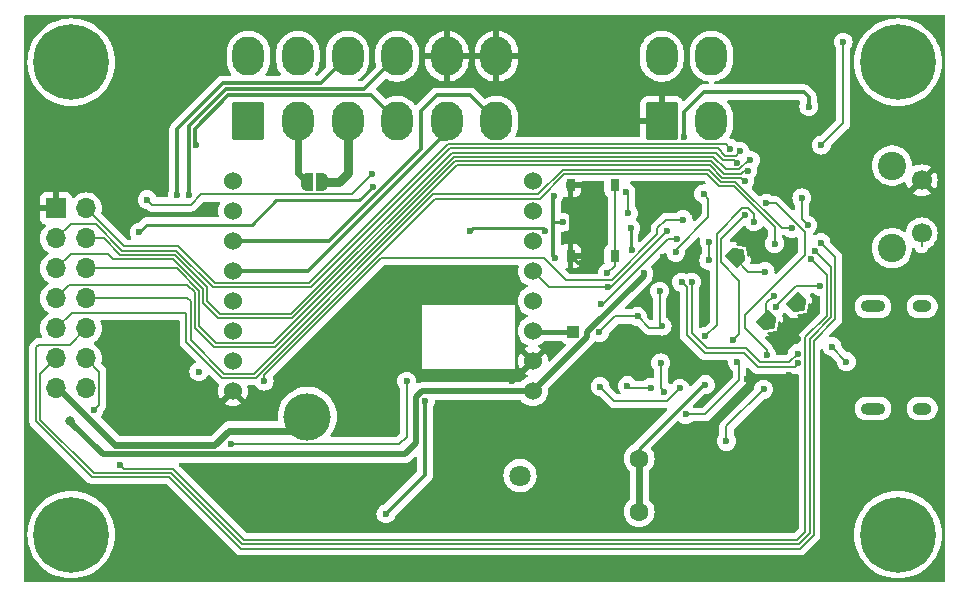
<source format=gbr>
%TF.GenerationSoftware,KiCad,Pcbnew,8.99.0-unknown-1.20240323gita6e2746.fc38*%
%TF.CreationDate,2024-04-05T19:16:21-03:00*%
%TF.ProjectId,Wideband_v3,57696465-6261-46e6-945f-76332e6b6963,rev?*%
%TF.SameCoordinates,Original*%
%TF.FileFunction,Copper,L2,Bot*%
%TF.FilePolarity,Positive*%
%FSLAX46Y46*%
G04 Gerber Fmt 4.6, Leading zero omitted, Abs format (unit mm)*
G04 Created by KiCad (PCBNEW 8.99.0-unknown-1.20240323gita6e2746.fc38) date 2024-04-05 19:16:21*
%MOMM*%
%LPD*%
G01*
G04 APERTURE LIST*
G04 Aperture macros list*
%AMRoundRect*
0 Rectangle with rounded corners*
0 $1 Rounding radius*
0 $2 $3 $4 $5 $6 $7 $8 $9 X,Y pos of 4 corners*
0 Add a 4 corners polygon primitive as box body*
4,1,4,$2,$3,$4,$5,$6,$7,$8,$9,$2,$3,0*
0 Add four circle primitives for the rounded corners*
1,1,$1+$1,$2,$3*
1,1,$1+$1,$4,$5*
1,1,$1+$1,$6,$7*
1,1,$1+$1,$8,$9*
0 Add four rect primitives between the rounded corners*
20,1,$1+$1,$2,$3,$4,$5,0*
20,1,$1+$1,$4,$5,$6,$7,0*
20,1,$1+$1,$6,$7,$8,$9,0*
20,1,$1+$1,$8,$9,$2,$3,0*%
%AMFreePoly0*
4,1,6,1.000000,0.000000,0.499999,-0.750000,-0.499999,-0.750000,-0.499999,0.750000,0.499999,0.750000,1.000000,0.000000,1.000000,0.000000,$1*%
%AMFreePoly1*
4,1,6,0.499999,-0.750000,-0.649999,-0.750000,-0.150000,0.000000,-0.649999,0.750000,0.499999,0.750000,0.499999,-0.750000,0.499999,-0.750000,$1*%
%AMFreePoly2*
4,1,19,0.500000,-0.750000,0.000000,-0.750000,0.000000,-0.744911,-0.071157,-0.744911,-0.207708,-0.704816,-0.327430,-0.627875,-0.420627,-0.520320,-0.479746,-0.390866,-0.500000,-0.250000,-0.500000,0.250000,-0.479746,0.390866,-0.420627,0.520320,-0.327430,0.627875,-0.207708,0.704816,-0.071157,0.744911,0.000000,0.744911,0.000000,0.750000,0.500000,0.750000,0.500000,-0.750000,0.500000,-0.750000,
$1*%
%AMFreePoly3*
4,1,19,0.000000,0.744911,0.071157,0.744911,0.207708,0.704816,0.327430,0.627875,0.420627,0.520320,0.479746,0.390866,0.500000,0.250000,0.500000,-0.250000,0.479746,-0.390866,0.420627,-0.520320,0.327430,-0.627875,0.207708,-0.704816,0.071157,-0.744911,0.000000,-0.744911,0.000000,-0.750000,-0.500000,-0.750000,-0.500000,0.750000,0.000000,0.750000,0.000000,0.744911,0.000000,0.744911,
$1*%
G04 Aperture macros list end*
%TA.AperFunction,ComponentPad*%
%ADD10C,0.800000*%
%TD*%
%TA.AperFunction,ComponentPad*%
%ADD11C,6.400000*%
%TD*%
%TA.AperFunction,ComponentPad*%
%ADD12C,2.400000*%
%TD*%
%TA.AperFunction,ComponentPad*%
%ADD13C,1.700000*%
%TD*%
%TA.AperFunction,ComponentPad*%
%ADD14R,1.700000X1.700000*%
%TD*%
%TA.AperFunction,ComponentPad*%
%ADD15O,1.700000X1.700000*%
%TD*%
%TA.AperFunction,ComponentPad*%
%ADD16C,1.524000*%
%TD*%
%TA.AperFunction,ComponentPad*%
%ADD17O,2.100000X1.000000*%
%TD*%
%TA.AperFunction,ComponentPad*%
%ADD18O,1.600000X1.000000*%
%TD*%
%TA.AperFunction,SMDPad,CuDef*%
%ADD19R,1.000000X1.000000*%
%TD*%
%TA.AperFunction,SMDPad,CuDef*%
%ADD20FreePoly0,315.000000*%
%TD*%
%TA.AperFunction,SMDPad,CuDef*%
%ADD21FreePoly1,315.000000*%
%TD*%
%TA.AperFunction,SMDPad,CuDef*%
%ADD22R,0.750000X1.000000*%
%TD*%
%TA.AperFunction,ComponentPad*%
%ADD23RoundRect,0.250001X-1.099999X-1.399999X1.099999X-1.399999X1.099999X1.399999X-1.099999X1.399999X0*%
%TD*%
%TA.AperFunction,ComponentPad*%
%ADD24O,2.700000X3.300000*%
%TD*%
%TA.AperFunction,SMDPad,CuDef*%
%ADD25FreePoly2,0.000000*%
%TD*%
%TA.AperFunction,SMDPad,CuDef*%
%ADD26FreePoly3,0.000000*%
%TD*%
%TA.AperFunction,SMDPad,CuDef*%
%ADD27C,1.800000*%
%TD*%
%TA.AperFunction,SMDPad,CuDef*%
%ADD28FreePoly0,45.000000*%
%TD*%
%TA.AperFunction,SMDPad,CuDef*%
%ADD29FreePoly1,45.000000*%
%TD*%
%TA.AperFunction,ViaPad*%
%ADD30C,0.600000*%
%TD*%
%TA.AperFunction,ViaPad*%
%ADD31C,0.800000*%
%TD*%
%TA.AperFunction,ViaPad*%
%ADD32C,1.600000*%
%TD*%
%TA.AperFunction,ViaPad*%
%ADD33C,4.000000*%
%TD*%
%TA.AperFunction,Conductor*%
%ADD34C,0.250000*%
%TD*%
%TA.AperFunction,Conductor*%
%ADD35C,0.350000*%
%TD*%
%TA.AperFunction,Conductor*%
%ADD36C,0.200000*%
%TD*%
%TA.AperFunction,Conductor*%
%ADD37C,0.150000*%
%TD*%
%TA.AperFunction,Conductor*%
%ADD38C,0.130000*%
%TD*%
%TA.AperFunction,Conductor*%
%ADD39C,0.500000*%
%TD*%
%TA.AperFunction,Conductor*%
%ADD40C,0.600000*%
%TD*%
%TA.AperFunction,Conductor*%
%ADD41C,0.300000*%
%TD*%
%TA.AperFunction,Conductor*%
%ADD42C,0.800000*%
%TD*%
%TA.AperFunction,Conductor*%
%ADD43C,0.450000*%
%TD*%
G04 APERTURE END LIST*
D10*
%TO.P,H3,1*%
%TO.N,N/C*%
X80222400Y-110125600D03*
X80925344Y-108428544D03*
X80925344Y-111822656D03*
X82622400Y-107725600D03*
D11*
X82622400Y-110125600D03*
D10*
X82622400Y-112525600D03*
X84319456Y-108428544D03*
X84319456Y-111822656D03*
X85022400Y-110125600D03*
%TD*%
%TO.P,H1,1*%
%TO.N,N/C*%
X150222400Y-70125600D03*
X150925344Y-68428544D03*
X150925344Y-71822656D03*
X152622400Y-67725600D03*
D11*
X152622400Y-70125600D03*
D10*
X152622400Y-72525600D03*
X154319456Y-68428544D03*
X154319456Y-71822656D03*
X155022400Y-70125600D03*
%TD*%
D12*
%TO.P,SW3,*%
%TO.N,*%
X152122401Y-78875600D03*
X152122400Y-85875600D03*
D13*
%TO.P,SW3,1,1*%
%TO.N,GND*%
X154622400Y-80125600D03*
%TO.P,SW3,2,2*%
%TO.N,/MCU/BTN_YES*%
X154622400Y-84625601D03*
%TD*%
D10*
%TO.P,H4,1*%
%TO.N,N/C*%
X150222400Y-110125600D03*
X150925344Y-108428544D03*
X150925344Y-111822656D03*
X152622400Y-107725600D03*
D11*
X152622400Y-110125600D03*
D10*
X152622400Y-112525600D03*
X154319456Y-108428544D03*
X154319456Y-111822656D03*
X155022400Y-110125600D03*
%TD*%
D14*
%TO.P,J1,1,Pin_1*%
%TO.N,GND*%
X81347400Y-82500600D03*
D15*
%TO.P,J1,2,Pin_2*%
%TO.N,/MCU/GPIO21*%
X83887400Y-82500600D03*
%TO.P,J1,3,Pin_3*%
%TO.N,/MCU/GPIO20*%
X81347400Y-85040600D03*
%TO.P,J1,4,Pin_4*%
%TO.N,/MCU/GPIO19*%
X83887400Y-85040600D03*
%TO.P,J1,5,Pin_5*%
%TO.N,/MCU/GPIO18*%
X81347400Y-87580600D03*
%TO.P,J1,6,Pin_6*%
%TO.N,/MCU/GPIO17*%
X83887400Y-87580600D03*
%TO.P,J1,7,Pin_7*%
%TO.N,/MCU/GPIO16*%
X81347400Y-90120600D03*
%TO.P,J1,8,Pin_8*%
%TO.N,/MCU/GPIO15*%
X83887400Y-90120600D03*
%TO.P,J1,9,Pin_9*%
%TO.N,/MCU/GPIO14*%
X81347400Y-92660600D03*
%TO.P,J1,10,Pin_10*%
%TO.N,/MCU/GPIO13*%
X83887400Y-92660600D03*
%TO.P,J1,11,Pin_11*%
%TO.N,/MCU/GPIO12*%
X81347400Y-95200600D03*
%TO.P,J1,12,Pin_12*%
%TO.N,/MCU/GPIO11*%
X83887400Y-95200600D03*
%TO.P,J1,13,Pin_13*%
%TO.N,+12VA*%
X81347400Y-97740600D03*
%TO.P,J1,14,Pin_14*%
%TO.N,+5V*%
X83887400Y-97740600D03*
%TD*%
D16*
%TO.P,U3,1,5V*%
%TO.N,+5V*%
X121716800Y-97967800D03*
%TO.P,U3,2,GND*%
%TO.N,GND*%
X121716800Y-95427800D03*
%TO.P,U3,3,SEL_1*%
%TO.N,Net-(U3-SEL_1)*%
X121716800Y-92887800D03*
%TO.P,U3,4,SEL_2*%
%TO.N,Net-(U3-SEL_2)*%
X121716800Y-90347800D03*
%TO.P,U3,5,CAN_RX*%
%TO.N,/MCU/WBO_RX*%
X121716800Y-87807800D03*
%TO.P,U3,6,CAN_TX*%
%TO.N,Net-(D6-K)*%
X121716800Y-85267800D03*
%TO.P,U3,7,VBatt_Sense*%
%TO.N,+12V*%
X121716800Y-82727800D03*
%TO.P,U3,8,Boot0*%
%TO.N,Net-(U3-Boot0)*%
X121716800Y-80187800D03*
%TO.P,U3,9,HEAT_GND*%
%TO.N,GND*%
X96316800Y-97967800D03*
%TO.P,U3,10,HEAT_GND2*%
X96316801Y-95427800D03*
%TO.P,U3,11,HEATER-*%
%TO.N,/HEATER-*%
X96316800Y-92887800D03*
%TO.P,U3,12,HEATER-*%
X96316800Y-90347800D03*
%TO.P,U3,13,LSU_ip*%
%TO.N,/LSU_ip*%
X96316800Y-87807800D03*
%TO.P,U3,14,LSU_vm*%
%TO.N,/LSU_vm*%
X96316800Y-85267801D03*
%TO.P,U3,15,LSU_rtrim*%
%TO.N,/LSU_rtrim*%
X96316800Y-82727799D03*
%TO.P,U3,16,LSU_un*%
%TO.N,/LSU_un*%
X96316800Y-80187800D03*
%TD*%
D17*
%TO.P,J2,S1,SHIELD*%
%TO.N,unconnected-(J2-SHIELD-PadS1)_2*%
X150492400Y-99445600D03*
D18*
%TO.N,unconnected-(J2-SHIELD-PadS1)_0*%
X154672400Y-99445600D03*
D17*
%TO.N,unconnected-(J2-SHIELD-PadS1)_1*%
X150492400Y-90805600D03*
D18*
%TO.N,unconnected-(J2-SHIELD-PadS1)*%
X154672400Y-90805600D03*
%TD*%
D10*
%TO.P,H2,1*%
%TO.N,N/C*%
X80222400Y-70125600D03*
X80925344Y-68428544D03*
X80925344Y-71822656D03*
X82622400Y-67725600D03*
D11*
X82622400Y-70125600D03*
D10*
X82622400Y-72525600D03*
X84319456Y-68428544D03*
X84319456Y-71822656D03*
X85022400Y-70125600D03*
%TD*%
D19*
%TO.P,TP3,1,1*%
%TO.N,Net-(U3-SEL_1)*%
X125069600Y-92964000D03*
%TD*%
D20*
%TO.P,JP2,1,A*%
%TO.N,/MCU/CF_CONF1*%
X143962548Y-90419348D03*
D21*
%TO.P,JP2,2,B*%
%TO.N,GND*%
X144987852Y-91444652D03*
%TD*%
D22*
%TO.P,SW1,1,1*%
%TO.N,GND*%
X124897400Y-80525600D03*
X124897400Y-86525600D03*
%TO.P,SW1,2,2*%
%TO.N,/MCU/FORCE_BOOTLOADER*%
X128647400Y-80525600D03*
X128647400Y-86525600D03*
%TD*%
D23*
%TO.P,J5,1,Pin_1*%
%TO.N,/HEATER-*%
X97622400Y-75125600D03*
D24*
%TO.P,J5,2,Pin_2*%
%TO.N,+12VA*%
X101822399Y-75125600D03*
%TO.P,J5,3,Pin_3*%
%TO.N,+12V*%
X106022400Y-75125600D03*
%TO.P,J5,4,Pin_4*%
%TO.N,/NARROW*%
X110222399Y-75125600D03*
%TO.P,J5,5,Pin_5*%
%TO.N,/LSU_ip*%
X114422400Y-75125600D03*
%TO.P,J5,6,Pin_6*%
%TO.N,/LSU_vm*%
X118622399Y-75125600D03*
%TO.P,J5,7,Pin_7*%
%TO.N,/LSU_rtrim*%
X97622400Y-69625600D03*
%TO.P,J5,8,Pin_8*%
%TO.N,/LSU_un*%
X101822400Y-69625600D03*
%TO.P,J5,9,Pin_9*%
%TO.N,/TEMP_OUT*%
X106022400Y-69625600D03*
%TO.P,J5,10,Pin_10*%
%TO.N,/LAMBDA_OUT*%
X110222400Y-69625600D03*
%TO.P,J5,11,Pin_11*%
%TO.N,GND*%
X114422400Y-69625600D03*
%TO.P,J5,12,Pin_12*%
X118622400Y-69625600D03*
%TD*%
D25*
%TO.P,JP5,1,1*%
%TO.N,+12VA*%
X102575601Y-80264000D03*
D26*
%TO.P,JP5,2,2*%
%TO.N,+12V*%
X103875599Y-80264000D03*
%TD*%
D27*
%TO.P,G\u002A\u002A\u002A,1*%
%TO.N,N/C*%
X120622400Y-105125600D03*
%TD*%
D20*
%TO.P,JP1,1,A*%
%TO.N,/MCU/CF_CONF0*%
X141477719Y-91964377D03*
D21*
%TO.P,JP1,2,B*%
%TO.N,GND*%
X142503023Y-92989681D03*
%TD*%
D28*
%TO.P,JP3,1,A*%
%TO.N,/MCU/CF_CONF2*%
X138780948Y-86720252D03*
D29*
%TO.P,JP3,2,B*%
%TO.N,GND*%
X139806252Y-85694948D03*
%TD*%
D23*
%TO.P,J4,1,Pin_1*%
%TO.N,GND*%
X132622400Y-75125600D03*
D24*
%TO.P,J4,2,Pin_2*%
%TO.N,/CAN-*%
X136822399Y-75125600D03*
%TO.P,J4,3,Pin_3*%
%TO.N,unconnected-(J4-Pin_3-Pad3)*%
X132622400Y-69625600D03*
%TO.P,J4,4,Pin_4*%
%TO.N,/CAN+*%
X136822400Y-69625600D03*
%TD*%
D30*
%TO.N,GND*%
X125882400Y-87151200D03*
X132130800Y-82994200D03*
X142646400Y-70967600D03*
X147980400Y-84683600D03*
X141622400Y-77625600D03*
X133722400Y-80525600D03*
X150972400Y-81225600D03*
X144012400Y-75100600D03*
X132725792Y-86650192D03*
X143422400Y-96625600D03*
X87274400Y-93065600D03*
X139872400Y-96975600D03*
X119972400Y-97125600D03*
X144170400Y-93573600D03*
X124858212Y-84631196D03*
X149622400Y-101775600D03*
X141147400Y-74675600D03*
X140174332Y-86138961D03*
X149022400Y-79825600D03*
X124764800Y-80518000D03*
%TO.N,Net-(D11-A)*%
X112598200Y-98780600D03*
X109270800Y-108356400D03*
%TO.N,+5V*%
X134472400Y-76500600D03*
X131092710Y-88003112D03*
X123472400Y-81475600D03*
X145072400Y-73879400D03*
D31*
X82499200Y-100482400D03*
D30*
X123572400Y-86669013D03*
X124256800Y-83667600D03*
%TO.N,+3V3*%
X133819110Y-86225600D03*
D32*
X130708400Y-108178600D03*
D30*
X111022400Y-97125600D03*
X132643546Y-92474977D03*
X146131400Y-77134600D03*
X141241213Y-97814562D03*
X138102405Y-102223370D03*
X136322400Y-97425600D03*
X96164400Y-102463600D03*
X147980400Y-68427600D03*
X132441560Y-89517640D03*
X136174051Y-81273948D03*
X130569151Y-91653849D03*
X127348136Y-93001336D03*
D32*
X130708400Y-103682401D03*
D30*
%TO.N,+1V1*%
X136631610Y-85334058D03*
X136608613Y-86905745D03*
%TO.N,Net-(U1-XOUT)*%
X144485155Y-81612061D03*
X144975422Y-83926785D03*
D33*
%TO.N,+12VA*%
X102616000Y-100126800D03*
D30*
%TO.N,/MCU/WBO_TX*%
X127472400Y-90625600D03*
X133897800Y-85101000D03*
%TO.N,/MCU/WBO_RX*%
X128072400Y-89175600D03*
X133105800Y-84413800D03*
%TO.N,/MCU/GPIO21*%
X138439531Y-77450600D03*
%TO.N,/MCU/USB-*%
X144195800Y-95631000D03*
X134296600Y-88747600D03*
%TO.N,/MCU/USB+*%
X144119600Y-94792800D03*
X135146600Y-88747600D03*
%TO.N,/MCU/GPIO14*%
X142172400Y-85475600D03*
%TO.N,/MCU/USB_DP*%
X147052800Y-94208600D03*
X148255159Y-95479100D03*
%TO.N,/MCU/NRST*%
X141488564Y-82062978D03*
X141522400Y-94924129D03*
%TO.N,/MCU/SYS_SWCLK*%
X136322400Y-93325600D03*
X140422400Y-83638267D03*
X132522400Y-95587678D03*
X132847400Y-98025600D03*
%TO.N,/MCU/SYS_SWDIO*%
X134645400Y-99949000D03*
X138633168Y-93678005D03*
X139011443Y-95536558D03*
X139680494Y-83053378D03*
%TO.N,/LAMBDA_OUT*%
X92557600Y-81375600D03*
%TO.N,/TEMP_OUT*%
X91592400Y-81345000D03*
%TO.N,/MCU/CF_CONF0*%
X142115038Y-89905772D03*
%TO.N,/MCU/CF_CONF1*%
X143962548Y-90419348D03*
%TO.N,/MCU/CF_CONF2*%
X141364596Y-87846286D03*
%TO.N,/MCU/FORCE_BOOTLOADER*%
X128022400Y-87975600D03*
%TO.N,Net-(U1-QSPI_SS)*%
X127406400Y-97586800D03*
X134172400Y-97750600D03*
%TO.N,/MCU/BTN_YES*%
X142278987Y-90882187D03*
X146050000Y-89103200D03*
%TO.N,/m_narrow*%
X134422400Y-83450600D03*
X98958400Y-97129600D03*
X93422843Y-96318655D03*
%TO.N,/NARROW*%
X93207600Y-77125600D03*
%TO.N,/MCU/GPIO19*%
X138962494Y-78623680D03*
%TO.N,/MCU/GPIO20*%
X139222400Y-77675600D03*
%TO.N,/MCU/GPIO16*%
X139647400Y-80200600D03*
%TO.N,Net-(U1-QSPI_SD1)*%
X131674737Y-97677937D03*
X129717800Y-97510600D03*
%TO.N,/m_LAMBDA_OUT*%
X116422400Y-84389800D03*
X130063050Y-86020100D03*
X122747400Y-84389800D03*
X129997200Y-84175600D03*
X88372400Y-84525600D03*
X108162780Y-80665980D03*
%TO.N,/m_TEMP_OUT*%
X108122400Y-79575600D03*
X129590800Y-81127600D03*
X89052400Y-81762600D03*
X129794000Y-82921300D03*
%TO.N,/MCU/GPIO18*%
X140122400Y-78425600D03*
%TO.N,/MCU/GPIO17*%
X139904661Y-79307860D03*
%TO.N,/MCU/GPIO15*%
X143611499Y-84188503D03*
%TO.N,/MCU/GPIO13*%
X146100800Y-85394800D03*
%TO.N,/MCU/GPIO11*%
X84537732Y-99612268D03*
X86715600Y-104190800D03*
X145220655Y-86771939D03*
%TO.N,/MCU/GPIO12*%
X145624713Y-86074087D03*
%TD*%
D34*
%TO.N,GND*%
X143957800Y-75100600D02*
X144012400Y-75100600D01*
X121670200Y-95427800D02*
X119972400Y-97125600D01*
D35*
X142503023Y-92989681D02*
X143586481Y-92989681D01*
X125523000Y-87151200D02*
X124897400Y-86525600D01*
X124931800Y-80685000D02*
X124764800Y-80518000D01*
D34*
X141622400Y-77436000D02*
X143957800Y-75100600D01*
D36*
X133494800Y-80525600D02*
X133722400Y-80525600D01*
X132130800Y-81889600D02*
X133494800Y-80525600D01*
D35*
X143586481Y-92989681D02*
X144170400Y-93573600D01*
X143442823Y-92989681D02*
X144987852Y-91444652D01*
X124897400Y-86525600D02*
X124931800Y-86491200D01*
X125882400Y-87151200D02*
X125523000Y-87151200D01*
D36*
X132130800Y-82994200D02*
X132130800Y-81889600D01*
D37*
X124897400Y-86525600D02*
X124897400Y-83825600D01*
D34*
X150972400Y-81225600D02*
X150422400Y-81225600D01*
D37*
X124897400Y-83825600D02*
X124897400Y-84217800D01*
D34*
X141622400Y-77625600D02*
X141622400Y-77436000D01*
D35*
X124931800Y-86491200D02*
X124931800Y-80685000D01*
D34*
X150422400Y-81225600D02*
X149022400Y-79825600D01*
D35*
X142503023Y-92989681D02*
X143442823Y-92989681D01*
D34*
X140222400Y-96625600D02*
X139872400Y-96975600D01*
X124858212Y-84631196D02*
X124858212Y-84256988D01*
X121716800Y-95427800D02*
X121670200Y-95427800D01*
D37*
X124897400Y-83825600D02*
X124897400Y-80525600D01*
D38*
X139806252Y-85694948D02*
X139806252Y-85770881D01*
D34*
X124858212Y-84256988D02*
X124897400Y-84217800D01*
X143422400Y-96625600D02*
X140222400Y-96625600D01*
D38*
X139806252Y-85770881D02*
X140174332Y-86138961D01*
D35*
%TO.N,Net-(D11-A)*%
X112598200Y-98780600D02*
X112572800Y-98806000D01*
X112572800Y-105054400D02*
X109270800Y-108356400D01*
X112572800Y-98806000D02*
X112572800Y-105054400D01*
%TO.N,+5V*%
X144672400Y-72675600D02*
X145072400Y-73075600D01*
D39*
X126322400Y-93362200D02*
X121716800Y-97967800D01*
X112350339Y-97967800D02*
X111848200Y-98469939D01*
X131092710Y-88196100D02*
X126322400Y-92966410D01*
D35*
X123572400Y-86669013D02*
X123422400Y-86519013D01*
D39*
X111848200Y-98469939D02*
X111848200Y-102324600D01*
X85291600Y-103325600D02*
X82448400Y-100482400D01*
D34*
X123524000Y-83667600D02*
X123422400Y-83566000D01*
D39*
X111848200Y-102324600D02*
X110847200Y-103325600D01*
X121716800Y-97967800D02*
X112350339Y-97967800D01*
D35*
X134472400Y-76500600D02*
X134472400Y-74375600D01*
D39*
X126322400Y-92966410D02*
X126322400Y-93362200D01*
D35*
X123422400Y-81525600D02*
X123472400Y-81475600D01*
X123422400Y-86519013D02*
X123422400Y-83566000D01*
X145072400Y-73075600D02*
X145072400Y-73879400D01*
D39*
X131092710Y-88003112D02*
X131092710Y-88196100D01*
D35*
X123422400Y-83566000D02*
X123422400Y-81525600D01*
D39*
X110847200Y-103325600D02*
X85291600Y-103325600D01*
D34*
X124256800Y-83667600D02*
X123524000Y-83667600D01*
D35*
X134472400Y-74375600D02*
X136172400Y-72675600D01*
X136172400Y-72675600D02*
X144672400Y-72675600D01*
D37*
%TO.N,+3V3*%
X133819110Y-85992863D02*
X136572400Y-83239573D01*
D36*
X138102405Y-100953370D02*
X141241213Y-97814562D01*
X130569151Y-91653849D02*
X128695623Y-91653849D01*
X111022400Y-101829600D02*
X111022400Y-97125600D01*
D34*
X136122400Y-97425600D02*
X130708400Y-102839600D01*
D36*
X147980400Y-75285600D02*
X147980400Y-68427600D01*
D37*
X132441560Y-89517640D02*
X132441560Y-92553591D01*
D36*
X138102405Y-102223370D02*
X138102405Y-100953370D01*
D40*
X130708400Y-103682401D02*
X130708400Y-108178600D01*
D37*
X131523279Y-92607977D02*
X132495946Y-92607977D01*
X132441560Y-92553591D02*
X132495946Y-92607977D01*
D34*
X136322400Y-97425600D02*
X136122400Y-97425600D01*
D37*
X133819110Y-86225600D02*
X133819110Y-85992863D01*
D36*
X110388400Y-102463600D02*
X111022400Y-101829600D01*
D37*
X136572400Y-83239573D02*
X136572400Y-81672297D01*
D36*
X146131400Y-77134600D02*
X147980400Y-75285600D01*
D34*
X130708400Y-102839600D02*
X130708400Y-103682401D01*
D37*
X136572400Y-81672297D02*
X136174051Y-81273948D01*
X130569151Y-91653849D02*
X131523279Y-92607977D01*
D36*
X128695623Y-91653849D02*
X127348136Y-93001336D01*
X96164400Y-102463600D02*
X110388400Y-102463600D01*
D37*
%TO.N,+1V1*%
X136631610Y-86816390D02*
X136608613Y-86839387D01*
X136608613Y-86839387D02*
X136608613Y-86905745D01*
X136631610Y-85334058D02*
X136631610Y-86816390D01*
D36*
%TO.N,Net-(U1-XOUT)*%
X144485155Y-83436518D02*
X144485155Y-81612061D01*
X144975422Y-83926785D02*
X144485155Y-83436518D01*
D40*
%TO.N,+12VA*%
X81535400Y-97740600D02*
X81347400Y-97740600D01*
X102616000Y-100126800D02*
X101396800Y-101346000D01*
X101822399Y-75125600D02*
X101822399Y-79510798D01*
X86370400Y-102575600D02*
X81535400Y-97740600D01*
X95952000Y-101346000D02*
X94722400Y-102575600D01*
X101396800Y-101346000D02*
X95952000Y-101346000D01*
X94722400Y-102575600D02*
X86370400Y-102575600D01*
X101822399Y-79510798D02*
X102575601Y-80264000D01*
D36*
%TO.N,/MCU/WBO_TX*%
X127472400Y-90625600D02*
X127622400Y-90625600D01*
X133147000Y-85101000D02*
X133897800Y-85101000D01*
X127622400Y-90625600D02*
X133147000Y-85101000D01*
%TO.N,/MCU/WBO_RX*%
X128322400Y-89175600D02*
X133084200Y-84413800D01*
X128072400Y-89175600D02*
X128322400Y-89175600D01*
X123084600Y-89175600D02*
X121716800Y-87807800D01*
X133084200Y-84413800D02*
X133105800Y-84413800D01*
X128072400Y-89175600D02*
X123084600Y-89175600D01*
D37*
%TO.N,/MCU/GPIO21*%
X114562608Y-77075600D02*
X102793408Y-88844800D01*
X138064531Y-77075600D02*
X114562608Y-77075600D01*
X94791600Y-88844800D02*
X91672400Y-85725600D01*
X138439531Y-77450600D02*
X138064531Y-77075600D01*
X91672400Y-85725600D02*
X87112400Y-85725600D01*
X87112400Y-85725600D02*
X83887400Y-82500600D01*
X102793408Y-88844800D02*
X94791600Y-88844800D01*
D36*
%TO.N,/MCU/USB-*%
X134746600Y-89197600D02*
X134296600Y-88747600D01*
X139556715Y-94725600D02*
X136256714Y-94725600D01*
X140755243Y-95924129D02*
X139556715Y-94725600D01*
X143902671Y-95924129D02*
X140755243Y-95924129D01*
X136256714Y-94725600D02*
X134746600Y-93215485D01*
X134746600Y-93215485D02*
X134746600Y-89197600D01*
X144195800Y-95631000D02*
X143902671Y-95924129D01*
%TO.N,/MCU/USB+*%
X135146600Y-88747600D02*
X135146600Y-93049800D01*
X143388271Y-95524129D02*
X144119600Y-94792800D01*
X135146600Y-93049800D02*
X136422400Y-94325600D01*
X136422400Y-94325600D02*
X139722400Y-94325600D01*
X140920929Y-95524129D02*
X143388271Y-95524129D01*
X139722400Y-94325600D02*
X140920929Y-95524129D01*
D37*
%TO.N,/MCU/GPIO14*%
X95427426Y-96875600D02*
X98227426Y-96875600D01*
X113427426Y-81675600D02*
X122317374Y-81675600D01*
X82669600Y-91338400D02*
X92303600Y-91338400D01*
X92303600Y-91338400D02*
X92372400Y-91407200D01*
X81347400Y-92660600D02*
X82669600Y-91338400D01*
X138727426Y-80625600D02*
X142172400Y-84070574D01*
X124367374Y-79625600D02*
X136482452Y-79625600D01*
X142172400Y-84070574D02*
X142172400Y-85475600D01*
X136482452Y-79625600D02*
X137482452Y-80625600D01*
X92372400Y-91407200D02*
X92372400Y-93820574D01*
X122317374Y-81675600D02*
X124367374Y-79625600D01*
X98227426Y-96875600D02*
X113427426Y-81675600D01*
X137482452Y-80625600D02*
X138727426Y-80625600D01*
X92372400Y-93820574D02*
X95427426Y-96875600D01*
D36*
%TO.N,/MCU/USB_DP*%
X148255159Y-95479100D02*
X148255159Y-95473959D01*
X148255159Y-95473959D02*
X147052800Y-94271600D01*
X147052800Y-94271600D02*
X147052800Y-94208600D01*
D37*
%TO.N,/MCU/NRST*%
X141522400Y-94475600D02*
X139709283Y-92662483D01*
X139709283Y-92662483D02*
X139709283Y-91499061D01*
X142298441Y-82062978D02*
X141488564Y-82062978D01*
X144722400Y-86485944D02*
X144722400Y-84486937D01*
X139709283Y-91499061D02*
X144722400Y-86485944D01*
X141522400Y-94924129D02*
X141522400Y-94475600D01*
X144722400Y-84486937D02*
X142298441Y-82062978D01*
%TO.N,/MCU/SYS_SWCLK*%
X140422400Y-82975600D02*
X140422400Y-83638267D01*
X136322400Y-93325600D02*
X137267065Y-92380935D01*
X137267065Y-92380935D02*
X137267065Y-84653634D01*
X132546400Y-95611678D02*
X132522400Y-95587678D01*
X139925178Y-82478378D02*
X140422400Y-82975600D01*
X132546400Y-97724600D02*
X132546400Y-95611678D01*
X132847400Y-98025600D02*
X132546400Y-97724600D01*
X139442321Y-82478378D02*
X139925178Y-82478378D01*
X137267065Y-84653634D02*
X139442321Y-82478378D01*
%TO.N,/MCU/SYS_SWDIO*%
X139201070Y-88648515D02*
X137617065Y-87064510D01*
X137617065Y-87064510D02*
X137617065Y-85116807D01*
X138633168Y-93678005D02*
X139144457Y-93166716D01*
X139144457Y-88705128D02*
X139201070Y-88648515D01*
X136299000Y-99949000D02*
X134645400Y-99949000D01*
X139011443Y-95536558D02*
X139201070Y-95726185D01*
X139201070Y-97046930D02*
X136299000Y-99949000D01*
X137617065Y-85116807D02*
X139680494Y-83053378D01*
X139144457Y-93166716D02*
X139144457Y-88705128D01*
X139201070Y-95726185D02*
X139201070Y-97046930D01*
D41*
%TO.N,/LAMBDA_OUT*%
X92557600Y-75560906D02*
X95711106Y-72407400D01*
X107440600Y-72407400D02*
X110222400Y-69625600D01*
X95711106Y-72407400D02*
X107440600Y-72407400D01*
X92557600Y-81375600D02*
X92557600Y-75560906D01*
%TO.N,/LSU_ip*%
X114422400Y-75125600D02*
X114422400Y-76650600D01*
X102647306Y-87807800D02*
X96316800Y-87807800D01*
X114422400Y-76650600D02*
X113804506Y-76650600D01*
X113804506Y-76650600D02*
X102647306Y-87807800D01*
%TO.N,/TEMP_OUT*%
X91592400Y-75819000D02*
X95504000Y-71907400D01*
X103740600Y-71907400D02*
X106022400Y-69625600D01*
X91592400Y-81345000D02*
X91592400Y-75819000D01*
X95504000Y-71907400D02*
X103740600Y-71907400D01*
%TO.N,/LSU_vm*%
X118622399Y-75125600D02*
X116422399Y-72925600D01*
X112272400Y-77475600D02*
X104480199Y-85267801D01*
X113572400Y-72925600D02*
X112272400Y-74225600D01*
X104480199Y-85267801D02*
X96316800Y-85267801D01*
X116422399Y-72925600D02*
X113572400Y-72925600D01*
X112272400Y-74225600D02*
X112272400Y-77475600D01*
D42*
%TO.N,+12V*%
X103875599Y-80264000D02*
X105257600Y-80264000D01*
X105257600Y-80264000D02*
X106022400Y-79499200D01*
X106022400Y-79499200D02*
X106022400Y-75125600D01*
D37*
%TO.N,/MCU/CF_CONF0*%
X141477719Y-90543091D02*
X141477719Y-91964377D01*
X142115038Y-89905772D02*
X141477719Y-90543091D01*
D36*
%TO.N,/MCU/CF_CONF2*%
X139906982Y-87846286D02*
X138780948Y-86720252D01*
X141364596Y-87846286D02*
X139906982Y-87846286D01*
%TO.N,/MCU/FORCE_BOOTLOADER*%
X128647400Y-87350600D02*
X128022400Y-87975600D01*
X128647400Y-80525600D02*
X128647400Y-86525600D01*
X128647400Y-86525600D02*
X128647400Y-87350600D01*
D37*
%TO.N,Net-(U1-QSPI_SS)*%
X127406400Y-97637600D02*
X127406400Y-97586800D01*
X134172400Y-97750600D02*
X133091600Y-98831400D01*
X133091600Y-98831400D02*
X128600200Y-98831400D01*
X128600200Y-98831400D02*
X127406400Y-97637600D01*
%TO.N,/MCU/BTN_YES*%
X154622400Y-85725600D02*
X154622400Y-84625601D01*
X142278987Y-90882187D02*
X142278987Y-90791413D01*
X142278987Y-90791413D02*
X143967200Y-89103200D01*
X143967200Y-89103200D02*
X146050000Y-89103200D01*
D43*
%TO.N,Net-(U3-SEL_1)*%
X121793000Y-92964000D02*
X121716800Y-92887800D01*
X125069600Y-92964000D02*
X121793000Y-92964000D01*
D37*
%TO.N,/m_narrow*%
X108872400Y-86725600D02*
X122672400Y-86725600D01*
X98958400Y-97129600D02*
X98958400Y-96639600D01*
X132257235Y-84710435D02*
X132257235Y-84165766D01*
X122672400Y-86725600D02*
X124547400Y-88600600D01*
X124547400Y-88600600D02*
X128367070Y-88600600D01*
X98958400Y-96639600D02*
X108872400Y-86725600D01*
X132257235Y-84165766D02*
X132972401Y-83450600D01*
X128367070Y-88600600D02*
X132257235Y-84710435D01*
X132972401Y-83450600D02*
X134422400Y-83450600D01*
D41*
%TO.N,/NARROW*%
X95918212Y-72907400D02*
X108004199Y-72907400D01*
X93207600Y-77125600D02*
X93065600Y-76983600D01*
X108004199Y-72907400D02*
X110222399Y-75125600D01*
X93065600Y-76983600D02*
X93065600Y-75760012D01*
X93065600Y-75760012D02*
X95918212Y-72907400D01*
D37*
%TO.N,/MCU/GPIO19*%
X101202556Y-91425600D02*
X95217374Y-91425600D01*
X114852556Y-77775600D02*
X101202556Y-91425600D01*
X138962494Y-78623680D02*
X138714414Y-78375600D01*
X138714414Y-78375600D02*
X137827425Y-78375600D01*
X94122400Y-89165548D02*
X91382452Y-86425600D01*
X137227426Y-77775600D02*
X114852556Y-77775600D01*
X85409226Y-85040600D02*
X83887400Y-85040600D01*
X95217374Y-91425600D02*
X94122400Y-90330626D01*
X91382452Y-86425600D02*
X86794226Y-86425600D01*
X86794226Y-86425600D02*
X85409226Y-85040600D01*
X94122400Y-90330626D02*
X94122400Y-89165548D01*
X137827425Y-78375600D02*
X137227426Y-77775600D01*
%TO.N,/MCU/GPIO20*%
X139222400Y-77675600D02*
X138872400Y-78025600D01*
X84683600Y-83820000D02*
X82568000Y-83820000D01*
X137372400Y-77425600D02*
X114707582Y-77425600D01*
X102938382Y-89194800D02*
X94646625Y-89194800D01*
X137972400Y-78025600D02*
X137372400Y-77425600D01*
X91527426Y-86075600D02*
X86939200Y-86075600D01*
X138872400Y-78025600D02*
X137972400Y-78025600D01*
X86939200Y-86075600D02*
X84683600Y-83820000D01*
X82568000Y-83820000D02*
X81347400Y-85040600D01*
X94646625Y-89194800D02*
X91527426Y-86075600D01*
X114707582Y-77425600D02*
X102938382Y-89194800D01*
%TO.N,/MCU/GPIO16*%
X136672400Y-78825600D02*
X115287478Y-78825600D01*
X99837479Y-94275600D02*
X94722399Y-94275600D01*
X93072400Y-92625600D02*
X93072400Y-89600470D01*
X94722399Y-94275600D02*
X93072400Y-92625600D01*
X137745480Y-79898680D02*
X136672400Y-78825600D01*
X92467530Y-88995600D02*
X82472400Y-88995600D01*
X93072400Y-89600470D02*
X92467530Y-88995600D01*
X82472400Y-88995600D02*
X81347400Y-90120600D01*
X139345480Y-79898680D02*
X137745480Y-79898680D01*
X139647400Y-80200600D02*
X139345480Y-79898680D01*
X115287478Y-78825600D02*
X99837479Y-94275600D01*
%TO.N,Net-(U1-QSPI_SD1)*%
X131674737Y-97677937D02*
X129885137Y-97677937D01*
X129885137Y-97677937D02*
X129717800Y-97510600D01*
D34*
%TO.N,/m_LAMBDA_OUT*%
X99972400Y-81825600D02*
X97922400Y-83875600D01*
X99972400Y-81825600D02*
X107003160Y-81825600D01*
X122538400Y-84180800D02*
X116631400Y-84180800D01*
X89022400Y-83875600D02*
X88372400Y-84525600D01*
X116631400Y-84180800D02*
X116422400Y-84389800D01*
X97922400Y-83875600D02*
X89022400Y-83875600D01*
X130063050Y-86020100D02*
X129997200Y-85954250D01*
X108162780Y-80665980D02*
X107003160Y-81825600D01*
X129997200Y-85954250D02*
X129997200Y-84175600D01*
X122747400Y-84389800D02*
X122538400Y-84180800D01*
D36*
%TO.N,/m_TEMP_OUT*%
X106379000Y-81319000D02*
X93579000Y-81319000D01*
X108122400Y-79575600D02*
X106379000Y-81319000D01*
X129794000Y-81330800D02*
X129590800Y-81127600D01*
X129794000Y-82921300D02*
X129794000Y-81330800D01*
X93579000Y-81319000D02*
X92722400Y-82175600D01*
X89465400Y-82175600D02*
X89052400Y-81762600D01*
X92722400Y-82175600D02*
X89465400Y-82175600D01*
D37*
%TO.N,/MCU/GPIO18*%
X91237478Y-86775600D02*
X86166000Y-86775600D01*
X136972400Y-78125600D02*
X114997530Y-78125600D01*
X93772400Y-89310522D02*
X91237478Y-86775600D01*
X114997530Y-78125600D02*
X101347530Y-91775600D01*
X139200667Y-79198680D02*
X138045480Y-79198680D01*
X86166000Y-86775600D02*
X85750400Y-86360000D01*
X101347530Y-91775600D02*
X95072400Y-91775600D01*
X138045480Y-79198680D02*
X136972400Y-78125600D01*
X93772400Y-90475600D02*
X93772400Y-89310522D01*
X139973747Y-78425600D02*
X139200667Y-79198680D01*
X85750400Y-86360000D02*
X82568000Y-86360000D01*
X95072400Y-91775600D02*
X93772400Y-90475600D01*
X140122400Y-78425600D02*
X139973747Y-78425600D01*
X82568000Y-86360000D02*
X81347400Y-87580600D01*
%TO.N,/MCU/GPIO17*%
X93422400Y-89455496D02*
X91547504Y-87580600D01*
X137900506Y-79548680D02*
X136827426Y-78475600D01*
X139904661Y-79307860D02*
X139586461Y-79307860D01*
X91547504Y-87580600D02*
X83887400Y-87580600D01*
X115142504Y-78475600D02*
X99692504Y-93925600D01*
X94867374Y-93925600D02*
X93422400Y-92480626D01*
X139586461Y-79307860D02*
X139345641Y-79548680D01*
X139345641Y-79548680D02*
X137900506Y-79548680D01*
X93422400Y-92480626D02*
X93422400Y-89455496D01*
X136827426Y-78475600D02*
X115142504Y-78475600D01*
X99692504Y-93925600D02*
X94867374Y-93925600D01*
%TO.N,/MCU/GPIO15*%
X122172400Y-81325600D02*
X113282452Y-81325600D01*
X137600506Y-80248680D02*
X136627426Y-79275600D01*
X124222400Y-79275600D02*
X122172400Y-81325600D01*
X98082452Y-96525600D02*
X95572400Y-96525600D01*
X113282452Y-81325600D02*
X98082452Y-96525600D01*
X143611499Y-84188503D02*
X142785303Y-84188503D01*
X142785303Y-84188503D02*
X138845480Y-80248680D01*
X92722400Y-93675600D02*
X92722400Y-90385600D01*
X92722400Y-90385600D02*
X92457400Y-90120600D01*
X92457400Y-90120600D02*
X83887400Y-90120600D01*
X138845480Y-80248680D02*
X137600506Y-80248680D01*
X95572400Y-96525600D02*
X92722400Y-93675600D01*
X136627426Y-79275600D02*
X124222400Y-79275600D01*
%TO.N,/MCU/GPIO13*%
X146100800Y-85394800D02*
X147325000Y-86619000D01*
X144347548Y-111302800D02*
X96977200Y-111302800D01*
X147325000Y-91576200D02*
X147325000Y-91866149D01*
X79660000Y-94279200D02*
X79908400Y-94030800D01*
X145485600Y-110164748D02*
X144347548Y-111302800D01*
X79908400Y-94030800D02*
X82517200Y-94030800D01*
X82517200Y-94030800D02*
X83887400Y-92660600D01*
X147325000Y-90017600D02*
X147325000Y-91576200D01*
X79660000Y-100538800D02*
X79660000Y-94279200D01*
X145485600Y-93705549D02*
X145485600Y-97129600D01*
X90932000Y-105257600D02*
X84378800Y-105257600D01*
X84378800Y-105257600D02*
X79660000Y-100538800D01*
X96977200Y-111302800D02*
X90932000Y-105257600D01*
X145485600Y-97129600D02*
X145485600Y-97282000D01*
X145485600Y-97129600D02*
X145485600Y-110164748D01*
X147325000Y-86619000D02*
X147325000Y-90017600D01*
X147325000Y-91866149D02*
X145485600Y-93705549D01*
%TO.N,/MCU/GPIO11*%
X146625000Y-88176284D02*
X146625000Y-91576200D01*
X146625000Y-91576200D02*
X144780000Y-93421200D01*
X145220655Y-86771939D02*
X146625000Y-88176284D01*
X144780000Y-97586800D02*
X144780000Y-97688400D01*
X144057600Y-110602800D02*
X97267148Y-110602800D01*
X144780000Y-97586800D02*
X144780000Y-109880400D01*
X87082400Y-104557600D02*
X86715600Y-104190800D01*
X144780000Y-93421200D02*
X144780000Y-97586800D01*
X91221948Y-104557600D02*
X87082400Y-104557600D01*
X84537732Y-99612268D02*
X85012400Y-99137600D01*
X97267148Y-110602800D02*
X91221948Y-104557600D01*
X85012400Y-99137600D02*
X85012400Y-96325600D01*
X85012400Y-96325600D02*
X83887400Y-95200600D01*
X144780000Y-109880400D02*
X144057600Y-110602800D01*
%TO.N,/MCU/GPIO12*%
X145135600Y-93560574D02*
X145135600Y-110019774D01*
X146975000Y-91721174D02*
X145135600Y-93560574D01*
X91076974Y-104907600D02*
X84523774Y-104907600D01*
X97122174Y-110952800D02*
X91076974Y-104907600D01*
X146975000Y-87424374D02*
X146975000Y-91721174D01*
X84523774Y-104907600D02*
X80010000Y-100393826D01*
X145624713Y-86074087D02*
X146975000Y-87424374D01*
X144202574Y-110952800D02*
X97122174Y-110952800D01*
X145135600Y-110019774D02*
X144202574Y-110952800D01*
X80010000Y-100393826D02*
X80010000Y-96538000D01*
X80010000Y-96538000D02*
X81347400Y-95200600D01*
%TD*%
%TA.AperFunction,Conductor*%
%TO.N,GND*%
G36*
X135795051Y-84933315D02*
G01*
X135850984Y-84975187D01*
X135875401Y-85040651D01*
X135868759Y-85090451D01*
X135846242Y-85154800D01*
X135846240Y-85154808D01*
X135826045Y-85334054D01*
X135826045Y-85334061D01*
X135846240Y-85513307D01*
X135846241Y-85513312D01*
X135905821Y-85683581D01*
X136001794Y-85836320D01*
X136019791Y-85854317D01*
X136053276Y-85915640D01*
X136056110Y-85941998D01*
X136056110Y-86274808D01*
X136036425Y-86341847D01*
X136019791Y-86362489D01*
X135978797Y-86403482D01*
X135882824Y-86556221D01*
X135823244Y-86726490D01*
X135823243Y-86726495D01*
X135803048Y-86905741D01*
X135803048Y-86905748D01*
X135823243Y-87084994D01*
X135823244Y-87084999D01*
X135882824Y-87255268D01*
X135957649Y-87374350D01*
X135978797Y-87408007D01*
X136106351Y-87535561D01*
X136178030Y-87580600D01*
X136250407Y-87626078D01*
X136259091Y-87631534D01*
X136429358Y-87691113D01*
X136429362Y-87691114D01*
X136525655Y-87701963D01*
X136581448Y-87708249D01*
X136645862Y-87735315D01*
X136685417Y-87792910D01*
X136691565Y-87831469D01*
X136691565Y-92091192D01*
X136671880Y-92158231D01*
X136655246Y-92178873D01*
X136343710Y-92490408D01*
X136282387Y-92523893D01*
X136269913Y-92525947D01*
X136143150Y-92540230D01*
X135972877Y-92599810D01*
X135937072Y-92622309D01*
X135869835Y-92641309D01*
X135803000Y-92620941D01*
X135757786Y-92567673D01*
X135747100Y-92517315D01*
X135747100Y-89330012D01*
X135766785Y-89262973D01*
X135774155Y-89252697D01*
X135776410Y-89249867D01*
X135776416Y-89249862D01*
X135872389Y-89097122D01*
X135931968Y-88926855D01*
X135934393Y-88905331D01*
X135952165Y-88747603D01*
X135952165Y-88747596D01*
X135931969Y-88568350D01*
X135931968Y-88568345D01*
X135912384Y-88512378D01*
X135872389Y-88398078D01*
X135835540Y-88339434D01*
X135803264Y-88288067D01*
X135776416Y-88245338D01*
X135648862Y-88117784D01*
X135571600Y-88069237D01*
X135496123Y-88021811D01*
X135325854Y-87962231D01*
X135325849Y-87962230D01*
X135146604Y-87942035D01*
X135146596Y-87942035D01*
X134967350Y-87962230D01*
X134967345Y-87962231D01*
X134797074Y-88021812D01*
X134787568Y-88027785D01*
X134720331Y-88046783D01*
X134655632Y-88027785D01*
X134646125Y-88021812D01*
X134475854Y-87962231D01*
X134475849Y-87962230D01*
X134296604Y-87942035D01*
X134296596Y-87942035D01*
X134117350Y-87962230D01*
X134117345Y-87962231D01*
X133947076Y-88021811D01*
X133794337Y-88117784D01*
X133666784Y-88245337D01*
X133570811Y-88398076D01*
X133511231Y-88568345D01*
X133511230Y-88568350D01*
X133491035Y-88747596D01*
X133491035Y-88747603D01*
X133511230Y-88926849D01*
X133511231Y-88926854D01*
X133570811Y-89097123D01*
X133644841Y-89214940D01*
X133666784Y-89249862D01*
X133794338Y-89377416D01*
X133947078Y-89473389D01*
X134063056Y-89513971D01*
X134119830Y-89554691D01*
X134145578Y-89619644D01*
X134146100Y-89631012D01*
X134146100Y-93128814D01*
X134146099Y-93128832D01*
X134146099Y-93136427D01*
X134146099Y-93294542D01*
X134161872Y-93353405D01*
X134183968Y-93435867D01*
X134187023Y-93447269D01*
X134187024Y-93447272D01*
X134266077Y-93584197D01*
X134266081Y-93584202D01*
X134384949Y-93703070D01*
X134384955Y-93703075D01*
X135771853Y-95089974D01*
X135771863Y-95089985D01*
X135776193Y-95094315D01*
X135776194Y-95094316D01*
X135887998Y-95206120D01*
X135888000Y-95206121D01*
X135888004Y-95206124D01*
X135943486Y-95238156D01*
X136024930Y-95285177D01*
X136134078Y-95314423D01*
X136177656Y-95326100D01*
X136177657Y-95326100D01*
X138090835Y-95326100D01*
X138157874Y-95345785D01*
X138203629Y-95398589D01*
X138214055Y-95463984D01*
X138205878Y-95536555D01*
X138205878Y-95536561D01*
X138226073Y-95715807D01*
X138226074Y-95715812D01*
X138285654Y-95886081D01*
X138374209Y-96027014D01*
X138381627Y-96038820D01*
X138509181Y-96166374D01*
X138567543Y-96203045D01*
X138613833Y-96255378D01*
X138625570Y-96308038D01*
X138625570Y-96757188D01*
X138605885Y-96824227D01*
X138589251Y-96844869D01*
X136096939Y-99337181D01*
X136035616Y-99370666D01*
X136009258Y-99373500D01*
X135358451Y-99373500D01*
X135291412Y-99353815D01*
X135245657Y-99301011D01*
X135235713Y-99231853D01*
X135264738Y-99168297D01*
X135270770Y-99161819D01*
X135714289Y-98718300D01*
X136171451Y-98261137D01*
X136232772Y-98227654D01*
X136273012Y-98225600D01*
X136310591Y-98229834D01*
X136322399Y-98231165D01*
X136322400Y-98231165D01*
X136322403Y-98231165D01*
X136501649Y-98210969D01*
X136501652Y-98210968D01*
X136501655Y-98210968D01*
X136671922Y-98151389D01*
X136824662Y-98055416D01*
X136952216Y-97927862D01*
X137048189Y-97775122D01*
X137107768Y-97604855D01*
X137109802Y-97586803D01*
X137127965Y-97425603D01*
X137127965Y-97425596D01*
X137107769Y-97246350D01*
X137107768Y-97246345D01*
X137086571Y-97185768D01*
X137048189Y-97076078D01*
X137030622Y-97048121D01*
X136978539Y-96965231D01*
X136952216Y-96923338D01*
X136824662Y-96795784D01*
X136807199Y-96784811D01*
X136671923Y-96699811D01*
X136501654Y-96640231D01*
X136501649Y-96640230D01*
X136322404Y-96620035D01*
X136322396Y-96620035D01*
X136143150Y-96640230D01*
X136143145Y-96640231D01*
X135972876Y-96699811D01*
X135820137Y-96795784D01*
X135692582Y-96923339D01*
X135692581Y-96923341D01*
X135619730Y-97039282D01*
X135602418Y-97060990D01*
X135132123Y-97531285D01*
X135070800Y-97564770D01*
X135001108Y-97559786D01*
X134945175Y-97517914D01*
X134927400Y-97484558D01*
X134898189Y-97401078D01*
X134842405Y-97312299D01*
X134802216Y-97248338D01*
X134674662Y-97120784D01*
X134616977Y-97084538D01*
X134521923Y-97024811D01*
X134351654Y-96965231D01*
X134351649Y-96965230D01*
X134172404Y-96945035D01*
X134172396Y-96945035D01*
X133993150Y-96965230D01*
X133993145Y-96965231D01*
X133822876Y-97024811D01*
X133670137Y-97120784D01*
X133542584Y-97248337D01*
X133487526Y-97335962D01*
X133435191Y-97382253D01*
X133366137Y-97392901D01*
X133316560Y-97374984D01*
X133196920Y-97299809D01*
X133192103Y-97297490D01*
X133140241Y-97250670D01*
X133121900Y-97185768D01*
X133121900Y-96171344D01*
X133141585Y-96104305D01*
X133148954Y-96094029D01*
X133152206Y-96089949D01*
X133152216Y-96089940D01*
X133248189Y-95937200D01*
X133307768Y-95766933D01*
X133313528Y-95715812D01*
X133327965Y-95587681D01*
X133327965Y-95587674D01*
X133307769Y-95408428D01*
X133307768Y-95408423D01*
X133278962Y-95326100D01*
X133248189Y-95238156D01*
X133229129Y-95207823D01*
X133179965Y-95129578D01*
X133152216Y-95085416D01*
X133024662Y-94957862D01*
X132987305Y-94934389D01*
X132871923Y-94861889D01*
X132701654Y-94802309D01*
X132701649Y-94802308D01*
X132522404Y-94782113D01*
X132522396Y-94782113D01*
X132343150Y-94802308D01*
X132343145Y-94802309D01*
X132172876Y-94861889D01*
X132020137Y-94957862D01*
X131892584Y-95085415D01*
X131796611Y-95238154D01*
X131737031Y-95408423D01*
X131737030Y-95408428D01*
X131716835Y-95587674D01*
X131716835Y-95587681D01*
X131737030Y-95766927D01*
X131737031Y-95766932D01*
X131796611Y-95937201D01*
X131892584Y-96089940D01*
X131934581Y-96131937D01*
X131968066Y-96193260D01*
X131970900Y-96219618D01*
X131970900Y-96766985D01*
X131951215Y-96834024D01*
X131898411Y-96879779D01*
X131833017Y-96890205D01*
X131674741Y-96872372D01*
X131674733Y-96872372D01*
X131495487Y-96892567D01*
X131495482Y-96892568D01*
X131325213Y-96952148D01*
X131172474Y-97048121D01*
X131154478Y-97066118D01*
X131093155Y-97099603D01*
X131066797Y-97102437D01*
X130475275Y-97102437D01*
X130408236Y-97082752D01*
X130370282Y-97044410D01*
X130347617Y-97008339D01*
X130220062Y-96880784D01*
X130067323Y-96784811D01*
X129897054Y-96725231D01*
X129897049Y-96725230D01*
X129717804Y-96705035D01*
X129717796Y-96705035D01*
X129538550Y-96725230D01*
X129538545Y-96725231D01*
X129368276Y-96784811D01*
X129215537Y-96880784D01*
X129087984Y-97008337D01*
X128992011Y-97161076D01*
X128932431Y-97331345D01*
X128932430Y-97331350D01*
X128912235Y-97510596D01*
X128912235Y-97510603D01*
X128932430Y-97689849D01*
X128932431Y-97689854D01*
X128992011Y-97860123D01*
X129087984Y-98012862D01*
X129119341Y-98044219D01*
X129152826Y-98105542D01*
X129147842Y-98175234D01*
X129105970Y-98231167D01*
X129040506Y-98255584D01*
X129031660Y-98255900D01*
X128889941Y-98255900D01*
X128822902Y-98236215D01*
X128802260Y-98219581D01*
X128248041Y-97665362D01*
X128214556Y-97604039D01*
X128212502Y-97591564D01*
X128191769Y-97407550D01*
X128191768Y-97407545D01*
X128169948Y-97345186D01*
X128132189Y-97237278D01*
X128124237Y-97224623D01*
X128060192Y-97122696D01*
X128036216Y-97084538D01*
X127908662Y-96956984D01*
X127889645Y-96945035D01*
X127755923Y-96861011D01*
X127585654Y-96801431D01*
X127585649Y-96801430D01*
X127406404Y-96781235D01*
X127406396Y-96781235D01*
X127227150Y-96801430D01*
X127227145Y-96801431D01*
X127056876Y-96861011D01*
X126904137Y-96956984D01*
X126776584Y-97084537D01*
X126680611Y-97237276D01*
X126621031Y-97407545D01*
X126621030Y-97407550D01*
X126600835Y-97586796D01*
X126600835Y-97586803D01*
X126621030Y-97766049D01*
X126621031Y-97766054D01*
X126680611Y-97936323D01*
X126748407Y-98044219D01*
X126776584Y-98089062D01*
X126904138Y-98216616D01*
X127056878Y-98312589D01*
X127227145Y-98372168D01*
X127296663Y-98380000D01*
X127361074Y-98407065D01*
X127370459Y-98415539D01*
X128135344Y-99180423D01*
X128135354Y-99180434D01*
X128139684Y-99184764D01*
X128139685Y-99184765D01*
X128246835Y-99291915D01*
X128314004Y-99330695D01*
X128378065Y-99367681D01*
X128524433Y-99406900D01*
X128524434Y-99406900D01*
X128524435Y-99406900D01*
X132957147Y-99406900D01*
X133024186Y-99426585D01*
X133069941Y-99479389D01*
X133079885Y-99548547D01*
X133050860Y-99612103D01*
X133044828Y-99618581D01*
X130222544Y-102440864D01*
X130222541Y-102440868D01*
X130209633Y-102460186D01*
X130158938Y-102503674D01*
X130055673Y-102551828D01*
X130055668Y-102551831D01*
X129869258Y-102682355D01*
X129708354Y-102843259D01*
X129577832Y-103029666D01*
X129577831Y-103029668D01*
X129481661Y-103235903D01*
X129481658Y-103235912D01*
X129422766Y-103455703D01*
X129422764Y-103455714D01*
X129402932Y-103682399D01*
X129402932Y-103682402D01*
X129422764Y-103909087D01*
X129422766Y-103909098D01*
X129481658Y-104128889D01*
X129481661Y-104128898D01*
X129577831Y-104335133D01*
X129577832Y-104335135D01*
X129708354Y-104521542D01*
X129871581Y-104684769D01*
X129905066Y-104746092D01*
X129907900Y-104772450D01*
X129907900Y-107088551D01*
X129888215Y-107155590D01*
X129871581Y-107176232D01*
X129708354Y-107339458D01*
X129577832Y-107525865D01*
X129577831Y-107525867D01*
X129481661Y-107732102D01*
X129481658Y-107732111D01*
X129422766Y-107951902D01*
X129422764Y-107951913D01*
X129402932Y-108178598D01*
X129402932Y-108178601D01*
X129422764Y-108405286D01*
X129422766Y-108405297D01*
X129481658Y-108625088D01*
X129481661Y-108625097D01*
X129577831Y-108831332D01*
X129577832Y-108831334D01*
X129708354Y-109017741D01*
X129869258Y-109178645D01*
X129869261Y-109178647D01*
X130055666Y-109309168D01*
X130261904Y-109405339D01*
X130481708Y-109464235D01*
X130643630Y-109478401D01*
X130708398Y-109484068D01*
X130708400Y-109484068D01*
X130708402Y-109484068D01*
X130765073Y-109479109D01*
X130935092Y-109464235D01*
X131154896Y-109405339D01*
X131361134Y-109309168D01*
X131547539Y-109178647D01*
X131708447Y-109017739D01*
X131838968Y-108831334D01*
X131935139Y-108625096D01*
X131994035Y-108405292D01*
X132013868Y-108178600D01*
X131994035Y-107951908D01*
X131935139Y-107732104D01*
X131838968Y-107525866D01*
X131708447Y-107339461D01*
X131708445Y-107339458D01*
X131545219Y-107176232D01*
X131511734Y-107114909D01*
X131508900Y-107088551D01*
X131508900Y-104772450D01*
X131528585Y-104705411D01*
X131545219Y-104684769D01*
X131708445Y-104521542D01*
X131708447Y-104521540D01*
X131838968Y-104335135D01*
X131935139Y-104128897D01*
X131994035Y-103909093D01*
X132013868Y-103682401D01*
X131994035Y-103455709D01*
X131935139Y-103235905D01*
X131838968Y-103029667D01*
X131719068Y-102858430D01*
X131696741Y-102792223D01*
X131713752Y-102724456D01*
X131732958Y-102699630D01*
X132209215Y-102223373D01*
X137296840Y-102223373D01*
X137317035Y-102402619D01*
X137317036Y-102402624D01*
X137376616Y-102572893D01*
X137445396Y-102682355D01*
X137472589Y-102725632D01*
X137600143Y-102853186D01*
X137752883Y-102949159D01*
X137923150Y-103008738D01*
X137923155Y-103008739D01*
X138102401Y-103028935D01*
X138102405Y-103028935D01*
X138102409Y-103028935D01*
X138281654Y-103008739D01*
X138281657Y-103008738D01*
X138281660Y-103008738D01*
X138451927Y-102949159D01*
X138604667Y-102853186D01*
X138732221Y-102725632D01*
X138828194Y-102572892D01*
X138887773Y-102402625D01*
X138907970Y-102223370D01*
X138887773Y-102044115D01*
X138828194Y-101873848D01*
X138732221Y-101721108D01*
X138732219Y-101721106D01*
X138732218Y-101721104D01*
X138729955Y-101718266D01*
X138729064Y-101716085D01*
X138728516Y-101715212D01*
X138728669Y-101715115D01*
X138703549Y-101653579D01*
X138702905Y-101640957D01*
X138702905Y-101253466D01*
X138722590Y-101186427D01*
X138739219Y-101165790D01*
X141259748Y-98645260D01*
X141321069Y-98611777D01*
X141333524Y-98609725D01*
X141420468Y-98599930D01*
X141590735Y-98540351D01*
X141743475Y-98444378D01*
X141871029Y-98316824D01*
X141967002Y-98164084D01*
X142026581Y-97993817D01*
X142029512Y-97967802D01*
X142046778Y-97814565D01*
X142046778Y-97814558D01*
X142026582Y-97635312D01*
X142026581Y-97635307D01*
X141982429Y-97509128D01*
X141967002Y-97465040D01*
X141966575Y-97464361D01*
X141926319Y-97400294D01*
X141871029Y-97312300D01*
X141743475Y-97184746D01*
X141705808Y-97161078D01*
X141590736Y-97088773D01*
X141420467Y-97029193D01*
X141420462Y-97029192D01*
X141241217Y-97008997D01*
X141241209Y-97008997D01*
X141061963Y-97029192D01*
X141061958Y-97029193D01*
X140891689Y-97088773D01*
X140738950Y-97184746D01*
X140611397Y-97312299D01*
X140515423Y-97465040D01*
X140455843Y-97635312D01*
X140446050Y-97722230D01*
X140418983Y-97786644D01*
X140410511Y-97796027D01*
X137733691Y-100472848D01*
X137621886Y-100584652D01*
X137621880Y-100584660D01*
X137572232Y-100670655D01*
X137572232Y-100670656D01*
X137542828Y-100721585D01*
X137501904Y-100874313D01*
X137501904Y-100874315D01*
X137501904Y-101042416D01*
X137501905Y-101042429D01*
X137501905Y-101640957D01*
X137482220Y-101707996D01*
X137474855Y-101718266D01*
X137472591Y-101721104D01*
X137376616Y-101873846D01*
X137317036Y-102044115D01*
X137317035Y-102044120D01*
X137296840Y-102223366D01*
X137296840Y-102223373D01*
X132209215Y-102223373D01*
X133910776Y-100521812D01*
X133972097Y-100488329D01*
X134041789Y-100493313D01*
X134086136Y-100521814D01*
X134143138Y-100578816D01*
X134152439Y-100584660D01*
X134289298Y-100670655D01*
X134295878Y-100674789D01*
X134429608Y-100721583D01*
X134466145Y-100734368D01*
X134466150Y-100734369D01*
X134645396Y-100754565D01*
X134645400Y-100754565D01*
X134645404Y-100754565D01*
X134824649Y-100734369D01*
X134824652Y-100734368D01*
X134824655Y-100734368D01*
X134994922Y-100674789D01*
X135147662Y-100578816D01*
X135165659Y-100560819D01*
X135226982Y-100527334D01*
X135253340Y-100524500D01*
X136374764Y-100524500D01*
X136374766Y-100524500D01*
X136521135Y-100485281D01*
X136652365Y-100409515D01*
X139661585Y-97400295D01*
X139737351Y-97269065D01*
X139776570Y-97122696D01*
X139776570Y-96971163D01*
X139776570Y-96094053D01*
X139796255Y-96027014D01*
X139849059Y-95981259D01*
X139918217Y-95971315D01*
X139981773Y-96000340D01*
X139988251Y-96006372D01*
X140270382Y-96288503D01*
X140270392Y-96288514D01*
X140274722Y-96292844D01*
X140274723Y-96292845D01*
X140386527Y-96404649D01*
X140386529Y-96404650D01*
X140386533Y-96404653D01*
X140516243Y-96479540D01*
X140523459Y-96483706D01*
X140624012Y-96510649D01*
X140676185Y-96524629D01*
X140676186Y-96524629D01*
X143816002Y-96524629D01*
X143816018Y-96524630D01*
X143823614Y-96524630D01*
X143981726Y-96524630D01*
X143981728Y-96524630D01*
X144048407Y-96506763D01*
X144118255Y-96508424D01*
X144176118Y-96547586D01*
X144203623Y-96611814D01*
X144204500Y-96626537D01*
X144204500Y-109590658D01*
X144184815Y-109657697D01*
X144168181Y-109678339D01*
X143855539Y-109990981D01*
X143794216Y-110024466D01*
X143767858Y-110027300D01*
X97556890Y-110027300D01*
X97489851Y-110007615D01*
X97469209Y-109990981D01*
X91766009Y-104287781D01*
X91732524Y-104226458D01*
X91737508Y-104156766D01*
X91779380Y-104100833D01*
X91844844Y-104076416D01*
X91853690Y-104076100D01*
X110921120Y-104076100D01*
X111018662Y-104056696D01*
X111066113Y-104047258D01*
X111202695Y-103990684D01*
X111264885Y-103949130D01*
X111325616Y-103908552D01*
X111685619Y-103548549D01*
X111746942Y-103515064D01*
X111816634Y-103520048D01*
X111872567Y-103561920D01*
X111896984Y-103627384D01*
X111897300Y-103636230D01*
X111897300Y-104723236D01*
X111877615Y-104790275D01*
X111860981Y-104810917D01*
X109125896Y-107546001D01*
X109079170Y-107575361D01*
X108921280Y-107630609D01*
X108768537Y-107726584D01*
X108640984Y-107854137D01*
X108545011Y-108006876D01*
X108485431Y-108177145D01*
X108485430Y-108177150D01*
X108465235Y-108356396D01*
X108465235Y-108356403D01*
X108485430Y-108535649D01*
X108485431Y-108535654D01*
X108545011Y-108705923D01*
X108623811Y-108831332D01*
X108640984Y-108858662D01*
X108768538Y-108986216D01*
X108921278Y-109082189D01*
X109091545Y-109141768D01*
X109091550Y-109141769D01*
X109270796Y-109161965D01*
X109270800Y-109161965D01*
X109270804Y-109161965D01*
X109450049Y-109141769D01*
X109450052Y-109141768D01*
X109450055Y-109141768D01*
X109620322Y-109082189D01*
X109773062Y-108986216D01*
X109900616Y-108858662D01*
X109996589Y-108705922D01*
X110051839Y-108548023D01*
X110081197Y-108501302D01*
X113097495Y-105485006D01*
X113171420Y-105374369D01*
X113222340Y-105251436D01*
X113247370Y-105125606D01*
X119217100Y-105125606D01*
X119236264Y-105356897D01*
X119236266Y-105356908D01*
X119293242Y-105581900D01*
X119386475Y-105794448D01*
X119513416Y-105988747D01*
X119513419Y-105988751D01*
X119513421Y-105988753D01*
X119670616Y-106159513D01*
X119670619Y-106159515D01*
X119670622Y-106159518D01*
X119853765Y-106302064D01*
X119853771Y-106302068D01*
X119853774Y-106302070D01*
X120057897Y-106412536D01*
X120138835Y-106440322D01*
X120277415Y-106487897D01*
X120277417Y-106487897D01*
X120277419Y-106487898D01*
X120506351Y-106526100D01*
X120506352Y-106526100D01*
X120738448Y-106526100D01*
X120738449Y-106526100D01*
X120967381Y-106487898D01*
X121186903Y-106412536D01*
X121391026Y-106302070D01*
X121574184Y-106159513D01*
X121731379Y-105988753D01*
X121858324Y-105794449D01*
X121951557Y-105581900D01*
X122008534Y-105356905D01*
X122017273Y-105251440D01*
X122027700Y-105125606D01*
X122027700Y-105125593D01*
X122008535Y-104894302D01*
X122008533Y-104894291D01*
X121951557Y-104669299D01*
X121858324Y-104456751D01*
X121731383Y-104262452D01*
X121731380Y-104262449D01*
X121731379Y-104262447D01*
X121574184Y-104091687D01*
X121574179Y-104091683D01*
X121574177Y-104091681D01*
X121391034Y-103949135D01*
X121391028Y-103949131D01*
X121186904Y-103838664D01*
X121186895Y-103838661D01*
X120967384Y-103763302D01*
X120795682Y-103734650D01*
X120738449Y-103725100D01*
X120506351Y-103725100D01*
X120460564Y-103732740D01*
X120277415Y-103763302D01*
X120057904Y-103838661D01*
X120057895Y-103838664D01*
X119853771Y-103949131D01*
X119853765Y-103949135D01*
X119670622Y-104091681D01*
X119670619Y-104091684D01*
X119513416Y-104262452D01*
X119386475Y-104456751D01*
X119293242Y-104669299D01*
X119236266Y-104894291D01*
X119236264Y-104894302D01*
X119217100Y-105125593D01*
X119217100Y-105125606D01*
X113247370Y-105125606D01*
X113248300Y-105120933D01*
X113248300Y-99286304D01*
X113267306Y-99220332D01*
X113277263Y-99204485D01*
X113323989Y-99130122D01*
X113383568Y-98959855D01*
X113383812Y-98957691D01*
X113398378Y-98828417D01*
X113425444Y-98764003D01*
X113483039Y-98724447D01*
X113521598Y-98718300D01*
X120636526Y-98718300D01*
X120703565Y-98737985D01*
X120738100Y-98771176D01*
X120745971Y-98782417D01*
X120745973Y-98782419D01*
X120745974Y-98782420D01*
X120902180Y-98938626D01*
X120902183Y-98938628D01*
X120902184Y-98938629D01*
X121083133Y-99065331D01*
X121083135Y-99065332D01*
X121083138Y-99065334D01*
X121283350Y-99158694D01*
X121496732Y-99215870D01*
X121653923Y-99229622D01*
X121716798Y-99235123D01*
X121716800Y-99235123D01*
X121716802Y-99235123D01*
X121771817Y-99230309D01*
X121936868Y-99215870D01*
X122150250Y-99158694D01*
X122350462Y-99065334D01*
X122531420Y-98938626D01*
X122687626Y-98782420D01*
X122814334Y-98601462D01*
X122907694Y-98401250D01*
X122964870Y-98187868D01*
X122984123Y-97967800D01*
X122972593Y-97836013D01*
X122986359Y-97767515D01*
X123008437Y-97737529D01*
X126905352Y-93840616D01*
X126931111Y-93802063D01*
X126984721Y-93757259D01*
X127054046Y-93748550D01*
X127075168Y-93753913D01*
X127168873Y-93786702D01*
X127168879Y-93786703D01*
X127168881Y-93786704D01*
X127168882Y-93786704D01*
X127168886Y-93786705D01*
X127348132Y-93806901D01*
X127348136Y-93806901D01*
X127348140Y-93806901D01*
X127527385Y-93786705D01*
X127527388Y-93786704D01*
X127527391Y-93786704D01*
X127697658Y-93727125D01*
X127850398Y-93631152D01*
X127977952Y-93503598D01*
X128073925Y-93350858D01*
X128133504Y-93180591D01*
X128143297Y-93093665D01*
X128170362Y-93029254D01*
X128178826Y-93019879D01*
X128908039Y-92290668D01*
X128969362Y-92257183D01*
X128995720Y-92254349D01*
X129986739Y-92254349D01*
X130053778Y-92274034D01*
X130064054Y-92281404D01*
X130066887Y-92283663D01*
X130066889Y-92283665D01*
X130174211Y-92351100D01*
X130205539Y-92370785D01*
X130219629Y-92379638D01*
X130345234Y-92423589D01*
X130389896Y-92439217D01*
X130389901Y-92439218D01*
X130516663Y-92453500D01*
X130581077Y-92480566D01*
X130590461Y-92489039D01*
X131169914Y-93068492D01*
X131301144Y-93144258D01*
X131447513Y-93183477D01*
X131599046Y-93183477D01*
X132230784Y-93183477D01*
X132286844Y-93199627D01*
X132287751Y-93197746D01*
X132294016Y-93200763D01*
X132294023Y-93200765D01*
X132294024Y-93200766D01*
X132369511Y-93227180D01*
X132464291Y-93260345D01*
X132464296Y-93260346D01*
X132643542Y-93280542D01*
X132643546Y-93280542D01*
X132643550Y-93280542D01*
X132822795Y-93260346D01*
X132822798Y-93260345D01*
X132822801Y-93260345D01*
X132993068Y-93200766D01*
X133145808Y-93104793D01*
X133273362Y-92977239D01*
X133369335Y-92824499D01*
X133428914Y-92654232D01*
X133432665Y-92620941D01*
X133449111Y-92474980D01*
X133449111Y-92474973D01*
X133428915Y-92295727D01*
X133428914Y-92295722D01*
X133423904Y-92281404D01*
X133369335Y-92125455D01*
X133363469Y-92116120D01*
X133303845Y-92021228D01*
X133273362Y-91972715D01*
X133145808Y-91845161D01*
X133111585Y-91823657D01*
X133075087Y-91800723D01*
X133028796Y-91748388D01*
X133017060Y-91695730D01*
X133017060Y-90125580D01*
X133036745Y-90058541D01*
X133053379Y-90037899D01*
X133071376Y-90019902D01*
X133167349Y-89867162D01*
X133226928Y-89696895D01*
X133228978Y-89678700D01*
X133247125Y-89517643D01*
X133247125Y-89517636D01*
X133226929Y-89338390D01*
X133226928Y-89338385D01*
X133223998Y-89330012D01*
X133167349Y-89168118D01*
X133071376Y-89015378D01*
X132943822Y-88887824D01*
X132890673Y-88854428D01*
X132791083Y-88791851D01*
X132620814Y-88732271D01*
X132620809Y-88732270D01*
X132441564Y-88712075D01*
X132441556Y-88712075D01*
X132262310Y-88732270D01*
X132262305Y-88732271D01*
X132092036Y-88791851D01*
X131939297Y-88887824D01*
X131811744Y-89015377D01*
X131715771Y-89168116D01*
X131656191Y-89338385D01*
X131656190Y-89338390D01*
X131635995Y-89517636D01*
X131635995Y-89517643D01*
X131656190Y-89696889D01*
X131656191Y-89696894D01*
X131715771Y-89867163D01*
X131811744Y-90019902D01*
X131829741Y-90037899D01*
X131863226Y-90099222D01*
X131866060Y-90125580D01*
X131866060Y-91837516D01*
X131846375Y-91904555D01*
X131793571Y-91950310D01*
X131724413Y-91960254D01*
X131660857Y-91931229D01*
X131654379Y-91925197D01*
X131404341Y-91675159D01*
X131370856Y-91613836D01*
X131368802Y-91601361D01*
X131354520Y-91474599D01*
X131354519Y-91474594D01*
X131306765Y-91338122D01*
X131294940Y-91304327D01*
X131198967Y-91151587D01*
X131071413Y-91024033D01*
X131020436Y-90992002D01*
X130918674Y-90928060D01*
X130748405Y-90868480D01*
X130748400Y-90868479D01*
X130569155Y-90848284D01*
X130569147Y-90848284D01*
X130389901Y-90868479D01*
X130389896Y-90868480D01*
X130219627Y-90928060D01*
X130066887Y-91024034D01*
X130064054Y-91026294D01*
X130061875Y-91027183D01*
X130060993Y-91027738D01*
X130060895Y-91027583D01*
X129999368Y-91052704D01*
X129986739Y-91053349D01*
X129596190Y-91053349D01*
X129529151Y-91033664D01*
X129483396Y-90980860D01*
X129473452Y-90911702D01*
X129502477Y-90848146D01*
X129508509Y-90841668D01*
X131675659Y-88674518D01*
X131675661Y-88674516D01*
X131688418Y-88655424D01*
X131757794Y-88551595D01*
X131814368Y-88415013D01*
X131835985Y-88306336D01*
X131840551Y-88289611D01*
X131878078Y-88182367D01*
X131878820Y-88175785D01*
X131898275Y-88003115D01*
X131898275Y-88003108D01*
X131878079Y-87823862D01*
X131878078Y-87823857D01*
X131872458Y-87807797D01*
X131818499Y-87653590D01*
X131818498Y-87653588D01*
X131726461Y-87507112D01*
X131707461Y-87439875D01*
X131727829Y-87373040D01*
X131743769Y-87353464D01*
X132817104Y-86280129D01*
X132878425Y-86246646D01*
X132948117Y-86251630D01*
X133004050Y-86293502D01*
X133028003Y-86353928D01*
X133033740Y-86404850D01*
X133033741Y-86404854D01*
X133093321Y-86575123D01*
X133177566Y-86709197D01*
X133189294Y-86727862D01*
X133316848Y-86855416D01*
X133392210Y-86902769D01*
X133453943Y-86941559D01*
X133469588Y-86951389D01*
X133589011Y-86993177D01*
X133639855Y-87010968D01*
X133639860Y-87010969D01*
X133819106Y-87031165D01*
X133819110Y-87031165D01*
X133819114Y-87031165D01*
X133998359Y-87010969D01*
X133998362Y-87010968D01*
X133998365Y-87010968D01*
X134168632Y-86951389D01*
X134321372Y-86855416D01*
X134448926Y-86727862D01*
X134544899Y-86575122D01*
X134604478Y-86404855D01*
X134604633Y-86403482D01*
X134624675Y-86225603D01*
X134624675Y-86225597D01*
X134613950Y-86130415D01*
X134608635Y-86083241D01*
X134620689Y-86014420D01*
X134644171Y-85981680D01*
X135664036Y-84961815D01*
X135725359Y-84928331D01*
X135795051Y-84933315D01*
G37*
%TD.AperFunction*%
%TA.AperFunction,Conductor*%
G36*
X120450972Y-87320785D02*
G01*
X120496727Y-87373589D01*
X120506671Y-87442747D01*
X120503708Y-87457194D01*
X120468730Y-87587730D01*
X120468729Y-87587737D01*
X120449477Y-87807797D01*
X120449477Y-87807802D01*
X120468729Y-88027862D01*
X120468730Y-88027870D01*
X120525904Y-88241245D01*
X120525905Y-88241247D01*
X120525906Y-88241250D01*
X120606933Y-88415013D01*
X120619266Y-88441462D01*
X120619268Y-88441466D01*
X120745970Y-88622415D01*
X120745975Y-88622421D01*
X120902178Y-88778624D01*
X120902184Y-88778629D01*
X121083133Y-88905331D01*
X121083135Y-88905332D01*
X121083138Y-88905334D01*
X121147733Y-88935455D01*
X121211989Y-88965418D01*
X121264428Y-89011590D01*
X121283580Y-89078784D01*
X121263364Y-89145665D01*
X121211989Y-89190182D01*
X121083140Y-89250265D01*
X121083138Y-89250266D01*
X120902177Y-89376975D01*
X120745975Y-89533177D01*
X120619266Y-89714138D01*
X120619265Y-89714140D01*
X120525907Y-89914348D01*
X120525904Y-89914354D01*
X120468730Y-90127729D01*
X120468729Y-90127737D01*
X120449477Y-90347797D01*
X120449477Y-90347802D01*
X120468729Y-90567862D01*
X120468730Y-90567870D01*
X120525904Y-90781245D01*
X120525905Y-90781247D01*
X120525906Y-90781250D01*
X120583211Y-90904141D01*
X120619266Y-90981462D01*
X120619268Y-90981466D01*
X120745970Y-91162415D01*
X120745975Y-91162421D01*
X120902178Y-91318624D01*
X120902184Y-91318629D01*
X121083133Y-91445331D01*
X121083135Y-91445332D01*
X121083138Y-91445334D01*
X121152850Y-91477841D01*
X121211989Y-91505418D01*
X121264428Y-91551590D01*
X121283580Y-91618784D01*
X121263364Y-91685665D01*
X121211989Y-91730182D01*
X121083140Y-91790265D01*
X121083138Y-91790266D01*
X120902177Y-91916975D01*
X120745975Y-92073177D01*
X120619266Y-92254138D01*
X120619265Y-92254140D01*
X120525907Y-92454348D01*
X120525904Y-92454354D01*
X120468730Y-92667729D01*
X120468729Y-92667737D01*
X120450828Y-92872355D01*
X120446897Y-92882404D01*
X120450828Y-92903244D01*
X120468729Y-93107862D01*
X120468730Y-93107870D01*
X120525904Y-93321245D01*
X120525905Y-93321247D01*
X120525906Y-93321250D01*
X120584671Y-93447272D01*
X120619266Y-93521462D01*
X120619268Y-93521466D01*
X120745970Y-93702415D01*
X120745975Y-93702421D01*
X120902178Y-93858624D01*
X120902184Y-93858629D01*
X121083133Y-93985331D01*
X121083135Y-93985332D01*
X121083138Y-93985334D01*
X121206180Y-94042709D01*
X121212581Y-94045694D01*
X121265020Y-94091866D01*
X121284172Y-94159060D01*
X121263956Y-94225941D01*
X121212581Y-94270458D01*
X121083390Y-94330701D01*
X121018611Y-94376058D01*
X121689353Y-95046800D01*
X121666640Y-95046800D01*
X121569739Y-95072764D01*
X121482860Y-95122924D01*
X121411924Y-95193860D01*
X121361764Y-95280739D01*
X121335800Y-95377640D01*
X121335800Y-95400353D01*
X120665058Y-94729611D01*
X120619701Y-94794390D01*
X120526379Y-94994520D01*
X120526375Y-94994529D01*
X120469226Y-95207813D01*
X120469224Y-95207823D01*
X120450828Y-95418095D01*
X120448357Y-95424409D01*
X120450828Y-95437505D01*
X120469224Y-95647775D01*
X120469226Y-95647786D01*
X120526375Y-95861070D01*
X120526380Y-95861084D01*
X120619698Y-96061205D01*
X120619701Y-96061211D01*
X120665058Y-96125987D01*
X120665059Y-96125988D01*
X121335800Y-95455247D01*
X121335800Y-95477960D01*
X121361764Y-95574861D01*
X121411924Y-95661740D01*
X121482860Y-95732676D01*
X121569739Y-95782836D01*
X121666640Y-95808800D01*
X121689353Y-95808800D01*
X121018610Y-96479540D01*
X121083389Y-96524898D01*
X121212581Y-96585142D01*
X121265020Y-96631314D01*
X121284172Y-96698508D01*
X121263956Y-96765389D01*
X121212581Y-96809906D01*
X121083140Y-96870265D01*
X121083138Y-96870266D01*
X120902177Y-96996975D01*
X120745973Y-97153179D01*
X120738100Y-97164424D01*
X120683523Y-97208049D01*
X120636526Y-97217300D01*
X112276419Y-97217300D01*
X112131431Y-97246140D01*
X112131430Y-97246141D01*
X112131429Y-97246141D01*
X112131426Y-97246142D01*
X112069613Y-97271745D01*
X111993070Y-97303450D01*
X111923600Y-97310918D01*
X111861121Y-97279642D01*
X111825469Y-97219553D01*
X111822398Y-97175006D01*
X111827965Y-97125600D01*
X111827422Y-97120784D01*
X111807769Y-96946350D01*
X111807768Y-96946345D01*
X111799718Y-96923339D01*
X111748189Y-96776078D01*
X111742475Y-96766985D01*
X111662831Y-96640232D01*
X111652216Y-96623338D01*
X111524662Y-96495784D01*
X111505440Y-96483706D01*
X111371923Y-96399811D01*
X111201654Y-96340231D01*
X111201649Y-96340230D01*
X111022404Y-96320035D01*
X111022396Y-96320035D01*
X110843150Y-96340230D01*
X110843145Y-96340231D01*
X110672876Y-96399811D01*
X110520137Y-96495784D01*
X110392584Y-96623337D01*
X110296611Y-96776076D01*
X110237031Y-96946345D01*
X110237030Y-96946350D01*
X110216835Y-97125596D01*
X110216835Y-97125603D01*
X110237030Y-97304849D01*
X110237031Y-97304854D01*
X110296611Y-97475123D01*
X110349809Y-97559786D01*
X110383097Y-97612764D01*
X110392585Y-97627863D01*
X110394845Y-97630697D01*
X110395734Y-97632875D01*
X110396289Y-97633758D01*
X110396134Y-97633855D01*
X110421255Y-97695383D01*
X110421900Y-97708012D01*
X110421900Y-101529503D01*
X110402215Y-101596542D01*
X110385581Y-101617184D01*
X110175984Y-101826781D01*
X110114661Y-101860266D01*
X110088303Y-101863100D01*
X104688361Y-101863100D01*
X104621322Y-101843415D01*
X104575567Y-101790611D01*
X104565623Y-101721453D01*
X104592818Y-101660059D01*
X104642945Y-101599465D01*
X104642948Y-101599461D01*
X104811537Y-101333807D01*
X104945503Y-101049115D01*
X105042731Y-100749879D01*
X105101688Y-100440815D01*
X105101689Y-100440804D01*
X105121444Y-100126805D01*
X105121444Y-100126794D01*
X105101689Y-99812795D01*
X105101688Y-99812788D01*
X105101688Y-99812785D01*
X105042731Y-99503721D01*
X104945503Y-99204485D01*
X104936223Y-99184765D01*
X104884883Y-99075661D01*
X104811537Y-98919793D01*
X104724356Y-98782417D01*
X104642948Y-98654138D01*
X104642945Y-98654134D01*
X104442393Y-98411709D01*
X104442391Y-98411707D01*
X104431256Y-98401250D01*
X104213030Y-98196322D01*
X104213027Y-98196320D01*
X104213021Y-98196315D01*
X103958495Y-98011391D01*
X103958488Y-98011386D01*
X103958484Y-98011384D01*
X103682766Y-97859806D01*
X103682763Y-97859804D01*
X103682758Y-97859802D01*
X103682757Y-97859801D01*
X103390228Y-97743981D01*
X103390225Y-97743980D01*
X103085476Y-97665734D01*
X103085463Y-97665732D01*
X102773329Y-97626300D01*
X102773318Y-97626300D01*
X102458682Y-97626300D01*
X102458670Y-97626300D01*
X102146536Y-97665732D01*
X102146523Y-97665734D01*
X101841774Y-97743980D01*
X101841771Y-97743981D01*
X101549242Y-97859801D01*
X101549241Y-97859802D01*
X101273516Y-98011384D01*
X101273504Y-98011391D01*
X101018978Y-98196315D01*
X101018968Y-98196323D01*
X100789608Y-98411707D01*
X100789606Y-98411709D01*
X100589054Y-98654134D01*
X100589051Y-98654138D01*
X100420464Y-98919790D01*
X100420461Y-98919796D01*
X100286499Y-99204478D01*
X100286497Y-99204483D01*
X100189270Y-99503716D01*
X100130311Y-99812788D01*
X100130310Y-99812795D01*
X100110556Y-100126794D01*
X100110556Y-100126805D01*
X100128606Y-100413714D01*
X100113170Y-100481857D01*
X100063343Y-100530838D01*
X100004851Y-100545500D01*
X95873155Y-100545500D01*
X95718510Y-100576261D01*
X95718498Y-100576264D01*
X95572827Y-100636602D01*
X95572814Y-100636609D01*
X95441711Y-100724210D01*
X95441707Y-100724213D01*
X94427141Y-101738781D01*
X94365818Y-101772266D01*
X94339460Y-101775100D01*
X86753340Y-101775100D01*
X86686301Y-101755415D01*
X86665659Y-101738781D01*
X85188796Y-100261918D01*
X85155311Y-100200595D01*
X85160295Y-100130903D01*
X85171479Y-100108272D01*
X85263521Y-99961790D01*
X85323100Y-99791523D01*
X85337383Y-99664756D01*
X85364449Y-99600342D01*
X85372922Y-99590957D01*
X85472915Y-99490965D01*
X85548681Y-99359735D01*
X85587900Y-99213366D01*
X85587900Y-99061833D01*
X85587900Y-96249834D01*
X85586255Y-96243696D01*
X85548681Y-96103465D01*
X85540869Y-96089935D01*
X85534902Y-96079599D01*
X85534901Y-96079598D01*
X85472917Y-95972238D01*
X85472916Y-95972237D01*
X85472915Y-95972235D01*
X85365765Y-95865085D01*
X85365764Y-95865084D01*
X85361434Y-95860754D01*
X85361424Y-95860745D01*
X85267606Y-95766927D01*
X85212693Y-95712013D01*
X85179209Y-95650692D01*
X85180599Y-95592244D01*
X85222463Y-95436008D01*
X85243059Y-95200600D01*
X85222463Y-94965192D01*
X85161303Y-94736937D01*
X85061435Y-94522771D01*
X84979159Y-94405267D01*
X84925894Y-94329197D01*
X84758802Y-94162106D01*
X84758796Y-94162101D01*
X84573242Y-94032175D01*
X84529617Y-93977598D01*
X84522423Y-93908100D01*
X84553946Y-93845745D01*
X84573242Y-93829025D01*
X84675734Y-93757259D01*
X84758801Y-93699095D01*
X84925895Y-93532001D01*
X85061435Y-93338430D01*
X85161303Y-93124263D01*
X85222463Y-92896008D01*
X85243059Y-92660600D01*
X85222463Y-92425192D01*
X85161303Y-92196937D01*
X85111578Y-92090304D01*
X85101087Y-92021228D01*
X85129606Y-91957444D01*
X85188083Y-91919204D01*
X85223961Y-91913900D01*
X91672900Y-91913900D01*
X91739939Y-91933585D01*
X91785694Y-91986389D01*
X91796900Y-92037900D01*
X91796900Y-93744808D01*
X91796900Y-93896340D01*
X91809651Y-93943929D01*
X91836119Y-94042710D01*
X91856895Y-94078694D01*
X91911885Y-94173939D01*
X91911887Y-94173941D01*
X93124522Y-95386576D01*
X93158007Y-95447899D01*
X93153023Y-95517591D01*
X93111151Y-95573524D01*
X93077806Y-95591295D01*
X93073324Y-95592863D01*
X92920580Y-95688839D01*
X92793027Y-95816392D01*
X92697054Y-95969131D01*
X92637474Y-96139400D01*
X92637473Y-96139405D01*
X92617278Y-96318651D01*
X92617278Y-96318658D01*
X92637473Y-96497904D01*
X92637474Y-96497909D01*
X92697054Y-96668178D01*
X92764853Y-96776078D01*
X92793027Y-96820917D01*
X92920581Y-96948471D01*
X92947256Y-96965232D01*
X93073266Y-97044410D01*
X93073321Y-97044444D01*
X93102797Y-97054758D01*
X93243588Y-97104023D01*
X93243593Y-97104024D01*
X93422839Y-97124220D01*
X93422843Y-97124220D01*
X93422847Y-97124220D01*
X93602092Y-97104024D01*
X93602095Y-97104023D01*
X93602098Y-97104023D01*
X93772365Y-97044444D01*
X93925105Y-96948471D01*
X94052659Y-96820917D01*
X94148632Y-96668177D01*
X94148633Y-96668175D01*
X94150197Y-96663706D01*
X94190916Y-96606928D01*
X94255867Y-96581178D01*
X94324430Y-96594631D01*
X94354921Y-96616974D01*
X94962570Y-97224623D01*
X94962580Y-97224634D01*
X94966910Y-97228964D01*
X94966911Y-97228965D01*
X95074061Y-97336115D01*
X95089773Y-97345186D01*
X95137988Y-97395754D01*
X95151210Y-97464361D01*
X95140156Y-97504974D01*
X95126376Y-97534526D01*
X95069226Y-97747813D01*
X95069224Y-97747823D01*
X95049979Y-97967799D01*
X95049979Y-97967800D01*
X95069224Y-98187776D01*
X95069226Y-98187786D01*
X95126375Y-98401070D01*
X95126380Y-98401084D01*
X95219698Y-98601205D01*
X95219701Y-98601211D01*
X95265058Y-98665987D01*
X95265058Y-98665988D01*
X95935800Y-97995246D01*
X95935800Y-98017960D01*
X95961764Y-98114861D01*
X96011924Y-98201740D01*
X96082860Y-98272676D01*
X96169739Y-98322836D01*
X96266640Y-98348800D01*
X96289353Y-98348800D01*
X95618610Y-99019540D01*
X95683390Y-99064899D01*
X95683392Y-99064900D01*
X95883515Y-99158219D01*
X95883529Y-99158224D01*
X96096813Y-99215373D01*
X96096823Y-99215375D01*
X96316799Y-99234621D01*
X96316801Y-99234621D01*
X96536776Y-99215375D01*
X96536786Y-99215373D01*
X96750070Y-99158224D01*
X96750084Y-99158219D01*
X96950207Y-99064900D01*
X96950217Y-99064894D01*
X97014988Y-99019541D01*
X96344248Y-98348800D01*
X96366960Y-98348800D01*
X96463861Y-98322836D01*
X96550740Y-98272676D01*
X96621676Y-98201740D01*
X96671836Y-98114861D01*
X96697800Y-98017960D01*
X96697800Y-97995247D01*
X97368541Y-98665988D01*
X97413894Y-98601217D01*
X97413900Y-98601207D01*
X97507219Y-98401084D01*
X97507224Y-98401070D01*
X97564373Y-98187786D01*
X97564375Y-98187776D01*
X97583621Y-97967800D01*
X97583621Y-97967799D01*
X97564375Y-97747823D01*
X97564374Y-97747817D01*
X97526694Y-97607194D01*
X97528357Y-97537344D01*
X97567519Y-97479481D01*
X97631748Y-97451977D01*
X97646469Y-97451100D01*
X98146471Y-97451100D01*
X98213510Y-97470785D01*
X98251465Y-97509128D01*
X98328584Y-97631862D01*
X98456138Y-97759416D01*
X98608878Y-97855389D01*
X98779145Y-97914968D01*
X98779150Y-97914969D01*
X98958396Y-97935165D01*
X98958400Y-97935165D01*
X98958404Y-97935165D01*
X99137649Y-97914969D01*
X99137652Y-97914968D01*
X99137655Y-97914968D01*
X99307922Y-97855389D01*
X99460662Y-97759416D01*
X99588216Y-97631862D01*
X99684189Y-97479122D01*
X99743768Y-97308855D01*
X99744219Y-97304854D01*
X99763965Y-97129603D01*
X99763965Y-97129596D01*
X99743769Y-96950350D01*
X99743767Y-96950340D01*
X99722724Y-96890205D01*
X99696341Y-96814808D01*
X99692779Y-96745033D01*
X99725700Y-96686177D01*
X100344728Y-96067149D01*
X112308300Y-96067149D01*
X112314451Y-96073300D01*
X120197149Y-96073300D01*
X120203300Y-96067149D01*
X120203300Y-95448312D01*
X120207297Y-95434698D01*
X120205731Y-95431719D01*
X120203300Y-95407287D01*
X120203300Y-92914051D01*
X120209459Y-92893073D01*
X120205731Y-92885980D01*
X120203300Y-92861548D01*
X120203300Y-90724451D01*
X120197149Y-90718300D01*
X112323149Y-90718300D01*
X112314451Y-90718300D01*
X112314450Y-90718300D01*
X112308300Y-90724450D01*
X112308300Y-90724451D01*
X112308300Y-96067149D01*
X100344728Y-96067149D01*
X109074460Y-87337419D01*
X109135783Y-87303934D01*
X109162141Y-87301100D01*
X120383933Y-87301100D01*
X120450972Y-87320785D01*
G37*
%TD.AperFunction*%
%TA.AperFunction,Conductor*%
G36*
X124118174Y-93709185D02*
G01*
X124150400Y-93739187D01*
X124212054Y-93821546D01*
X124237535Y-93840621D01*
X124327264Y-93907793D01*
X124327273Y-93907798D01*
X124429203Y-93945815D01*
X124485137Y-93987686D01*
X124509555Y-94053150D01*
X124494704Y-94121423D01*
X124473552Y-94149678D01*
X123188693Y-95434536D01*
X123127370Y-95468021D01*
X123057678Y-95463037D01*
X123001745Y-95421165D01*
X122977484Y-95357662D01*
X122964375Y-95207824D01*
X122964373Y-95207813D01*
X122907224Y-94994529D01*
X122907220Y-94994520D01*
X122813896Y-94794386D01*
X122768541Y-94729611D01*
X122768540Y-94729610D01*
X122097800Y-95400351D01*
X122097800Y-95377640D01*
X122071836Y-95280739D01*
X122021676Y-95193860D01*
X121950740Y-95122924D01*
X121863861Y-95072764D01*
X121766960Y-95046800D01*
X121744248Y-95046800D01*
X122414988Y-94376059D01*
X122414987Y-94376058D01*
X122350211Y-94330701D01*
X122350205Y-94330698D01*
X122221019Y-94270458D01*
X122168579Y-94224286D01*
X122149427Y-94157093D01*
X122169643Y-94090211D01*
X122221019Y-94045694D01*
X122227420Y-94042709D01*
X122350462Y-93985334D01*
X122531420Y-93858626D01*
X122664227Y-93725819D01*
X122725550Y-93692334D01*
X122751908Y-93689500D01*
X124051135Y-93689500D01*
X124118174Y-93709185D01*
G37*
%TD.AperFunction*%
%TA.AperFunction,Conductor*%
G36*
X145509099Y-89698385D02*
G01*
X145529741Y-89715019D01*
X145547738Y-89733016D01*
X145624909Y-89781506D01*
X145686711Y-89820339D01*
X145700478Y-89828989D01*
X145870745Y-89888568D01*
X145939384Y-89896301D01*
X146003796Y-89923366D01*
X146043352Y-89980960D01*
X146049500Y-90019521D01*
X146049500Y-91286458D01*
X146029815Y-91353497D01*
X146013181Y-91374139D01*
X144319487Y-93067832D01*
X144319485Y-93067835D01*
X144243719Y-93199063D01*
X144204500Y-93345434D01*
X144204500Y-93866855D01*
X144184815Y-93933894D01*
X144132011Y-93979649D01*
X144094384Y-93990075D01*
X143940349Y-94007430D01*
X143940345Y-94007431D01*
X143770076Y-94067011D01*
X143617337Y-94162984D01*
X143489784Y-94290537D01*
X143393810Y-94443278D01*
X143334230Y-94613550D01*
X143324437Y-94700468D01*
X143297370Y-94764882D01*
X143288899Y-94774264D01*
X143175856Y-94887309D01*
X143114533Y-94920795D01*
X143088174Y-94923629D01*
X142438722Y-94923629D01*
X142371683Y-94903944D01*
X142325928Y-94851140D01*
X142315502Y-94813512D01*
X142307769Y-94744879D01*
X142307768Y-94744877D01*
X142307768Y-94744874D01*
X142248189Y-94574607D01*
X142152216Y-94421867D01*
X142109578Y-94379229D01*
X142077484Y-94323640D01*
X142058682Y-94253467D01*
X142058681Y-94253466D01*
X142058681Y-94253465D01*
X141982915Y-94122235D01*
X141875765Y-94015085D01*
X141401033Y-93540353D01*
X141367548Y-93479030D01*
X141372532Y-93409338D01*
X141414404Y-93353405D01*
X141464394Y-93331080D01*
X142283962Y-93167168D01*
X142300563Y-93163556D01*
X142434508Y-93111017D01*
X142548224Y-93022870D01*
X142632501Y-92906255D01*
X142680510Y-92770620D01*
X142857286Y-91886736D01*
X142865814Y-91823662D01*
X142865147Y-91814342D01*
X142862250Y-91773825D01*
X142855550Y-91680148D01*
X142817535Y-91578228D01*
X142812551Y-91508539D01*
X142846033Y-91447218D01*
X142908803Y-91384449D01*
X142919962Y-91366689D01*
X142972292Y-91320400D01*
X143041345Y-91309749D01*
X143105195Y-91338122D01*
X143112636Y-91344980D01*
X143428329Y-91660673D01*
X143476079Y-91702757D01*
X143584352Y-91764263D01*
X143601183Y-91773824D01*
X143601186Y-91773825D01*
X143741239Y-91806766D01*
X143741240Y-91806766D01*
X143741240Y-91806765D01*
X143741241Y-91806766D01*
X143884907Y-91798915D01*
X144768791Y-91622139D01*
X144785392Y-91618527D01*
X144919337Y-91565988D01*
X145033053Y-91477841D01*
X145117330Y-91361226D01*
X145165339Y-91225591D01*
X145342115Y-90341707D01*
X145350643Y-90278633D01*
X145350543Y-90277239D01*
X145347613Y-90236261D01*
X145340379Y-90135119D01*
X145290098Y-90000311D01*
X145203873Y-89885129D01*
X145203870Y-89885126D01*
X145203868Y-89885123D01*
X145202806Y-89883897D01*
X145202580Y-89883402D01*
X145201219Y-89881584D01*
X145201614Y-89881287D01*
X145173785Y-89820339D01*
X145183733Y-89751181D01*
X145229491Y-89698380D01*
X145296524Y-89678700D01*
X145442060Y-89678700D01*
X145509099Y-89698385D01*
G37*
%TD.AperFunction*%
%TA.AperFunction,Conductor*%
G36*
X139664946Y-83985317D02*
G01*
X139720879Y-84027189D01*
X139726605Y-84035526D01*
X139792582Y-84140527D01*
X139792584Y-84140529D01*
X139920138Y-84268083D01*
X139952173Y-84288212D01*
X140070829Y-84362769D01*
X140072878Y-84364056D01*
X140199806Y-84408470D01*
X140243145Y-84423635D01*
X140243150Y-84423636D01*
X140422396Y-84443832D01*
X140422400Y-84443832D01*
X140422404Y-84443832D01*
X140601649Y-84423636D01*
X140601652Y-84423635D01*
X140601655Y-84423635D01*
X140771922Y-84364056D01*
X140924662Y-84268083D01*
X141052216Y-84140529D01*
X141114680Y-84041117D01*
X141167015Y-83994827D01*
X141236068Y-83984179D01*
X141299917Y-84012554D01*
X141307355Y-84019409D01*
X141560581Y-84272635D01*
X141594066Y-84333958D01*
X141596900Y-84360316D01*
X141596900Y-84867660D01*
X141577215Y-84934699D01*
X141560581Y-84955341D01*
X141542584Y-84973337D01*
X141446611Y-85126076D01*
X141387031Y-85296345D01*
X141387030Y-85296350D01*
X141366835Y-85475596D01*
X141366835Y-85475603D01*
X141387030Y-85654849D01*
X141387031Y-85654854D01*
X141446611Y-85825123D01*
X141505108Y-85918220D01*
X141542584Y-85977862D01*
X141670138Y-86105416D01*
X141741252Y-86150100D01*
X141798569Y-86186115D01*
X141822878Y-86201389D01*
X141929298Y-86238627D01*
X141993145Y-86260968D01*
X141993150Y-86260969D01*
X142172396Y-86281165D01*
X142172400Y-86281165D01*
X142172404Y-86281165D01*
X142351649Y-86260969D01*
X142351652Y-86260968D01*
X142351655Y-86260968D01*
X142521922Y-86201389D01*
X142674662Y-86105416D01*
X142802216Y-85977862D01*
X142898189Y-85825122D01*
X142957768Y-85654855D01*
X142958639Y-85647129D01*
X142977965Y-85475603D01*
X142977965Y-85475596D01*
X142957769Y-85296350D01*
X142957768Y-85296345D01*
X142950961Y-85276893D01*
X142898189Y-85126078D01*
X142891598Y-85115589D01*
X142848964Y-85047737D01*
X142802216Y-84973338D01*
X142802215Y-84973337D01*
X142797875Y-84967895D01*
X142799570Y-84966542D01*
X142771077Y-84914361D01*
X142776061Y-84844669D01*
X142817933Y-84788736D01*
X142883397Y-84764319D01*
X142892243Y-84764003D01*
X143003559Y-84764003D01*
X143070598Y-84783688D01*
X143091240Y-84800322D01*
X143109237Y-84818319D01*
X143151173Y-84844669D01*
X143257170Y-84911272D01*
X143261977Y-84914292D01*
X143392969Y-84960128D01*
X143432244Y-84973871D01*
X143432249Y-84973872D01*
X143611495Y-84994068D01*
X143611499Y-84994068D01*
X143611503Y-84994068D01*
X143790748Y-84973872D01*
X143790751Y-84973871D01*
X143790754Y-84973871D01*
X143961021Y-84914292D01*
X143961022Y-84914290D01*
X143961028Y-84914289D01*
X143967294Y-84911272D01*
X143968423Y-84913616D01*
X144024160Y-84897864D01*
X144090996Y-84918229D01*
X144136212Y-84971495D01*
X144146900Y-85021858D01*
X144146900Y-86196202D01*
X144127215Y-86263241D01*
X144110581Y-86283883D01*
X142372738Y-88021725D01*
X142311415Y-88055210D01*
X142241723Y-88050226D01*
X142185790Y-88008354D01*
X142161373Y-87942890D01*
X142161836Y-87920165D01*
X142168824Y-87858143D01*
X142170161Y-87846287D01*
X142170161Y-87846282D01*
X142149965Y-87667036D01*
X142149964Y-87667031D01*
X142128701Y-87606266D01*
X142090385Y-87496764D01*
X142075665Y-87473338D01*
X142018768Y-87382787D01*
X141994412Y-87344024D01*
X141866858Y-87216470D01*
X141846538Y-87203702D01*
X141714119Y-87120497D01*
X141543850Y-87060917D01*
X141543845Y-87060916D01*
X141364600Y-87040721D01*
X141364592Y-87040721D01*
X141185346Y-87060916D01*
X141185341Y-87060917D01*
X141015072Y-87120497D01*
X140862332Y-87216471D01*
X140859499Y-87218731D01*
X140857320Y-87219620D01*
X140856438Y-87220175D01*
X140856340Y-87220020D01*
X140794813Y-87245141D01*
X140782184Y-87245786D01*
X140252866Y-87245786D01*
X140185827Y-87226101D01*
X140140072Y-87173297D01*
X140130128Y-87104139D01*
X140133774Y-87090340D01*
X140133394Y-87090251D01*
X140168366Y-86941560D01*
X140168366Y-86941559D01*
X140160515Y-86797893D01*
X140130973Y-86650182D01*
X139983739Y-85914009D01*
X139980127Y-85897408D01*
X139927588Y-85763463D01*
X139927587Y-85763462D01*
X139927587Y-85763461D01*
X139879364Y-85701251D01*
X139839441Y-85649747D01*
X139722826Y-85565470D01*
X139587191Y-85517461D01*
X139587190Y-85517460D01*
X139587188Y-85517460D01*
X138703310Y-85340685D01*
X138640227Y-85332156D01*
X138525662Y-85340351D01*
X138514491Y-85341149D01*
X138446219Y-85326298D01*
X138396814Y-85276893D01*
X138381962Y-85208620D01*
X138406379Y-85143156D01*
X138417959Y-85129791D01*
X139533933Y-84013816D01*
X139595254Y-83980333D01*
X139664946Y-83985317D01*
G37*
%TD.AperFunction*%
%TA.AperFunction,Conductor*%
G36*
X127714939Y-80220785D02*
G01*
X127760694Y-80273589D01*
X127771900Y-80325100D01*
X127771900Y-81073470D01*
X127771901Y-81073476D01*
X127778308Y-81133083D01*
X127828602Y-81267928D01*
X127828606Y-81267935D01*
X127914852Y-81383144D01*
X127914853Y-81383145D01*
X127914854Y-81383146D01*
X127997211Y-81444798D01*
X128039082Y-81500731D01*
X128046900Y-81544064D01*
X128046900Y-85507134D01*
X128027215Y-85574173D01*
X127997212Y-85606400D01*
X127914852Y-85668055D01*
X127828606Y-85783264D01*
X127828602Y-85783271D01*
X127778308Y-85918117D01*
X127771901Y-85977716D01*
X127771900Y-85977735D01*
X127771900Y-87073470D01*
X127771901Y-87073476D01*
X127776066Y-87112220D01*
X127763659Y-87180979D01*
X127716048Y-87232116D01*
X127693731Y-87242514D01*
X127672879Y-87249810D01*
X127672875Y-87249812D01*
X127520137Y-87345784D01*
X127392584Y-87473337D01*
X127296611Y-87626076D01*
X127237031Y-87796345D01*
X127237030Y-87796349D01*
X127223664Y-87914984D01*
X127196597Y-87979398D01*
X127139003Y-88018953D01*
X127100444Y-88025100D01*
X124837142Y-88025100D01*
X124770103Y-88005415D01*
X124749461Y-87988781D01*
X124497961Y-87737281D01*
X124464476Y-87675958D01*
X124469460Y-87606266D01*
X124511332Y-87550333D01*
X124576796Y-87525916D01*
X124585642Y-87525600D01*
X124647400Y-87525600D01*
X124647400Y-86775600D01*
X125147400Y-86775600D01*
X125147400Y-87525600D01*
X125320228Y-87525600D01*
X125320244Y-87525599D01*
X125379772Y-87519198D01*
X125379779Y-87519196D01*
X125514486Y-87468954D01*
X125514493Y-87468950D01*
X125629587Y-87382790D01*
X125629590Y-87382787D01*
X125715750Y-87267693D01*
X125715754Y-87267686D01*
X125765996Y-87132979D01*
X125765998Y-87132972D01*
X125772399Y-87073444D01*
X125772400Y-87073427D01*
X125772400Y-86775600D01*
X125147400Y-86775600D01*
X124647400Y-86775600D01*
X124647400Y-85525600D01*
X125147400Y-85525600D01*
X125147400Y-86275600D01*
X125772400Y-86275600D01*
X125772400Y-85977772D01*
X125772399Y-85977755D01*
X125765998Y-85918227D01*
X125765996Y-85918220D01*
X125715754Y-85783513D01*
X125715750Y-85783506D01*
X125629590Y-85668412D01*
X125629587Y-85668409D01*
X125514493Y-85582249D01*
X125514486Y-85582245D01*
X125379779Y-85532003D01*
X125379772Y-85532001D01*
X125320244Y-85525600D01*
X125147400Y-85525600D01*
X124647400Y-85525600D01*
X124474555Y-85525600D01*
X124415027Y-85532001D01*
X124415020Y-85532003D01*
X124272001Y-85585346D01*
X124271440Y-85583843D01*
X124213045Y-85596542D01*
X124147583Y-85572121D01*
X124105715Y-85516185D01*
X124097900Y-85472859D01*
X124097900Y-84594017D01*
X124117585Y-84526978D01*
X124170389Y-84481223D01*
X124235784Y-84470797D01*
X124246949Y-84472055D01*
X124256799Y-84473165D01*
X124256800Y-84473165D01*
X124256804Y-84473165D01*
X124436049Y-84452969D01*
X124436052Y-84452968D01*
X124436055Y-84452968D01*
X124606322Y-84393389D01*
X124759062Y-84297416D01*
X124886616Y-84169862D01*
X124982589Y-84017122D01*
X125042168Y-83846855D01*
X125044509Y-83826078D01*
X125062365Y-83667603D01*
X125062365Y-83667596D01*
X125042169Y-83488350D01*
X125042168Y-83488345D01*
X125007665Y-83389742D01*
X124982589Y-83318078D01*
X124980867Y-83315338D01*
X124936357Y-83244500D01*
X124886616Y-83165338D01*
X124759062Y-83037784D01*
X124725776Y-83016869D01*
X124606323Y-82941811D01*
X124436054Y-82882231D01*
X124436049Y-82882230D01*
X124256804Y-82862035D01*
X124256802Y-82862035D01*
X124256800Y-82862035D01*
X124247585Y-82863073D01*
X124235780Y-82864403D01*
X124166959Y-82852346D01*
X124115581Y-82804996D01*
X124097900Y-82741182D01*
X124097900Y-82020454D01*
X124116907Y-81954481D01*
X124124689Y-81942097D01*
X124198189Y-81825122D01*
X124257768Y-81654855D01*
X124261079Y-81625468D01*
X124288144Y-81561056D01*
X124345738Y-81521500D01*
X124407254Y-81518910D01*
X124407313Y-81518369D01*
X124410913Y-81518756D01*
X124412817Y-81518676D01*
X124415028Y-81519198D01*
X124474555Y-81525599D01*
X124474572Y-81525600D01*
X124647400Y-81525600D01*
X124647400Y-80775600D01*
X125147400Y-80775600D01*
X125147400Y-81525600D01*
X125320228Y-81525600D01*
X125320244Y-81525599D01*
X125379772Y-81519198D01*
X125379779Y-81519196D01*
X125514486Y-81468954D01*
X125514493Y-81468950D01*
X125629587Y-81382790D01*
X125629590Y-81382787D01*
X125715750Y-81267693D01*
X125715754Y-81267686D01*
X125765996Y-81132979D01*
X125765998Y-81132972D01*
X125772399Y-81073444D01*
X125772400Y-81073427D01*
X125772400Y-80775600D01*
X125147400Y-80775600D01*
X124647400Y-80775600D01*
X124647400Y-80399600D01*
X124667085Y-80332561D01*
X124719889Y-80286806D01*
X124771400Y-80275600D01*
X125772400Y-80275600D01*
X125808719Y-80239281D01*
X125811058Y-80241620D01*
X125844889Y-80212306D01*
X125896400Y-80201100D01*
X127647900Y-80201100D01*
X127714939Y-80220785D01*
G37*
%TD.AperFunction*%
%TA.AperFunction,Conductor*%
G36*
X136259749Y-80220785D02*
G01*
X136280391Y-80237419D01*
X136303607Y-80260635D01*
X136337092Y-80321958D01*
X136332108Y-80391650D01*
X136290236Y-80447583D01*
X136224772Y-80472000D01*
X136202044Y-80471537D01*
X136200168Y-80471325D01*
X136174051Y-80468383D01*
X136174049Y-80468383D01*
X136174048Y-80468383D01*
X136174047Y-80468383D01*
X135994801Y-80488578D01*
X135994796Y-80488579D01*
X135824527Y-80548159D01*
X135671788Y-80644132D01*
X135544235Y-80771685D01*
X135448262Y-80924424D01*
X135388682Y-81094693D01*
X135388681Y-81094698D01*
X135368486Y-81273944D01*
X135368486Y-81273951D01*
X135388681Y-81453197D01*
X135388682Y-81453202D01*
X135448262Y-81623471D01*
X135535681Y-81762596D01*
X135544235Y-81776210D01*
X135671789Y-81903764D01*
X135824529Y-81999737D01*
X135872183Y-82016412D01*
X135913854Y-82030993D01*
X135970630Y-82071715D01*
X135996378Y-82136667D01*
X135996900Y-82148035D01*
X135996900Y-82949830D01*
X135977215Y-83016869D01*
X135960581Y-83037511D01*
X135437969Y-83560122D01*
X135376646Y-83593607D01*
X135306954Y-83588623D01*
X135251021Y-83546751D01*
X135226604Y-83481287D01*
X135227067Y-83458563D01*
X135227965Y-83450600D01*
X135214155Y-83328028D01*
X135207769Y-83271350D01*
X135207768Y-83271345D01*
X135200027Y-83249223D01*
X135148189Y-83101078D01*
X135147860Y-83100555D01*
X135108247Y-83037511D01*
X135052216Y-82948338D01*
X134924662Y-82820784D01*
X134899536Y-82804996D01*
X134771923Y-82724811D01*
X134601654Y-82665231D01*
X134601649Y-82665230D01*
X134422404Y-82645035D01*
X134422396Y-82645035D01*
X134243150Y-82665230D01*
X134243145Y-82665231D01*
X134072876Y-82724811D01*
X133920137Y-82820784D01*
X133902141Y-82838781D01*
X133840818Y-82872266D01*
X133814460Y-82875100D01*
X132896634Y-82875100D01*
X132816544Y-82896559D01*
X132816544Y-82896560D01*
X132750266Y-82914319D01*
X132750264Y-82914319D01*
X132750264Y-82914320D01*
X132619036Y-82990085D01*
X132619033Y-82990087D01*
X131796722Y-83812398D01*
X131796720Y-83812401D01*
X131720954Y-83943629D01*
X131681735Y-84090000D01*
X131681735Y-84420693D01*
X131662050Y-84487732D01*
X131645416Y-84508374D01*
X130834381Y-85319409D01*
X130773058Y-85352894D01*
X130703366Y-85347910D01*
X130647433Y-85306038D01*
X130623016Y-85240574D01*
X130622700Y-85231728D01*
X130622700Y-84720454D01*
X130641707Y-84654481D01*
X130642906Y-84652574D01*
X130695388Y-84569049D01*
X130722988Y-84525124D01*
X130722989Y-84525122D01*
X130782568Y-84354855D01*
X130782569Y-84354849D01*
X130802765Y-84175603D01*
X130802765Y-84175596D01*
X130782569Y-83996350D01*
X130782568Y-83996345D01*
X130766476Y-83950356D01*
X130722989Y-83826078D01*
X130627016Y-83673338D01*
X130499462Y-83545784D01*
X130499459Y-83545781D01*
X130495160Y-83543080D01*
X130448870Y-83490744D01*
X130438224Y-83421690D01*
X130456142Y-83372115D01*
X130468971Y-83351699D01*
X130519457Y-83271350D01*
X130519788Y-83270824D01*
X130522834Y-83262119D01*
X130579368Y-83100555D01*
X130586441Y-83037784D01*
X130599565Y-82921303D01*
X130599565Y-82921296D01*
X130579369Y-82742050D01*
X130579368Y-82742045D01*
X130552490Y-82665232D01*
X130519789Y-82571778D01*
X130502533Y-82544316D01*
X130467392Y-82488389D01*
X130423816Y-82419038D01*
X130423814Y-82419036D01*
X130423813Y-82419034D01*
X130421550Y-82416196D01*
X130420659Y-82414015D01*
X130420111Y-82413142D01*
X130420264Y-82413045D01*
X130395144Y-82351509D01*
X130394500Y-82338887D01*
X130394500Y-81251746D01*
X130394500Y-81251743D01*
X130393989Y-81249834D01*
X130392038Y-81242556D01*
X130388593Y-81196575D01*
X130392091Y-81165536D01*
X130396365Y-81127600D01*
X130395031Y-81115764D01*
X130376169Y-80948350D01*
X130376168Y-80948345D01*
X130338232Y-80839931D01*
X130316589Y-80778078D01*
X130220616Y-80625338D01*
X130093062Y-80497784D01*
X129985333Y-80430093D01*
X129939043Y-80377759D01*
X129928395Y-80308706D01*
X129956770Y-80244857D01*
X130015160Y-80206485D01*
X130051306Y-80201100D01*
X136192710Y-80201100D01*
X136259749Y-80220785D01*
G37*
%TD.AperFunction*%
%TA.AperFunction,Conductor*%
G36*
X156565439Y-66145285D02*
G01*
X156611194Y-66198089D01*
X156622400Y-66249600D01*
X156622400Y-114001600D01*
X156602715Y-114068639D01*
X156549911Y-114114394D01*
X156498400Y-114125600D01*
X78746400Y-114125600D01*
X78679361Y-114105915D01*
X78633606Y-114053111D01*
X78622400Y-114001600D01*
X78622400Y-110125600D01*
X78916822Y-110125600D01*
X78937122Y-110512939D01*
X78997797Y-110896027D01*
X78997797Y-110896029D01*
X79098188Y-111270694D01*
X79237187Y-111632797D01*
X79413277Y-111978393D01*
X79624522Y-112303682D01*
X79624524Y-112303684D01*
X79868619Y-112605116D01*
X80142884Y-112879381D01*
X80142888Y-112879384D01*
X80444317Y-113123477D01*
X80769606Y-113334722D01*
X80769611Y-113334725D01*
X81115206Y-113510814D01*
X81477313Y-113649814D01*
X81851967Y-113750202D01*
X82235062Y-113810878D01*
X82600976Y-113830055D01*
X82622399Y-113831178D01*
X82622400Y-113831178D01*
X82622401Y-113831178D01*
X82642701Y-113830114D01*
X83009738Y-113810878D01*
X83392833Y-113750202D01*
X83767487Y-113649814D01*
X84129594Y-113510814D01*
X84475189Y-113334725D01*
X84800484Y-113123476D01*
X85101916Y-112879381D01*
X85376181Y-112605116D01*
X85620276Y-112303684D01*
X85831525Y-111978389D01*
X86007614Y-111632794D01*
X86146614Y-111270687D01*
X86247002Y-110896033D01*
X86307678Y-110512938D01*
X86327978Y-110125600D01*
X86307678Y-109738262D01*
X86247002Y-109355167D01*
X86146614Y-108980513D01*
X86007614Y-108618406D01*
X85831525Y-108272811D01*
X85831522Y-108272806D01*
X85620277Y-107947517D01*
X85376184Y-107646088D01*
X85376181Y-107646084D01*
X85101916Y-107371819D01*
X84863253Y-107178553D01*
X84800482Y-107127722D01*
X84475193Y-106916477D01*
X84129597Y-106740387D01*
X83767494Y-106601388D01*
X83767487Y-106601386D01*
X83392833Y-106500998D01*
X83392829Y-106500997D01*
X83392828Y-106500997D01*
X83009739Y-106440322D01*
X82622401Y-106420022D01*
X82622399Y-106420022D01*
X82235060Y-106440322D01*
X81851972Y-106500997D01*
X81851970Y-106500997D01*
X81477305Y-106601388D01*
X81115202Y-106740387D01*
X80769606Y-106916477D01*
X80444317Y-107127722D01*
X80142888Y-107371815D01*
X80142880Y-107371822D01*
X79868622Y-107646080D01*
X79868615Y-107646088D01*
X79624522Y-107947517D01*
X79413277Y-108272806D01*
X79237187Y-108618402D01*
X79098188Y-108980505D01*
X78997797Y-109355170D01*
X78997797Y-109355172D01*
X78937122Y-109738260D01*
X78916822Y-110125599D01*
X78916822Y-110125600D01*
X78622400Y-110125600D01*
X78622400Y-100614566D01*
X79084500Y-100614566D01*
X79099529Y-100670655D01*
X79123719Y-100760936D01*
X79161602Y-100826550D01*
X79199485Y-100892165D01*
X84025435Y-105718115D01*
X84156665Y-105793881D01*
X84303034Y-105833100D01*
X84454567Y-105833100D01*
X90642258Y-105833100D01*
X90709297Y-105852785D01*
X90729939Y-105869419D01*
X96623835Y-111763315D01*
X96755065Y-111839081D01*
X96901434Y-111878300D01*
X96901436Y-111878300D01*
X144423312Y-111878300D01*
X144423314Y-111878300D01*
X144569683Y-111839081D01*
X144700913Y-111763315D01*
X145946115Y-110518113D01*
X146004677Y-110416681D01*
X146021881Y-110386883D01*
X146061100Y-110240514D01*
X146061100Y-110125600D01*
X148916822Y-110125600D01*
X148937122Y-110512939D01*
X148997797Y-110896027D01*
X148997797Y-110896029D01*
X149098188Y-111270694D01*
X149237187Y-111632797D01*
X149413277Y-111978393D01*
X149624522Y-112303682D01*
X149624524Y-112303684D01*
X149868619Y-112605116D01*
X150142884Y-112879381D01*
X150142888Y-112879384D01*
X150444317Y-113123477D01*
X150769606Y-113334722D01*
X150769611Y-113334725D01*
X151115206Y-113510814D01*
X151477313Y-113649814D01*
X151851967Y-113750202D01*
X152235062Y-113810878D01*
X152600976Y-113830055D01*
X152622399Y-113831178D01*
X152622400Y-113831178D01*
X152622401Y-113831178D01*
X152642701Y-113830114D01*
X153009738Y-113810878D01*
X153392833Y-113750202D01*
X153767487Y-113649814D01*
X154129594Y-113510814D01*
X154475189Y-113334725D01*
X154800484Y-113123476D01*
X155101916Y-112879381D01*
X155376181Y-112605116D01*
X155620276Y-112303684D01*
X155831525Y-111978389D01*
X156007614Y-111632794D01*
X156146614Y-111270687D01*
X156247002Y-110896033D01*
X156307678Y-110512938D01*
X156327978Y-110125600D01*
X156307678Y-109738262D01*
X156247002Y-109355167D01*
X156146614Y-108980513D01*
X156007614Y-108618406D01*
X155831525Y-108272811D01*
X155831522Y-108272806D01*
X155620277Y-107947517D01*
X155376184Y-107646088D01*
X155376181Y-107646084D01*
X155101916Y-107371819D01*
X154863253Y-107178553D01*
X154800482Y-107127722D01*
X154475193Y-106916477D01*
X154129597Y-106740387D01*
X153767494Y-106601388D01*
X153767487Y-106601386D01*
X153392833Y-106500998D01*
X153392829Y-106500997D01*
X153392828Y-106500997D01*
X153009739Y-106440322D01*
X152622401Y-106420022D01*
X152622399Y-106420022D01*
X152235060Y-106440322D01*
X151851972Y-106500997D01*
X151851970Y-106500997D01*
X151477305Y-106601388D01*
X151115202Y-106740387D01*
X150769606Y-106916477D01*
X150444317Y-107127722D01*
X150142888Y-107371815D01*
X150142880Y-107371822D01*
X149868622Y-107646080D01*
X149868615Y-107646088D01*
X149624522Y-107947517D01*
X149413277Y-108272806D01*
X149237187Y-108618402D01*
X149098188Y-108980505D01*
X148997797Y-109355170D01*
X148997797Y-109355172D01*
X148937122Y-109738260D01*
X148916822Y-110125599D01*
X148916822Y-110125600D01*
X146061100Y-110125600D01*
X146061100Y-99544143D01*
X148941899Y-99544143D01*
X148980347Y-99737429D01*
X148980350Y-99737439D01*
X149055764Y-99919507D01*
X149055771Y-99919520D01*
X149165260Y-100083381D01*
X149165263Y-100083385D01*
X149304614Y-100222736D01*
X149304618Y-100222739D01*
X149468479Y-100332228D01*
X149468492Y-100332235D01*
X149650560Y-100407649D01*
X149650565Y-100407651D01*
X149650569Y-100407651D01*
X149650570Y-100407652D01*
X149843856Y-100446100D01*
X149843859Y-100446100D01*
X151140943Y-100446100D01*
X151270982Y-100420232D01*
X151334235Y-100407651D01*
X151516314Y-100332232D01*
X151680182Y-100222739D01*
X151819539Y-100083382D01*
X151929032Y-99919514D01*
X152004451Y-99737435D01*
X152028093Y-99618581D01*
X152042900Y-99544143D01*
X153371899Y-99544143D01*
X153410347Y-99737429D01*
X153410350Y-99737439D01*
X153485764Y-99919507D01*
X153485771Y-99919520D01*
X153595260Y-100083381D01*
X153595263Y-100083385D01*
X153734614Y-100222736D01*
X153734618Y-100222739D01*
X153898479Y-100332228D01*
X153898492Y-100332235D01*
X154080560Y-100407649D01*
X154080565Y-100407651D01*
X154080569Y-100407651D01*
X154080570Y-100407652D01*
X154273856Y-100446100D01*
X154273859Y-100446100D01*
X155070943Y-100446100D01*
X155200982Y-100420232D01*
X155264235Y-100407651D01*
X155446314Y-100332232D01*
X155610182Y-100222739D01*
X155749539Y-100083382D01*
X155859032Y-99919514D01*
X155934451Y-99737435D01*
X155958093Y-99618581D01*
X155972900Y-99544143D01*
X155972900Y-99347056D01*
X155934452Y-99153770D01*
X155934451Y-99153769D01*
X155934451Y-99153765D01*
X155924658Y-99130122D01*
X155859035Y-98971692D01*
X155859028Y-98971679D01*
X155749539Y-98807818D01*
X155749536Y-98807814D01*
X155610185Y-98668463D01*
X155610181Y-98668460D01*
X155446320Y-98558971D01*
X155446307Y-98558964D01*
X155264239Y-98483550D01*
X155264229Y-98483547D01*
X155070943Y-98445100D01*
X155070941Y-98445100D01*
X154273859Y-98445100D01*
X154273857Y-98445100D01*
X154080570Y-98483547D01*
X154080560Y-98483550D01*
X153898492Y-98558964D01*
X153898479Y-98558971D01*
X153734618Y-98668460D01*
X153734614Y-98668463D01*
X153595263Y-98807814D01*
X153595260Y-98807818D01*
X153485771Y-98971679D01*
X153485764Y-98971692D01*
X153410350Y-99153760D01*
X153410347Y-99153770D01*
X153371900Y-99347056D01*
X153371900Y-99347059D01*
X153371900Y-99544141D01*
X153371900Y-99544143D01*
X153371899Y-99544143D01*
X152042900Y-99544143D01*
X152042900Y-99347056D01*
X152004452Y-99153770D01*
X152004451Y-99153769D01*
X152004451Y-99153765D01*
X151994658Y-99130122D01*
X151929035Y-98971692D01*
X151929028Y-98971679D01*
X151819539Y-98807818D01*
X151819536Y-98807814D01*
X151680185Y-98668463D01*
X151680181Y-98668460D01*
X151516320Y-98558971D01*
X151516307Y-98558964D01*
X151334239Y-98483550D01*
X151334229Y-98483547D01*
X151140943Y-98445100D01*
X151140941Y-98445100D01*
X149843859Y-98445100D01*
X149843857Y-98445100D01*
X149650570Y-98483547D01*
X149650560Y-98483550D01*
X149468492Y-98558964D01*
X149468479Y-98558971D01*
X149304618Y-98668460D01*
X149304614Y-98668463D01*
X149165263Y-98807814D01*
X149165260Y-98807818D01*
X149055771Y-98971679D01*
X149055764Y-98971692D01*
X148980350Y-99153760D01*
X148980347Y-99153770D01*
X148941900Y-99347056D01*
X148941900Y-99347059D01*
X148941900Y-99544141D01*
X148941900Y-99544143D01*
X148941899Y-99544143D01*
X146061100Y-99544143D01*
X146061100Y-97053834D01*
X146061100Y-94528005D01*
X146080785Y-94460966D01*
X146133589Y-94415211D01*
X146202747Y-94405267D01*
X146266303Y-94434292D01*
X146302142Y-94487051D01*
X146327010Y-94558121D01*
X146389469Y-94657523D01*
X146422984Y-94710862D01*
X146550538Y-94838416D01*
X146587895Y-94861889D01*
X146686153Y-94923629D01*
X146703278Y-94934389D01*
X146873545Y-94993968D01*
X146889465Y-94995761D01*
X146953879Y-95022826D01*
X146963266Y-95031301D01*
X147423804Y-95491839D01*
X147457289Y-95553162D01*
X147459343Y-95565636D01*
X147469789Y-95658349D01*
X147469790Y-95658354D01*
X147469791Y-95658355D01*
X147474787Y-95672632D01*
X147529369Y-95828621D01*
X147533769Y-95835623D01*
X147625343Y-95981362D01*
X147752897Y-96108916D01*
X147780067Y-96125988D01*
X147902700Y-96203044D01*
X147905637Y-96204889D01*
X148049926Y-96255378D01*
X148075904Y-96264468D01*
X148075909Y-96264469D01*
X148255155Y-96284665D01*
X148255159Y-96284665D01*
X148255163Y-96284665D01*
X148434408Y-96264469D01*
X148434411Y-96264468D01*
X148434414Y-96264468D01*
X148604681Y-96204889D01*
X148757421Y-96108916D01*
X148884975Y-95981362D01*
X148980948Y-95828622D01*
X149040527Y-95658355D01*
X149040528Y-95658349D01*
X149060724Y-95479103D01*
X149060724Y-95479096D01*
X149040528Y-95299850D01*
X149040527Y-95299845D01*
X149035393Y-95285173D01*
X148980948Y-95129578D01*
X148958791Y-95094316D01*
X148896085Y-94994520D01*
X148884975Y-94976838D01*
X148757421Y-94849284D01*
X148700490Y-94813512D01*
X148604680Y-94753310D01*
X148434408Y-94693730D01*
X148353283Y-94684590D01*
X148288869Y-94657523D01*
X148279486Y-94649051D01*
X147891500Y-94261065D01*
X147858015Y-94199742D01*
X147855961Y-94187267D01*
X147854459Y-94173939D01*
X147848543Y-94121423D01*
X147838169Y-94029349D01*
X147838168Y-94029345D01*
X147822768Y-93985334D01*
X147778589Y-93859078D01*
X147770211Y-93845745D01*
X147732743Y-93786115D01*
X147682616Y-93706338D01*
X147555062Y-93578784D01*
X147525398Y-93560145D01*
X147402323Y-93482811D01*
X147232054Y-93423231D01*
X147232049Y-93423230D01*
X147052804Y-93403035D01*
X147052796Y-93403035D01*
X146896893Y-93420600D01*
X146828071Y-93408545D01*
X146776692Y-93361196D01*
X146759068Y-93293585D01*
X146780795Y-93227180D01*
X146795324Y-93209704D01*
X147785514Y-92219515D01*
X147787596Y-92215910D01*
X147861281Y-92088284D01*
X147880298Y-92017310D01*
X147900500Y-91941916D01*
X147900500Y-91790383D01*
X147900500Y-91500434D01*
X147900500Y-90904143D01*
X148941899Y-90904143D01*
X148980347Y-91097429D01*
X148980350Y-91097439D01*
X149055764Y-91279507D01*
X149055771Y-91279520D01*
X149165260Y-91443381D01*
X149165263Y-91443385D01*
X149304614Y-91582736D01*
X149304618Y-91582739D01*
X149468479Y-91692228D01*
X149468492Y-91692235D01*
X149650560Y-91767649D01*
X149650565Y-91767651D01*
X149650569Y-91767651D01*
X149650570Y-91767652D01*
X149843856Y-91806100D01*
X149843859Y-91806100D01*
X151140943Y-91806100D01*
X151270982Y-91780232D01*
X151334235Y-91767651D01*
X151516314Y-91692232D01*
X151680182Y-91582739D01*
X151819539Y-91443382D01*
X151929032Y-91279514D01*
X152004451Y-91097435D01*
X152027520Y-90981462D01*
X152042900Y-90904143D01*
X153371899Y-90904143D01*
X153410347Y-91097429D01*
X153410350Y-91097439D01*
X153485764Y-91279507D01*
X153485771Y-91279520D01*
X153595260Y-91443381D01*
X153595263Y-91443385D01*
X153734614Y-91582736D01*
X153734618Y-91582739D01*
X153898479Y-91692228D01*
X153898492Y-91692235D01*
X154080560Y-91767649D01*
X154080565Y-91767651D01*
X154080569Y-91767651D01*
X154080570Y-91767652D01*
X154273856Y-91806100D01*
X154273859Y-91806100D01*
X155070943Y-91806100D01*
X155200982Y-91780232D01*
X155264235Y-91767651D01*
X155446314Y-91692232D01*
X155610182Y-91582739D01*
X155749539Y-91443382D01*
X155859032Y-91279514D01*
X155934451Y-91097435D01*
X155957520Y-90981462D01*
X155972900Y-90904143D01*
X155972900Y-90707056D01*
X155934452Y-90513770D01*
X155934451Y-90513769D01*
X155934451Y-90513765D01*
X155906525Y-90446345D01*
X155859035Y-90331692D01*
X155859028Y-90331679D01*
X155749539Y-90167818D01*
X155749536Y-90167814D01*
X155610185Y-90028463D01*
X155610181Y-90028460D01*
X155446320Y-89918971D01*
X155446307Y-89918964D01*
X155264239Y-89843550D01*
X155264229Y-89843547D01*
X155070943Y-89805100D01*
X155070941Y-89805100D01*
X154273859Y-89805100D01*
X154273857Y-89805100D01*
X154080570Y-89843547D01*
X154080560Y-89843550D01*
X153898492Y-89918964D01*
X153898479Y-89918971D01*
X153734618Y-90028460D01*
X153734614Y-90028463D01*
X153595263Y-90167814D01*
X153595260Y-90167818D01*
X153485771Y-90331679D01*
X153485764Y-90331692D01*
X153410350Y-90513760D01*
X153410347Y-90513770D01*
X153371900Y-90707056D01*
X153371900Y-90707059D01*
X153371900Y-90904141D01*
X153371900Y-90904143D01*
X153371899Y-90904143D01*
X152042900Y-90904143D01*
X152042900Y-90707056D01*
X152004452Y-90513770D01*
X152004451Y-90513769D01*
X152004451Y-90513765D01*
X151976525Y-90446345D01*
X151929035Y-90331692D01*
X151929028Y-90331679D01*
X151819539Y-90167818D01*
X151819536Y-90167814D01*
X151680185Y-90028463D01*
X151680181Y-90028460D01*
X151516320Y-89918971D01*
X151516307Y-89918964D01*
X151334239Y-89843550D01*
X151334229Y-89843547D01*
X151140943Y-89805100D01*
X151140941Y-89805100D01*
X149843859Y-89805100D01*
X149843857Y-89805100D01*
X149650570Y-89843547D01*
X149650560Y-89843550D01*
X149468492Y-89918964D01*
X149468479Y-89918971D01*
X149304618Y-90028460D01*
X149304614Y-90028463D01*
X149165263Y-90167814D01*
X149165260Y-90167818D01*
X149055771Y-90331679D01*
X149055764Y-90331692D01*
X148980350Y-90513760D01*
X148980347Y-90513770D01*
X148941900Y-90707056D01*
X148941900Y-90707059D01*
X148941900Y-90904141D01*
X148941900Y-90904143D01*
X148941899Y-90904143D01*
X147900500Y-90904143D01*
X147900500Y-89941834D01*
X147900500Y-86543234D01*
X147900197Y-86542105D01*
X147898326Y-86535124D01*
X147881303Y-86471590D01*
X147861281Y-86396865D01*
X147837471Y-86355625D01*
X147785515Y-86265635D01*
X147678365Y-86158485D01*
X147678364Y-86158484D01*
X147674034Y-86154154D01*
X147674023Y-86154144D01*
X147395483Y-85875604D01*
X150417132Y-85875604D01*
X150436177Y-86129754D01*
X150489946Y-86365332D01*
X150492892Y-86378237D01*
X150586007Y-86615488D01*
X150713441Y-86836212D01*
X150872350Y-87035477D01*
X151059183Y-87208832D01*
X151269766Y-87352405D01*
X151269771Y-87352407D01*
X151269772Y-87352408D01*
X151269773Y-87352409D01*
X151369441Y-87400406D01*
X151499392Y-87462987D01*
X151499393Y-87462987D01*
X151499396Y-87462989D01*
X151742942Y-87538113D01*
X151994965Y-87576100D01*
X152249835Y-87576100D01*
X152501858Y-87538113D01*
X152745404Y-87462989D01*
X152932185Y-87373040D01*
X152975026Y-87352409D01*
X152975026Y-87352408D01*
X152975034Y-87352405D01*
X153185617Y-87208832D01*
X153372450Y-87035477D01*
X153531359Y-86836212D01*
X153658793Y-86615488D01*
X153751908Y-86378237D01*
X153808622Y-86129757D01*
X153820005Y-85977862D01*
X153823705Y-85928488D01*
X153848344Y-85863107D01*
X153904419Y-85821426D01*
X153974127Y-85816678D01*
X153999762Y-85825372D01*
X154008580Y-85829484D01*
X154061018Y-85875658D01*
X154075945Y-85909768D01*
X154086118Y-85947734D01*
X154110977Y-85990790D01*
X154161885Y-86078965D01*
X154269035Y-86186115D01*
X154373877Y-86246646D01*
X154398683Y-86260968D01*
X154400265Y-86261881D01*
X154546634Y-86301100D01*
X154546636Y-86301100D01*
X154698164Y-86301100D01*
X154698166Y-86301100D01*
X154844535Y-86261881D01*
X154975765Y-86186115D01*
X155082915Y-86078965D01*
X155158681Y-85947735D01*
X155159442Y-85944897D01*
X155168853Y-85909772D01*
X155205217Y-85850111D01*
X155236218Y-85829484D01*
X155300230Y-85799636D01*
X155493801Y-85664096D01*
X155660895Y-85497002D01*
X155796435Y-85303431D01*
X155896303Y-85089264D01*
X155957463Y-84861009D01*
X155978059Y-84625601D01*
X155957463Y-84390193D01*
X155900091Y-84176076D01*
X155896305Y-84161945D01*
X155896304Y-84161944D01*
X155896303Y-84161938D01*
X155796435Y-83947772D01*
X155793536Y-83943631D01*
X155660894Y-83754198D01*
X155493802Y-83587107D01*
X155493795Y-83587102D01*
X155488849Y-83583639D01*
X155434783Y-83545781D01*
X155300234Y-83451568D01*
X155300230Y-83451566D01*
X155298146Y-83450594D01*
X155086063Y-83351698D01*
X155086059Y-83351697D01*
X155086055Y-83351695D01*
X154857813Y-83290539D01*
X154857803Y-83290537D01*
X154622401Y-83269942D01*
X154622399Y-83269942D01*
X154386996Y-83290537D01*
X154386986Y-83290539D01*
X154158744Y-83351695D01*
X154158735Y-83351699D01*
X153944571Y-83451565D01*
X153944569Y-83451566D01*
X153750997Y-83587106D01*
X153583905Y-83754198D01*
X153448365Y-83947770D01*
X153448364Y-83947772D01*
X153348498Y-84161936D01*
X153348494Y-84161945D01*
X153287338Y-84390187D01*
X153286398Y-84395522D01*
X153284801Y-84395240D01*
X153262040Y-84453416D01*
X153205446Y-84494390D01*
X153135684Y-84498262D01*
X153094120Y-84479986D01*
X152975034Y-84398795D01*
X152975026Y-84398790D01*
X152745406Y-84288212D01*
X152745408Y-84288212D01*
X152501866Y-84213089D01*
X152501862Y-84213088D01*
X152501858Y-84213087D01*
X152380631Y-84194814D01*
X152249840Y-84175100D01*
X152249835Y-84175100D01*
X151994965Y-84175100D01*
X151994959Y-84175100D01*
X151838009Y-84198757D01*
X151742942Y-84213087D01*
X151742939Y-84213088D01*
X151742933Y-84213089D01*
X151499392Y-84288212D01*
X151269773Y-84398790D01*
X151269772Y-84398791D01*
X151059182Y-84542368D01*
X150872352Y-84715721D01*
X150872350Y-84715723D01*
X150713441Y-84914988D01*
X150586008Y-85135709D01*
X150492892Y-85372962D01*
X150492890Y-85372969D01*
X150436177Y-85621445D01*
X150417132Y-85875595D01*
X150417132Y-85875604D01*
X147395483Y-85875604D01*
X146935990Y-85416110D01*
X146902505Y-85354787D01*
X146900451Y-85342312D01*
X146886169Y-85215550D01*
X146886168Y-85215545D01*
X146860838Y-85143156D01*
X146826589Y-85045278D01*
X146810464Y-85019616D01*
X146765432Y-84947947D01*
X146730616Y-84892538D01*
X146603062Y-84764984D01*
X146524664Y-84715723D01*
X146450323Y-84669011D01*
X146280054Y-84609431D01*
X146280049Y-84609430D01*
X146100804Y-84589235D01*
X146100796Y-84589235D01*
X145921550Y-84609430D01*
X145921545Y-84609431D01*
X145751276Y-84669011D01*
X145644523Y-84736089D01*
X145577286Y-84755089D01*
X145510451Y-84734721D01*
X145465237Y-84681453D01*
X145456000Y-84612197D01*
X145485671Y-84548940D01*
X145490838Y-84543446D01*
X145605238Y-84429047D01*
X145701211Y-84276307D01*
X145760790Y-84106040D01*
X145762347Y-84092225D01*
X145780987Y-83926788D01*
X145780987Y-83926781D01*
X145760791Y-83747535D01*
X145760790Y-83747530D01*
X145706930Y-83593607D01*
X145701211Y-83577263D01*
X145681431Y-83545784D01*
X145633455Y-83469430D01*
X145605238Y-83424523D01*
X145477684Y-83296969D01*
X145436075Y-83270824D01*
X145324945Y-83200996D01*
X145211342Y-83161245D01*
X145168699Y-83146323D01*
X145111924Y-83105602D01*
X145086177Y-83040649D01*
X145085655Y-83029282D01*
X145085655Y-82194473D01*
X145105340Y-82127434D01*
X145112710Y-82117158D01*
X145114965Y-82114328D01*
X145114971Y-82114323D01*
X145210944Y-81961583D01*
X145270523Y-81791316D01*
X145273758Y-81762603D01*
X145290720Y-81612064D01*
X145290720Y-81612057D01*
X145270524Y-81432811D01*
X145270523Y-81432806D01*
X145263619Y-81413076D01*
X145210944Y-81262539D01*
X145209560Y-81260337D01*
X145149994Y-81165538D01*
X145114971Y-81109799D01*
X144987417Y-80982245D01*
X144947296Y-80957035D01*
X144834678Y-80886272D01*
X144664409Y-80826692D01*
X144664404Y-80826691D01*
X144485159Y-80806496D01*
X144485151Y-80806496D01*
X144305905Y-80826691D01*
X144305900Y-80826692D01*
X144135631Y-80886272D01*
X143982892Y-80982245D01*
X143855339Y-81109798D01*
X143759366Y-81262537D01*
X143699786Y-81432806D01*
X143699785Y-81432811D01*
X143679590Y-81612057D01*
X143679590Y-81612064D01*
X143699785Y-81791310D01*
X143699786Y-81791315D01*
X143759366Y-81961584D01*
X143855340Y-82114324D01*
X143857600Y-82117158D01*
X143858489Y-82119336D01*
X143859044Y-82120219D01*
X143858889Y-82120316D01*
X143884010Y-82181844D01*
X143884655Y-82194473D01*
X143884655Y-82535950D01*
X143864970Y-82602989D01*
X143812166Y-82648744D01*
X143743008Y-82658688D01*
X143679452Y-82629663D01*
X143672974Y-82623631D01*
X142651808Y-81602465D01*
X142651806Y-81602463D01*
X142570317Y-81555415D01*
X142520577Y-81526697D01*
X142423668Y-81500731D01*
X142374207Y-81487478D01*
X142374206Y-81487478D01*
X142096504Y-81487478D01*
X142029465Y-81467793D01*
X142008823Y-81451159D01*
X141990826Y-81433162D01*
X141838087Y-81337189D01*
X141667818Y-81277609D01*
X141667813Y-81277608D01*
X141488568Y-81257413D01*
X141488560Y-81257413D01*
X141309314Y-81277608D01*
X141309309Y-81277609D01*
X141139040Y-81337189D01*
X140982543Y-81435523D01*
X140915306Y-81454523D01*
X140848471Y-81434155D01*
X140828890Y-81418210D01*
X140282956Y-80872276D01*
X140249471Y-80810953D01*
X140254455Y-80741261D01*
X140273694Y-80707277D01*
X140277209Y-80702868D01*
X140277216Y-80702862D01*
X140373189Y-80550122D01*
X140432768Y-80379855D01*
X140435652Y-80354259D01*
X140452965Y-80200603D01*
X140452965Y-80200596D01*
X140432769Y-80021353D01*
X140432768Y-80021346D01*
X140432768Y-80021345D01*
X140430113Y-80013760D01*
X140426551Y-79943984D01*
X140459474Y-79885125D01*
X140484184Y-79860415D01*
X140534477Y-79810122D01*
X140630450Y-79657382D01*
X140690029Y-79487115D01*
X140690030Y-79487109D01*
X140710226Y-79307863D01*
X140710226Y-79307856D01*
X140690030Y-79128608D01*
X140679847Y-79099507D01*
X140676285Y-79029728D01*
X140709208Y-78970870D01*
X140752213Y-78927865D01*
X140752213Y-78927864D01*
X140752216Y-78927862D01*
X140785052Y-78875604D01*
X150417133Y-78875604D01*
X150436178Y-79129754D01*
X150491738Y-79373180D01*
X150492893Y-79378237D01*
X150586008Y-79615488D01*
X150713442Y-79836212D01*
X150872351Y-80035477D01*
X151059184Y-80208832D01*
X151269767Y-80352405D01*
X151269772Y-80352407D01*
X151269773Y-80352408D01*
X151269774Y-80352409D01*
X151384925Y-80407862D01*
X151499393Y-80462987D01*
X151499394Y-80462987D01*
X151499397Y-80462989D01*
X151742943Y-80538113D01*
X151994966Y-80576100D01*
X152249836Y-80576100D01*
X152501859Y-80538113D01*
X152745405Y-80462989D01*
X152957364Y-80360915D01*
X152975027Y-80352409D01*
X152975027Y-80352408D01*
X152975035Y-80352405D01*
X153094593Y-80270891D01*
X153161071Y-80249391D01*
X153228621Y-80267245D01*
X153275796Y-80318785D01*
X153286082Y-80355734D01*
X153286892Y-80355592D01*
X153287832Y-80360926D01*
X153348966Y-80589083D01*
X153348970Y-80589092D01*
X153448800Y-80803179D01*
X153448802Y-80803183D01*
X153507472Y-80886973D01*
X153507473Y-80886973D01*
X154139437Y-80255008D01*
X154156475Y-80318593D01*
X154222301Y-80432607D01*
X154315393Y-80525699D01*
X154429407Y-80591525D01*
X154492990Y-80608562D01*
X153861025Y-81240525D01*
X153944821Y-81299199D01*
X154158907Y-81399029D01*
X154158916Y-81399033D01*
X154387073Y-81460167D01*
X154387084Y-81460169D01*
X154622398Y-81480757D01*
X154622402Y-81480757D01*
X154857715Y-81460169D01*
X154857726Y-81460167D01*
X155085883Y-81399033D01*
X155085892Y-81399029D01*
X155299978Y-81299200D01*
X155299982Y-81299198D01*
X155383773Y-81240526D01*
X155383773Y-81240525D01*
X154751809Y-80608562D01*
X154815393Y-80591525D01*
X154929407Y-80525699D01*
X155022499Y-80432607D01*
X155088325Y-80318593D01*
X155105362Y-80255010D01*
X155737325Y-80886973D01*
X155737326Y-80886973D01*
X155795998Y-80803182D01*
X155796000Y-80803178D01*
X155895829Y-80589092D01*
X155895833Y-80589083D01*
X155956967Y-80360926D01*
X155956969Y-80360915D01*
X155977557Y-80125601D01*
X155977557Y-80125598D01*
X155956969Y-79890284D01*
X155956967Y-79890273D01*
X155895833Y-79662116D01*
X155895829Y-79662107D01*
X155796000Y-79448023D01*
X155795999Y-79448021D01*
X155737325Y-79364226D01*
X155737325Y-79364225D01*
X155105362Y-79996189D01*
X155088325Y-79932607D01*
X155022499Y-79818593D01*
X154929407Y-79725501D01*
X154815393Y-79659675D01*
X154751808Y-79642637D01*
X155383773Y-79010673D01*
X155383773Y-79010672D01*
X155299983Y-78952002D01*
X155299979Y-78952000D01*
X155085892Y-78852170D01*
X155085883Y-78852166D01*
X154857726Y-78791032D01*
X154857715Y-78791030D01*
X154622402Y-78770443D01*
X154622398Y-78770443D01*
X154387084Y-78791030D01*
X154387073Y-78791032D01*
X154158916Y-78852166D01*
X154158907Y-78852170D01*
X153999804Y-78926361D01*
X153930726Y-78936853D01*
X153866942Y-78908333D01*
X153828703Y-78849857D01*
X153823746Y-78823245D01*
X153808623Y-78621444D01*
X153804837Y-78604855D01*
X153751909Y-78372963D01*
X153658794Y-78135712D01*
X153531360Y-77914988D01*
X153372451Y-77715723D01*
X153185618Y-77542368D01*
X152975035Y-77398795D01*
X152975031Y-77398793D01*
X152975028Y-77398791D01*
X152975027Y-77398790D01*
X152745407Y-77288212D01*
X152745409Y-77288212D01*
X152501867Y-77213089D01*
X152501863Y-77213088D01*
X152501859Y-77213087D01*
X152380632Y-77194814D01*
X152249841Y-77175100D01*
X152249836Y-77175100D01*
X151994966Y-77175100D01*
X151994960Y-77175100D01*
X151838010Y-77198757D01*
X151742943Y-77213087D01*
X151742940Y-77213088D01*
X151742934Y-77213089D01*
X151499393Y-77288212D01*
X151269774Y-77398790D01*
X151269773Y-77398791D01*
X151059183Y-77542368D01*
X150872353Y-77715721D01*
X150872351Y-77715723D01*
X150713442Y-77914988D01*
X150586009Y-78135709D01*
X150492893Y-78372962D01*
X150492891Y-78372969D01*
X150436178Y-78621445D01*
X150417133Y-78875595D01*
X150417133Y-78875604D01*
X140785052Y-78875604D01*
X140848189Y-78775122D01*
X140907768Y-78604855D01*
X140927965Y-78425600D01*
X140922034Y-78372963D01*
X140907769Y-78246350D01*
X140907768Y-78246345D01*
X140848188Y-78076076D01*
X140752215Y-77923337D01*
X140624662Y-77795784D01*
X140471923Y-77699811D01*
X140301654Y-77640231D01*
X140301650Y-77640230D01*
X140118674Y-77619614D01*
X140054260Y-77592547D01*
X140014705Y-77534952D01*
X140009337Y-77510275D01*
X140007768Y-77496345D01*
X139948189Y-77326078D01*
X139852216Y-77173338D01*
X139813481Y-77134603D01*
X145325835Y-77134603D01*
X145346030Y-77313849D01*
X145346031Y-77313854D01*
X145405611Y-77484123D01*
X145442209Y-77542368D01*
X145501584Y-77636862D01*
X145629138Y-77764416D01*
X145679060Y-77795784D01*
X145767554Y-77851389D01*
X145781878Y-77860389D01*
X145937913Y-77914988D01*
X145952145Y-77919968D01*
X145952150Y-77919969D01*
X146131396Y-77940165D01*
X146131400Y-77940165D01*
X146131404Y-77940165D01*
X146310649Y-77919969D01*
X146310652Y-77919968D01*
X146310655Y-77919968D01*
X146480922Y-77860389D01*
X146633662Y-77764416D01*
X146761216Y-77636862D01*
X146857189Y-77484122D01*
X146916768Y-77313855D01*
X146926561Y-77226929D01*
X146953626Y-77162518D01*
X146962090Y-77153143D01*
X148338906Y-75776328D01*
X148338911Y-75776324D01*
X148349114Y-75766120D01*
X148349116Y-75766120D01*
X148460920Y-75654316D01*
X148526764Y-75540270D01*
X148539977Y-75517385D01*
X148580901Y-75364657D01*
X148580901Y-75206543D01*
X148580901Y-75198948D01*
X148580900Y-75198930D01*
X148580900Y-70125600D01*
X148916822Y-70125600D01*
X148937122Y-70512938D01*
X148997798Y-70896033D01*
X149093732Y-71254066D01*
X149098188Y-71270694D01*
X149237187Y-71632797D01*
X149413277Y-71978393D01*
X149624522Y-72303682D01*
X149753762Y-72463280D01*
X149868619Y-72605116D01*
X150142884Y-72879381D01*
X150300185Y-73006761D01*
X150444317Y-73123477D01*
X150750247Y-73322150D01*
X150769611Y-73334725D01*
X151115206Y-73510814D01*
X151477313Y-73649814D01*
X151851967Y-73750202D01*
X152235062Y-73810878D01*
X152600976Y-73830055D01*
X152622399Y-73831178D01*
X152622400Y-73831178D01*
X152622401Y-73831178D01*
X152642701Y-73830114D01*
X153009738Y-73810878D01*
X153392833Y-73750202D01*
X153767487Y-73649814D01*
X154129594Y-73510814D01*
X154475189Y-73334725D01*
X154800484Y-73123476D01*
X155101916Y-72879381D01*
X155376181Y-72605116D01*
X155620276Y-72303684D01*
X155831525Y-71978389D01*
X156007614Y-71632794D01*
X156146614Y-71270687D01*
X156247002Y-70896033D01*
X156307678Y-70512938D01*
X156327978Y-70125600D01*
X156307678Y-69738262D01*
X156247002Y-69355167D01*
X156146614Y-68980513D01*
X156140241Y-68963912D01*
X156007612Y-68618402D01*
X155950032Y-68505394D01*
X155831525Y-68272811D01*
X155815637Y-68248345D01*
X155620277Y-67947517D01*
X155389739Y-67662827D01*
X155376181Y-67646084D01*
X155101916Y-67371819D01*
X154800484Y-67127724D01*
X154800482Y-67127722D01*
X154475193Y-66916477D01*
X154129597Y-66740387D01*
X153767494Y-66601388D01*
X153767487Y-66601386D01*
X153392833Y-66500998D01*
X153392829Y-66500997D01*
X153392828Y-66500997D01*
X153009739Y-66440322D01*
X152622401Y-66420022D01*
X152622399Y-66420022D01*
X152235060Y-66440322D01*
X151851972Y-66500997D01*
X151851970Y-66500997D01*
X151477305Y-66601388D01*
X151115202Y-66740387D01*
X150769606Y-66916477D01*
X150444317Y-67127722D01*
X150142888Y-67371815D01*
X150142880Y-67371822D01*
X149868622Y-67646080D01*
X149868615Y-67646088D01*
X149624522Y-67947517D01*
X149413277Y-68272806D01*
X149237187Y-68618402D01*
X149098188Y-68980505D01*
X148997797Y-69355170D01*
X148997797Y-69355172D01*
X148937122Y-69738260D01*
X148929924Y-69875600D01*
X148916822Y-70125600D01*
X148580900Y-70125600D01*
X148580900Y-69010012D01*
X148600585Y-68942973D01*
X148607955Y-68932697D01*
X148610210Y-68929867D01*
X148610216Y-68929862D01*
X148706189Y-68777122D01*
X148765768Y-68606855D01*
X148765769Y-68606849D01*
X148785965Y-68427603D01*
X148785965Y-68427596D01*
X148765769Y-68248350D01*
X148765768Y-68248345D01*
X148714975Y-68103187D01*
X148706189Y-68078078D01*
X148610216Y-67925338D01*
X148482662Y-67797784D01*
X148460190Y-67783664D01*
X148329923Y-67701811D01*
X148159654Y-67642231D01*
X148159649Y-67642230D01*
X147980404Y-67622035D01*
X147980396Y-67622035D01*
X147801150Y-67642230D01*
X147801145Y-67642231D01*
X147630876Y-67701811D01*
X147478137Y-67797784D01*
X147350584Y-67925337D01*
X147254611Y-68078076D01*
X147195031Y-68248345D01*
X147195030Y-68248350D01*
X147174835Y-68427596D01*
X147174835Y-68427603D01*
X147195030Y-68606849D01*
X147195031Y-68606854D01*
X147254611Y-68777123D01*
X147350585Y-68929863D01*
X147352845Y-68932697D01*
X147353734Y-68934875D01*
X147354289Y-68935758D01*
X147354134Y-68935855D01*
X147379255Y-68997383D01*
X147379900Y-69010012D01*
X147379900Y-74985502D01*
X147360215Y-75052541D01*
X147343581Y-75073183D01*
X146112865Y-76303898D01*
X146051542Y-76337383D01*
X146039068Y-76339437D01*
X145952150Y-76349230D01*
X145781878Y-76408810D01*
X145629137Y-76504784D01*
X145501584Y-76632337D01*
X145405611Y-76785076D01*
X145346031Y-76955345D01*
X145346030Y-76955350D01*
X145325835Y-77134596D01*
X145325835Y-77134603D01*
X139813481Y-77134603D01*
X139724662Y-77045784D01*
X139662416Y-77006672D01*
X139571923Y-76949811D01*
X139401654Y-76890231D01*
X139401649Y-76890230D01*
X139222404Y-76870035D01*
X139222396Y-76870035D01*
X139073810Y-76886776D01*
X139004988Y-76874721D01*
X138972246Y-76851237D01*
X138941793Y-76820784D01*
X138789052Y-76724810D01*
X138618780Y-76665230D01*
X138492016Y-76650947D01*
X138427602Y-76623880D01*
X138418219Y-76615408D01*
X138417898Y-76615087D01*
X138417896Y-76615085D01*
X138417893Y-76615083D01*
X138417889Y-76615080D01*
X138416177Y-76614092D01*
X138415020Y-76612879D01*
X138411447Y-76610137D01*
X138411874Y-76609579D01*
X138367962Y-76563525D01*
X138354740Y-76494918D01*
X138370790Y-76444707D01*
X138485623Y-76245812D01*
X138578453Y-76021700D01*
X138641237Y-75787389D01*
X138672899Y-75546888D01*
X138672899Y-74704312D01*
X138641237Y-74463811D01*
X138578453Y-74229500D01*
X138485623Y-74005388D01*
X138364335Y-73795311D01*
X138277312Y-73681900D01*
X138216665Y-73602863D01*
X138216659Y-73602856D01*
X138176584Y-73562781D01*
X138143099Y-73501458D01*
X138148083Y-73431766D01*
X138189955Y-73375833D01*
X138255419Y-73351416D01*
X138264265Y-73351100D01*
X144235361Y-73351100D01*
X144302400Y-73370785D01*
X144348155Y-73423589D01*
X144358099Y-73492747D01*
X144348798Y-73523266D01*
X144348910Y-73523306D01*
X144347954Y-73526037D01*
X144347081Y-73528903D01*
X144346607Y-73529886D01*
X144287033Y-73700137D01*
X144287030Y-73700150D01*
X144266835Y-73879396D01*
X144266835Y-73879403D01*
X144287030Y-74058649D01*
X144287031Y-74058654D01*
X144346611Y-74228923D01*
X144420153Y-74345963D01*
X144442584Y-74381662D01*
X144570138Y-74509216D01*
X144722878Y-74605189D01*
X144893145Y-74664768D01*
X144893150Y-74664769D01*
X145072396Y-74684965D01*
X145072400Y-74684965D01*
X145072404Y-74684965D01*
X145251649Y-74664769D01*
X145251652Y-74664768D01*
X145251655Y-74664768D01*
X145421922Y-74605189D01*
X145574662Y-74509216D01*
X145702216Y-74381662D01*
X145798189Y-74228922D01*
X145857768Y-74058655D01*
X145867345Y-73973658D01*
X145877965Y-73879403D01*
X145877965Y-73879396D01*
X145857769Y-73700150D01*
X145857766Y-73700137D01*
X145798190Y-73529879D01*
X145766906Y-73480090D01*
X145747900Y-73414119D01*
X145747900Y-73009066D01*
X145721941Y-72878569D01*
X145721940Y-72878568D01*
X145721940Y-72878564D01*
X145671020Y-72755631D01*
X145597095Y-72644994D01*
X145503006Y-72550905D01*
X145332977Y-72380876D01*
X145103009Y-72150907D01*
X145103005Y-72150904D01*
X144992375Y-72076983D01*
X144992365Y-72076978D01*
X144869436Y-72026059D01*
X144869428Y-72026057D01*
X144738935Y-72000100D01*
X144738931Y-72000100D01*
X137134115Y-72000100D01*
X137067076Y-71980415D01*
X137021321Y-71927611D01*
X137011377Y-71858453D01*
X137040402Y-71794897D01*
X137099180Y-71757123D01*
X137117930Y-71753161D01*
X137184189Y-71744438D01*
X137418500Y-71681654D01*
X137642612Y-71588824D01*
X137852689Y-71467536D01*
X138045138Y-71319865D01*
X138216665Y-71148338D01*
X138364336Y-70955889D01*
X138485624Y-70745812D01*
X138578454Y-70521700D01*
X138641238Y-70287389D01*
X138672900Y-70046888D01*
X138672900Y-69204312D01*
X138641238Y-68963811D01*
X138578454Y-68729500D01*
X138485624Y-68505388D01*
X138364336Y-68295311D01*
X138216920Y-68103194D01*
X138216666Y-68102863D01*
X138216660Y-68102856D01*
X138045143Y-67931339D01*
X138045136Y-67931333D01*
X137852693Y-67783667D01*
X137852692Y-67783666D01*
X137852689Y-67783664D01*
X137642612Y-67662376D01*
X137642605Y-67662373D01*
X137418504Y-67569547D01*
X137184185Y-67506761D01*
X136943689Y-67475100D01*
X136943688Y-67475100D01*
X136701112Y-67475100D01*
X136701111Y-67475100D01*
X136460614Y-67506761D01*
X136226295Y-67569547D01*
X136002194Y-67662373D01*
X136002185Y-67662377D01*
X135792106Y-67783667D01*
X135599663Y-67931333D01*
X135599656Y-67931339D01*
X135428139Y-68102856D01*
X135428133Y-68102863D01*
X135280467Y-68295306D01*
X135159177Y-68505385D01*
X135159173Y-68505394D01*
X135066347Y-68729495D01*
X135003561Y-68963814D01*
X134971900Y-69204311D01*
X134971900Y-70046888D01*
X135003561Y-70287385D01*
X135066347Y-70521704D01*
X135067716Y-70525008D01*
X135159176Y-70745812D01*
X135280464Y-70955889D01*
X135280466Y-70955892D01*
X135280467Y-70955893D01*
X135428133Y-71148336D01*
X135428139Y-71148343D01*
X135599656Y-71319860D01*
X135599663Y-71319866D01*
X135706863Y-71402123D01*
X135792111Y-71467536D01*
X136002188Y-71588824D01*
X136226300Y-71681654D01*
X136460611Y-71744438D01*
X136526870Y-71753161D01*
X136590767Y-71781427D01*
X136629238Y-71839752D01*
X136630069Y-71909616D01*
X136592997Y-71968840D01*
X136529791Y-71998619D01*
X136510685Y-72000100D01*
X136105867Y-72000100D01*
X135975369Y-72026058D01*
X135975359Y-72026061D01*
X135852438Y-72076976D01*
X135852420Y-72076986D01*
X135741798Y-72150901D01*
X135741790Y-72150907D01*
X134547963Y-73344734D01*
X134486640Y-73378219D01*
X134416948Y-73373235D01*
X134361015Y-73331363D01*
X134354743Y-73322150D01*
X134314715Y-73257255D01*
X134190744Y-73133284D01*
X134041523Y-73041243D01*
X134041518Y-73041241D01*
X133875096Y-72986094D01*
X133875089Y-72986093D01*
X133772385Y-72975600D01*
X132872400Y-72975600D01*
X132872400Y-74471479D01*
X132826582Y-74452501D01*
X132691344Y-74425600D01*
X132553456Y-74425600D01*
X132418218Y-74452501D01*
X132372400Y-74471479D01*
X132372400Y-72975600D01*
X131472414Y-72975600D01*
X131369710Y-72986093D01*
X131369703Y-72986094D01*
X131203281Y-73041241D01*
X131203276Y-73041243D01*
X131054055Y-73133284D01*
X130930084Y-73257255D01*
X130838043Y-73406476D01*
X130838041Y-73406481D01*
X130782894Y-73572903D01*
X130782893Y-73572910D01*
X130772400Y-73675614D01*
X130772400Y-74875600D01*
X131968279Y-74875600D01*
X131949301Y-74921418D01*
X131922400Y-75056656D01*
X131922400Y-75194544D01*
X131949301Y-75329782D01*
X131968279Y-75375600D01*
X130772400Y-75375600D01*
X130772400Y-76376100D01*
X130752715Y-76443139D01*
X130699911Y-76488894D01*
X130648400Y-76500100D01*
X120353584Y-76500100D01*
X120286545Y-76480415D01*
X120240790Y-76427611D01*
X120230846Y-76358453D01*
X120246197Y-76314100D01*
X120252087Y-76303898D01*
X120285623Y-76245812D01*
X120378453Y-76021700D01*
X120441237Y-75787389D01*
X120472899Y-75546888D01*
X120472899Y-74704312D01*
X120441237Y-74463811D01*
X120378453Y-74229500D01*
X120285623Y-74005388D01*
X120164335Y-73795311D01*
X120077312Y-73681900D01*
X120016665Y-73602863D01*
X120016659Y-73602856D01*
X119845142Y-73431339D01*
X119845135Y-73431333D01*
X119652692Y-73283667D01*
X119652691Y-73283666D01*
X119652688Y-73283664D01*
X119442611Y-73162376D01*
X119372377Y-73133284D01*
X119218503Y-73069547D01*
X118992798Y-73009069D01*
X118984188Y-73006762D01*
X118984187Y-73006761D01*
X118984184Y-73006761D01*
X118743688Y-72975100D01*
X118743687Y-72975100D01*
X118501111Y-72975100D01*
X118501110Y-72975100D01*
X118260613Y-73006761D01*
X118026294Y-73069547D01*
X117802193Y-73162373D01*
X117802188Y-73162375D01*
X117743168Y-73196450D01*
X117675267Y-73212921D01*
X117609241Y-73190069D01*
X117593488Y-73176743D01*
X116837073Y-72420327D01*
X116837072Y-72420326D01*
X116809829Y-72402123D01*
X116730526Y-72349135D01*
X116689798Y-72332265D01*
X116612143Y-72300099D01*
X116612137Y-72300097D01*
X116486470Y-72275100D01*
X116486468Y-72275100D01*
X113508331Y-72275100D01*
X113508329Y-72275100D01*
X113382661Y-72300097D01*
X113382651Y-72300100D01*
X113333620Y-72320410D01*
X113264281Y-72349130D01*
X113264263Y-72349140D01*
X113157732Y-72420321D01*
X113157725Y-72420327D01*
X111872308Y-73705744D01*
X111810985Y-73739229D01*
X111741293Y-73734245D01*
X111686251Y-73693549D01*
X111616665Y-73602863D01*
X111616659Y-73602856D01*
X111445142Y-73431339D01*
X111445135Y-73431333D01*
X111252692Y-73283667D01*
X111252691Y-73283666D01*
X111252688Y-73283664D01*
X111042611Y-73162376D01*
X110972377Y-73133284D01*
X110818503Y-73069547D01*
X110592798Y-73009069D01*
X110584188Y-73006762D01*
X110584187Y-73006761D01*
X110584184Y-73006761D01*
X110343688Y-72975100D01*
X110343687Y-72975100D01*
X110101111Y-72975100D01*
X110101110Y-72975100D01*
X109860613Y-73006761D01*
X109626294Y-73069547D01*
X109402193Y-73162373D01*
X109402188Y-73162375D01*
X109343168Y-73196450D01*
X109275267Y-73212921D01*
X109209241Y-73190069D01*
X109193488Y-73176743D01*
X108480026Y-72463280D01*
X108446541Y-72401957D01*
X108451525Y-72332265D01*
X108480024Y-72287920D01*
X109193490Y-71574454D01*
X109254811Y-71540971D01*
X109324503Y-71545955D01*
X109343168Y-71554749D01*
X109402188Y-71588824D01*
X109626300Y-71681654D01*
X109860611Y-71744438D01*
X110040986Y-71768184D01*
X110101111Y-71776100D01*
X110101112Y-71776100D01*
X110343689Y-71776100D01*
X110391788Y-71769767D01*
X110584189Y-71744438D01*
X110818500Y-71681654D01*
X111042612Y-71588824D01*
X111252689Y-71467536D01*
X111445138Y-71319865D01*
X111616665Y-71148338D01*
X111764336Y-70955889D01*
X111885624Y-70745812D01*
X111978454Y-70521700D01*
X112041238Y-70287389D01*
X112072900Y-70046888D01*
X112072900Y-70046848D01*
X112572400Y-70046848D01*
X112572401Y-70046864D01*
X112604053Y-70287287D01*
X112666821Y-70521539D01*
X112759620Y-70745578D01*
X112759627Y-70745593D01*
X112880880Y-70955609D01*
X113028510Y-71148005D01*
X113028516Y-71148012D01*
X113199987Y-71319483D01*
X113199994Y-71319489D01*
X113392390Y-71467119D01*
X113602406Y-71588372D01*
X113602421Y-71588379D01*
X113826460Y-71681178D01*
X114060712Y-71743946D01*
X114172400Y-71758649D01*
X114172400Y-70279720D01*
X114218218Y-70298699D01*
X114353456Y-70325600D01*
X114491344Y-70325600D01*
X114626582Y-70298699D01*
X114672400Y-70279720D01*
X114672400Y-71758648D01*
X114784087Y-71743946D01*
X115018339Y-71681178D01*
X115242378Y-71588379D01*
X115242393Y-71588372D01*
X115452409Y-71467119D01*
X115644805Y-71319489D01*
X115644812Y-71319483D01*
X115816283Y-71148012D01*
X115816289Y-71148005D01*
X115963919Y-70955609D01*
X116085172Y-70745593D01*
X116085179Y-70745578D01*
X116177978Y-70521539D01*
X116240746Y-70287287D01*
X116272398Y-70046864D01*
X116272400Y-70046848D01*
X116772400Y-70046848D01*
X116772401Y-70046864D01*
X116804053Y-70287287D01*
X116866821Y-70521539D01*
X116959620Y-70745578D01*
X116959627Y-70745593D01*
X117080880Y-70955609D01*
X117228510Y-71148005D01*
X117228516Y-71148012D01*
X117399987Y-71319483D01*
X117399994Y-71319489D01*
X117592390Y-71467119D01*
X117802406Y-71588372D01*
X117802421Y-71588379D01*
X118026460Y-71681178D01*
X118260712Y-71743946D01*
X118372400Y-71758649D01*
X118372400Y-70279720D01*
X118418218Y-70298699D01*
X118553456Y-70325600D01*
X118691344Y-70325600D01*
X118826582Y-70298699D01*
X118872400Y-70279720D01*
X118872400Y-71758648D01*
X118984087Y-71743946D01*
X119218339Y-71681178D01*
X119442378Y-71588379D01*
X119442393Y-71588372D01*
X119652409Y-71467119D01*
X119844805Y-71319489D01*
X119844812Y-71319483D01*
X120016283Y-71148012D01*
X120016289Y-71148005D01*
X120163919Y-70955609D01*
X120285172Y-70745593D01*
X120285179Y-70745578D01*
X120377978Y-70521539D01*
X120440746Y-70287287D01*
X120472395Y-70046888D01*
X130771900Y-70046888D01*
X130803561Y-70287385D01*
X130866347Y-70521704D01*
X130867716Y-70525008D01*
X130959176Y-70745812D01*
X131080464Y-70955889D01*
X131080466Y-70955892D01*
X131080467Y-70955893D01*
X131228133Y-71148336D01*
X131228139Y-71148343D01*
X131399656Y-71319860D01*
X131399663Y-71319866D01*
X131506863Y-71402123D01*
X131592111Y-71467536D01*
X131802188Y-71588824D01*
X132026300Y-71681654D01*
X132260611Y-71744438D01*
X132440986Y-71768184D01*
X132501111Y-71776100D01*
X132501112Y-71776100D01*
X132743689Y-71776100D01*
X132791788Y-71769767D01*
X132984189Y-71744438D01*
X133218500Y-71681654D01*
X133442612Y-71588824D01*
X133652689Y-71467536D01*
X133845138Y-71319865D01*
X134016665Y-71148338D01*
X134164336Y-70955889D01*
X134285624Y-70745812D01*
X134378454Y-70521700D01*
X134441238Y-70287389D01*
X134472900Y-70046888D01*
X134472900Y-69204312D01*
X134441238Y-68963811D01*
X134378454Y-68729500D01*
X134285624Y-68505388D01*
X134164336Y-68295311D01*
X134016920Y-68103194D01*
X134016666Y-68102863D01*
X134016660Y-68102856D01*
X133845143Y-67931339D01*
X133845136Y-67931333D01*
X133652693Y-67783667D01*
X133652692Y-67783666D01*
X133652689Y-67783664D01*
X133442612Y-67662376D01*
X133442605Y-67662373D01*
X133218504Y-67569547D01*
X132984185Y-67506761D01*
X132743689Y-67475100D01*
X132743688Y-67475100D01*
X132501112Y-67475100D01*
X132501111Y-67475100D01*
X132260614Y-67506761D01*
X132026295Y-67569547D01*
X131802194Y-67662373D01*
X131802185Y-67662377D01*
X131592106Y-67783667D01*
X131399663Y-67931333D01*
X131399656Y-67931339D01*
X131228139Y-68102856D01*
X131228133Y-68102863D01*
X131080467Y-68295306D01*
X130959177Y-68505385D01*
X130959173Y-68505394D01*
X130866347Y-68729495D01*
X130803561Y-68963814D01*
X130771900Y-69204311D01*
X130771900Y-70046888D01*
X120472395Y-70046888D01*
X120472398Y-70046864D01*
X120472400Y-70046848D01*
X120472400Y-69875600D01*
X119276521Y-69875600D01*
X119295499Y-69829782D01*
X119322400Y-69694544D01*
X119322400Y-69556656D01*
X119295499Y-69421418D01*
X119276521Y-69375600D01*
X120472400Y-69375600D01*
X120472400Y-69204351D01*
X120472398Y-69204335D01*
X120440746Y-68963912D01*
X120377978Y-68729660D01*
X120285179Y-68505621D01*
X120285172Y-68505606D01*
X120163919Y-68295590D01*
X120016289Y-68103194D01*
X120016283Y-68103187D01*
X119844812Y-67931716D01*
X119844805Y-67931710D01*
X119652409Y-67784080D01*
X119442393Y-67662827D01*
X119442378Y-67662820D01*
X119218339Y-67570021D01*
X118984087Y-67507253D01*
X118872400Y-67492548D01*
X118872400Y-68971479D01*
X118826582Y-68952501D01*
X118691344Y-68925600D01*
X118553456Y-68925600D01*
X118418218Y-68952501D01*
X118372400Y-68971479D01*
X118372400Y-67492548D01*
X118372399Y-67492548D01*
X118260712Y-67507253D01*
X118026460Y-67570021D01*
X117802421Y-67662820D01*
X117802406Y-67662827D01*
X117592390Y-67784080D01*
X117399994Y-67931710D01*
X117399987Y-67931716D01*
X117228516Y-68103187D01*
X117228510Y-68103194D01*
X117080880Y-68295590D01*
X116959627Y-68505606D01*
X116959620Y-68505621D01*
X116866821Y-68729660D01*
X116804053Y-68963912D01*
X116772401Y-69204335D01*
X116772400Y-69204351D01*
X116772400Y-69375600D01*
X117968279Y-69375600D01*
X117949301Y-69421418D01*
X117922400Y-69556656D01*
X117922400Y-69694544D01*
X117949301Y-69829782D01*
X117968279Y-69875600D01*
X116772400Y-69875600D01*
X116772400Y-70046848D01*
X116272400Y-70046848D01*
X116272400Y-69875600D01*
X115076521Y-69875600D01*
X115095499Y-69829782D01*
X115122400Y-69694544D01*
X115122400Y-69556656D01*
X115095499Y-69421418D01*
X115076521Y-69375600D01*
X116272400Y-69375600D01*
X116272400Y-69204351D01*
X116272398Y-69204335D01*
X116240746Y-68963912D01*
X116177978Y-68729660D01*
X116085179Y-68505621D01*
X116085172Y-68505606D01*
X115963919Y-68295590D01*
X115816289Y-68103194D01*
X115816283Y-68103187D01*
X115644812Y-67931716D01*
X115644805Y-67931710D01*
X115452409Y-67784080D01*
X115242393Y-67662827D01*
X115242378Y-67662820D01*
X115018339Y-67570021D01*
X114784087Y-67507253D01*
X114672400Y-67492548D01*
X114672400Y-68971479D01*
X114626582Y-68952501D01*
X114491344Y-68925600D01*
X114353456Y-68925600D01*
X114218218Y-68952501D01*
X114172400Y-68971479D01*
X114172400Y-67492548D01*
X114172399Y-67492548D01*
X114060712Y-67507253D01*
X113826460Y-67570021D01*
X113602421Y-67662820D01*
X113602406Y-67662827D01*
X113392390Y-67784080D01*
X113199994Y-67931710D01*
X113199987Y-67931716D01*
X113028516Y-68103187D01*
X113028510Y-68103194D01*
X112880880Y-68295590D01*
X112759627Y-68505606D01*
X112759620Y-68505621D01*
X112666821Y-68729660D01*
X112604053Y-68963912D01*
X112572401Y-69204335D01*
X112572400Y-69204351D01*
X112572400Y-69375600D01*
X113768279Y-69375600D01*
X113749301Y-69421418D01*
X113722400Y-69556656D01*
X113722400Y-69694544D01*
X113749301Y-69829782D01*
X113768279Y-69875600D01*
X112572400Y-69875600D01*
X112572400Y-70046848D01*
X112072900Y-70046848D01*
X112072900Y-69204312D01*
X112041238Y-68963811D01*
X111978454Y-68729500D01*
X111885624Y-68505388D01*
X111764336Y-68295311D01*
X111616920Y-68103194D01*
X111616666Y-68102863D01*
X111616660Y-68102856D01*
X111445143Y-67931339D01*
X111445136Y-67931333D01*
X111252693Y-67783667D01*
X111252692Y-67783666D01*
X111252689Y-67783664D01*
X111042612Y-67662376D01*
X111042605Y-67662373D01*
X110818504Y-67569547D01*
X110584185Y-67506761D01*
X110343689Y-67475100D01*
X110343688Y-67475100D01*
X110101112Y-67475100D01*
X110101111Y-67475100D01*
X109860614Y-67506761D01*
X109626295Y-67569547D01*
X109402194Y-67662373D01*
X109402185Y-67662377D01*
X109192106Y-67783667D01*
X108999663Y-67931333D01*
X108999656Y-67931339D01*
X108828139Y-68102856D01*
X108828133Y-68102863D01*
X108680467Y-68295306D01*
X108559177Y-68505385D01*
X108559173Y-68505394D01*
X108466347Y-68729495D01*
X108403561Y-68963814D01*
X108371900Y-69204311D01*
X108371900Y-70046888D01*
X108403561Y-70287387D01*
X108435138Y-70405234D01*
X108433475Y-70475084D01*
X108403044Y-70525008D01*
X107207473Y-71720581D01*
X107146150Y-71754066D01*
X107119792Y-71756900D01*
X107014269Y-71756900D01*
X106947230Y-71737215D01*
X106901475Y-71684411D01*
X106891531Y-71615253D01*
X106920556Y-71551697D01*
X106952266Y-71525514D01*
X107052689Y-71467536D01*
X107245138Y-71319865D01*
X107416665Y-71148338D01*
X107564336Y-70955889D01*
X107685624Y-70745812D01*
X107778454Y-70521700D01*
X107841238Y-70287389D01*
X107872900Y-70046888D01*
X107872900Y-69204312D01*
X107841238Y-68963811D01*
X107778454Y-68729500D01*
X107685624Y-68505388D01*
X107564336Y-68295311D01*
X107416920Y-68103194D01*
X107416666Y-68102863D01*
X107416660Y-68102856D01*
X107245143Y-67931339D01*
X107245136Y-67931333D01*
X107052693Y-67783667D01*
X107052692Y-67783666D01*
X107052689Y-67783664D01*
X106842612Y-67662376D01*
X106842605Y-67662373D01*
X106618504Y-67569547D01*
X106384185Y-67506761D01*
X106143689Y-67475100D01*
X106143688Y-67475100D01*
X105901112Y-67475100D01*
X105901111Y-67475100D01*
X105660614Y-67506761D01*
X105426295Y-67569547D01*
X105202194Y-67662373D01*
X105202185Y-67662377D01*
X104992106Y-67783667D01*
X104799663Y-67931333D01*
X104799656Y-67931339D01*
X104628139Y-68102856D01*
X104628133Y-68102863D01*
X104480467Y-68295306D01*
X104359177Y-68505385D01*
X104359173Y-68505394D01*
X104266347Y-68729495D01*
X104203561Y-68963814D01*
X104171900Y-69204311D01*
X104171900Y-70046888D01*
X104203561Y-70287387D01*
X104235138Y-70405234D01*
X104233475Y-70475084D01*
X104203044Y-70525008D01*
X103507473Y-71220581D01*
X103446150Y-71254066D01*
X103419792Y-71256900D01*
X103384810Y-71256900D01*
X103317771Y-71237215D01*
X103272016Y-71184411D01*
X103262072Y-71115253D01*
X103286434Y-71057414D01*
X103320093Y-71013547D01*
X103364336Y-70955889D01*
X103485624Y-70745812D01*
X103578454Y-70521700D01*
X103641238Y-70287389D01*
X103672900Y-70046888D01*
X103672900Y-69204312D01*
X103641238Y-68963811D01*
X103578454Y-68729500D01*
X103485624Y-68505388D01*
X103364336Y-68295311D01*
X103216920Y-68103194D01*
X103216666Y-68102863D01*
X103216660Y-68102856D01*
X103045143Y-67931339D01*
X103045136Y-67931333D01*
X102852693Y-67783667D01*
X102852692Y-67783666D01*
X102852689Y-67783664D01*
X102642612Y-67662376D01*
X102642605Y-67662373D01*
X102418504Y-67569547D01*
X102184185Y-67506761D01*
X101943689Y-67475100D01*
X101943688Y-67475100D01*
X101701112Y-67475100D01*
X101701111Y-67475100D01*
X101460614Y-67506761D01*
X101226295Y-67569547D01*
X101002194Y-67662373D01*
X101002185Y-67662377D01*
X100792106Y-67783667D01*
X100599663Y-67931333D01*
X100599656Y-67931339D01*
X100428139Y-68102856D01*
X100428133Y-68102863D01*
X100280467Y-68295306D01*
X100159177Y-68505385D01*
X100159173Y-68505394D01*
X100066347Y-68729495D01*
X100003561Y-68963814D01*
X99971900Y-69204311D01*
X99971900Y-70046888D01*
X100003561Y-70287385D01*
X100066347Y-70521704D01*
X100067716Y-70525008D01*
X100159176Y-70745812D01*
X100280464Y-70955889D01*
X100280466Y-70955892D01*
X100280467Y-70955893D01*
X100358366Y-71057414D01*
X100383560Y-71122583D01*
X100369521Y-71191028D01*
X100320707Y-71241018D01*
X100259990Y-71256900D01*
X99184810Y-71256900D01*
X99117771Y-71237215D01*
X99072016Y-71184411D01*
X99062072Y-71115253D01*
X99086434Y-71057414D01*
X99120093Y-71013547D01*
X99164336Y-70955889D01*
X99285624Y-70745812D01*
X99378454Y-70521700D01*
X99441238Y-70287389D01*
X99472900Y-70046888D01*
X99472900Y-69204312D01*
X99441238Y-68963811D01*
X99378454Y-68729500D01*
X99285624Y-68505388D01*
X99164336Y-68295311D01*
X99016920Y-68103194D01*
X99016666Y-68102863D01*
X99016660Y-68102856D01*
X98845143Y-67931339D01*
X98845136Y-67931333D01*
X98652693Y-67783667D01*
X98652692Y-67783666D01*
X98652689Y-67783664D01*
X98442612Y-67662376D01*
X98442605Y-67662373D01*
X98218504Y-67569547D01*
X97984185Y-67506761D01*
X97743689Y-67475100D01*
X97743688Y-67475100D01*
X97501112Y-67475100D01*
X97501111Y-67475100D01*
X97260614Y-67506761D01*
X97026295Y-67569547D01*
X96802194Y-67662373D01*
X96802185Y-67662377D01*
X96592106Y-67783667D01*
X96399663Y-67931333D01*
X96399656Y-67931339D01*
X96228139Y-68102856D01*
X96228133Y-68102863D01*
X96080467Y-68295306D01*
X95959177Y-68505385D01*
X95959173Y-68505394D01*
X95866347Y-68729495D01*
X95803561Y-68963814D01*
X95771900Y-69204311D01*
X95771900Y-70046888D01*
X95803561Y-70287385D01*
X95866347Y-70521704D01*
X95867716Y-70525008D01*
X95959176Y-70745812D01*
X96080464Y-70955889D01*
X96080466Y-70955892D01*
X96080467Y-70955893D01*
X96158366Y-71057414D01*
X96183560Y-71122583D01*
X96169521Y-71191028D01*
X96120707Y-71241018D01*
X96059990Y-71256900D01*
X95439929Y-71256900D01*
X95314261Y-71281897D01*
X95314255Y-71281899D01*
X95282437Y-71295079D01*
X95195874Y-71330934D01*
X95089326Y-71402126D01*
X91087126Y-75404326D01*
X91015934Y-75510874D01*
X90966899Y-75629255D01*
X90966897Y-75629261D01*
X90941900Y-75754928D01*
X90941900Y-80839931D01*
X90922894Y-80905903D01*
X90866611Y-80995477D01*
X90866609Y-80995481D01*
X90807033Y-81165737D01*
X90807030Y-81165750D01*
X90786835Y-81344996D01*
X90786835Y-81345002D01*
X90797225Y-81437216D01*
X90785171Y-81506038D01*
X90737822Y-81557418D01*
X90674005Y-81575100D01*
X89922866Y-81575100D01*
X89855827Y-81555415D01*
X89810072Y-81502611D01*
X89805824Y-81492054D01*
X89778189Y-81413078D01*
X89723829Y-81326565D01*
X89682216Y-81260338D01*
X89554662Y-81132784D01*
X89546405Y-81127596D01*
X89401923Y-81036811D01*
X89231654Y-80977231D01*
X89231649Y-80977230D01*
X89052404Y-80957035D01*
X89052396Y-80957035D01*
X88873150Y-80977230D01*
X88873145Y-80977231D01*
X88702876Y-81036811D01*
X88550137Y-81132784D01*
X88422584Y-81260337D01*
X88326611Y-81413076D01*
X88267031Y-81583345D01*
X88267030Y-81583350D01*
X88246835Y-81762596D01*
X88246835Y-81762603D01*
X88267030Y-81941849D01*
X88267031Y-81941854D01*
X88326611Y-82112123D01*
X88413623Y-82250600D01*
X88422584Y-82264862D01*
X88550138Y-82392416D01*
X88702878Y-82488389D01*
X88873145Y-82547968D01*
X88960068Y-82557761D01*
X89024479Y-82584826D01*
X89033864Y-82593300D01*
X89096684Y-82656120D01*
X89160206Y-82692794D01*
X89233615Y-82735177D01*
X89386342Y-82776100D01*
X89386343Y-82776100D01*
X92635731Y-82776100D01*
X92635747Y-82776101D01*
X92643343Y-82776101D01*
X92801454Y-82776101D01*
X92801457Y-82776101D01*
X92954185Y-82735177D01*
X93027594Y-82692794D01*
X93091116Y-82656120D01*
X93202920Y-82544316D01*
X93202920Y-82544314D01*
X93213124Y-82534111D01*
X93213127Y-82534106D01*
X93791416Y-81955819D01*
X93852739Y-81922334D01*
X93879097Y-81919500D01*
X95106060Y-81919500D01*
X95173099Y-81939185D01*
X95218854Y-81991989D01*
X95228798Y-82061147D01*
X95218442Y-82095905D01*
X95125907Y-82294347D01*
X95125904Y-82294353D01*
X95068730Y-82507728D01*
X95068729Y-82507736D01*
X95049477Y-82727796D01*
X95049477Y-82727801D01*
X95068729Y-82947861D01*
X95068731Y-82947872D01*
X95107888Y-83094007D01*
X95106225Y-83163856D01*
X95067062Y-83221719D01*
X95002834Y-83249223D01*
X94988113Y-83250100D01*
X88960789Y-83250100D01*
X88900371Y-83262118D01*
X88857143Y-83270716D01*
X88839946Y-83274137D01*
X88801613Y-83290016D01*
X88801612Y-83290016D01*
X88726115Y-83321286D01*
X88716027Y-83328028D01*
X88716026Y-83328029D01*
X88623668Y-83389740D01*
X88591719Y-83421690D01*
X88536542Y-83476867D01*
X88536539Y-83476870D01*
X88314021Y-83699387D01*
X88252698Y-83732872D01*
X88240225Y-83734926D01*
X88193150Y-83740230D01*
X88022878Y-83799810D01*
X87870137Y-83895784D01*
X87742584Y-84023337D01*
X87646611Y-84176076D01*
X87587031Y-84346345D01*
X87587030Y-84346350D01*
X87566835Y-84525596D01*
X87566835Y-84525603D01*
X87587030Y-84704849D01*
X87587031Y-84704854D01*
X87632346Y-84834355D01*
X87646611Y-84875122D01*
X87680044Y-84928331D01*
X87700024Y-84960128D01*
X87719024Y-85027364D01*
X87698656Y-85094200D01*
X87645389Y-85139414D01*
X87595030Y-85150100D01*
X87402142Y-85150100D01*
X87335103Y-85130415D01*
X87314461Y-85113781D01*
X85212694Y-83012014D01*
X85179209Y-82950691D01*
X85180599Y-82892244D01*
X85222463Y-82736008D01*
X85243059Y-82500600D01*
X85222463Y-82265192D01*
X85161303Y-82036937D01*
X85061435Y-81822771D01*
X85039410Y-81791315D01*
X84925894Y-81629197D01*
X84758802Y-81462106D01*
X84758795Y-81462101D01*
X84746087Y-81453203D01*
X84688783Y-81413078D01*
X84565234Y-81326567D01*
X84565230Y-81326565D01*
X84514077Y-81302712D01*
X84351063Y-81226697D01*
X84351059Y-81226696D01*
X84351055Y-81226694D01*
X84122813Y-81165538D01*
X84122803Y-81165536D01*
X83887401Y-81144941D01*
X83887399Y-81144941D01*
X83651996Y-81165536D01*
X83651986Y-81165538D01*
X83423744Y-81226694D01*
X83423735Y-81226698D01*
X83209571Y-81326564D01*
X83209569Y-81326565D01*
X83016000Y-81462103D01*
X82893684Y-81584419D01*
X82832361Y-81617903D01*
X82762669Y-81612919D01*
X82706736Y-81571047D01*
X82689821Y-81540070D01*
X82640754Y-81408513D01*
X82640750Y-81408506D01*
X82554590Y-81293412D01*
X82554587Y-81293409D01*
X82439493Y-81207249D01*
X82439486Y-81207245D01*
X82304779Y-81157003D01*
X82304772Y-81157001D01*
X82245244Y-81150600D01*
X81597400Y-81150600D01*
X81597400Y-82067588D01*
X81540393Y-82034675D01*
X81413226Y-82000600D01*
X81281574Y-82000600D01*
X81154407Y-82034675D01*
X81097400Y-82067588D01*
X81097400Y-81150600D01*
X80449555Y-81150600D01*
X80390027Y-81157001D01*
X80390020Y-81157003D01*
X80255313Y-81207245D01*
X80255306Y-81207249D01*
X80140212Y-81293409D01*
X80140209Y-81293412D01*
X80054049Y-81408506D01*
X80054045Y-81408513D01*
X80003803Y-81543220D01*
X80003801Y-81543227D01*
X79997400Y-81602755D01*
X79997400Y-82250600D01*
X80914388Y-82250600D01*
X80881475Y-82307607D01*
X80847400Y-82434774D01*
X80847400Y-82566426D01*
X80881475Y-82693593D01*
X80914388Y-82750600D01*
X79997400Y-82750600D01*
X79997400Y-83398444D01*
X80003801Y-83457972D01*
X80003803Y-83457979D01*
X80054045Y-83592686D01*
X80054049Y-83592693D01*
X80140209Y-83707787D01*
X80140212Y-83707790D01*
X80255306Y-83793950D01*
X80255313Y-83793954D01*
X80386870Y-83843021D01*
X80442803Y-83884892D01*
X80467221Y-83950356D01*
X80452370Y-84018629D01*
X80431219Y-84046884D01*
X80308903Y-84169200D01*
X80173365Y-84362769D01*
X80173364Y-84362771D01*
X80073498Y-84576935D01*
X80073494Y-84576944D01*
X80012338Y-84805186D01*
X80012336Y-84805196D01*
X79991741Y-85040599D01*
X79991741Y-85040600D01*
X80012336Y-85276003D01*
X80012338Y-85276013D01*
X80073494Y-85504255D01*
X80073496Y-85504259D01*
X80073497Y-85504263D01*
X80165352Y-85701246D01*
X80173365Y-85718430D01*
X80173367Y-85718434D01*
X80268514Y-85854317D01*
X80307341Y-85909768D01*
X80308901Y-85911995D01*
X80308906Y-85912002D01*
X80475997Y-86079093D01*
X80476003Y-86079098D01*
X80661558Y-86209025D01*
X80705183Y-86263602D01*
X80712377Y-86333100D01*
X80680854Y-86395455D01*
X80661558Y-86412175D01*
X80475997Y-86542105D01*
X80308905Y-86709197D01*
X80173365Y-86902769D01*
X80173364Y-86902771D01*
X80073498Y-87116935D01*
X80073494Y-87116944D01*
X80012338Y-87345186D01*
X80012336Y-87345196D01*
X79991741Y-87580599D01*
X79991741Y-87580600D01*
X80012336Y-87816003D01*
X80012338Y-87816013D01*
X80073494Y-88044255D01*
X80073496Y-88044259D01*
X80073497Y-88044263D01*
X80165354Y-88241250D01*
X80173365Y-88258430D01*
X80173367Y-88258434D01*
X80281681Y-88413121D01*
X80305253Y-88446786D01*
X80308901Y-88451995D01*
X80308906Y-88452002D01*
X80475997Y-88619093D01*
X80476003Y-88619098D01*
X80661558Y-88749025D01*
X80705183Y-88803602D01*
X80712377Y-88873100D01*
X80680854Y-88935455D01*
X80661558Y-88952175D01*
X80475997Y-89082105D01*
X80308905Y-89249197D01*
X80173365Y-89442769D01*
X80173364Y-89442771D01*
X80073498Y-89656935D01*
X80073494Y-89656944D01*
X80012338Y-89885186D01*
X80012336Y-89885196D01*
X79991741Y-90120599D01*
X79991741Y-90120600D01*
X80012336Y-90356003D01*
X80012338Y-90356013D01*
X80073494Y-90584255D01*
X80073496Y-90584259D01*
X80073497Y-90584263D01*
X80165354Y-90781250D01*
X80173365Y-90798430D01*
X80173367Y-90798434D01*
X80308901Y-90991995D01*
X80308906Y-90992002D01*
X80475997Y-91159093D01*
X80476003Y-91159098D01*
X80661558Y-91289025D01*
X80705183Y-91343602D01*
X80712377Y-91413100D01*
X80680854Y-91475455D01*
X80661558Y-91492175D01*
X80475997Y-91622105D01*
X80308905Y-91789197D01*
X80173365Y-91982769D01*
X80173364Y-91982771D01*
X80073498Y-92196935D01*
X80073494Y-92196944D01*
X80012338Y-92425186D01*
X80012336Y-92425196D01*
X79991741Y-92660599D01*
X79991741Y-92660600D01*
X80012336Y-92896003D01*
X80012338Y-92896013D01*
X80073494Y-93124255D01*
X80073497Y-93124264D01*
X80079167Y-93136423D01*
X80145604Y-93278897D01*
X80156096Y-93347972D01*
X80127577Y-93411756D01*
X80069100Y-93449996D01*
X80033222Y-93455300D01*
X79832634Y-93455300D01*
X79686263Y-93494519D01*
X79555035Y-93570285D01*
X79555032Y-93570287D01*
X79199487Y-93925832D01*
X79199485Y-93925835D01*
X79123719Y-94057063D01*
X79088832Y-94187267D01*
X79084500Y-94203434D01*
X79084500Y-100463034D01*
X79084500Y-100614566D01*
X78622400Y-100614566D01*
X78622400Y-70125600D01*
X78916822Y-70125600D01*
X78937122Y-70512938D01*
X78997798Y-70896033D01*
X79093732Y-71254066D01*
X79098188Y-71270694D01*
X79237187Y-71632797D01*
X79413277Y-71978393D01*
X79624522Y-72303682D01*
X79753762Y-72463280D01*
X79868619Y-72605116D01*
X80142884Y-72879381D01*
X80300185Y-73006761D01*
X80444317Y-73123477D01*
X80750247Y-73322150D01*
X80769611Y-73334725D01*
X81115206Y-73510814D01*
X81477313Y-73649814D01*
X81851967Y-73750202D01*
X82235062Y-73810878D01*
X82600976Y-73830055D01*
X82622399Y-73831178D01*
X82622400Y-73831178D01*
X82622401Y-73831178D01*
X82642701Y-73830114D01*
X83009738Y-73810878D01*
X83392833Y-73750202D01*
X83767487Y-73649814D01*
X84129594Y-73510814D01*
X84475189Y-73334725D01*
X84800484Y-73123476D01*
X85101916Y-72879381D01*
X85376181Y-72605116D01*
X85620276Y-72303684D01*
X85831525Y-71978389D01*
X86007614Y-71632794D01*
X86146614Y-71270687D01*
X86247002Y-70896033D01*
X86307678Y-70512938D01*
X86327978Y-70125600D01*
X86307678Y-69738262D01*
X86247002Y-69355167D01*
X86146614Y-68980513D01*
X86140241Y-68963912D01*
X86007612Y-68618402D01*
X85950032Y-68505394D01*
X85831525Y-68272811D01*
X85815637Y-68248345D01*
X85620277Y-67947517D01*
X85389739Y-67662827D01*
X85376181Y-67646084D01*
X85101916Y-67371819D01*
X84800484Y-67127724D01*
X84800482Y-67127722D01*
X84475193Y-66916477D01*
X84129597Y-66740387D01*
X83767494Y-66601388D01*
X83767487Y-66601386D01*
X83392833Y-66500998D01*
X83392829Y-66500997D01*
X83392828Y-66500997D01*
X83009739Y-66440322D01*
X82622401Y-66420022D01*
X82622399Y-66420022D01*
X82235060Y-66440322D01*
X81851972Y-66500997D01*
X81851970Y-66500997D01*
X81477305Y-66601388D01*
X81115202Y-66740387D01*
X80769606Y-66916477D01*
X80444317Y-67127722D01*
X80142888Y-67371815D01*
X80142880Y-67371822D01*
X79868622Y-67646080D01*
X79868615Y-67646088D01*
X79624522Y-67947517D01*
X79413277Y-68272806D01*
X79237187Y-68618402D01*
X79098188Y-68980505D01*
X78997797Y-69355170D01*
X78997797Y-69355172D01*
X78937122Y-69738260D01*
X78929924Y-69875600D01*
X78916822Y-70125600D01*
X78622400Y-70125600D01*
X78622400Y-66249600D01*
X78642085Y-66182561D01*
X78694889Y-66136806D01*
X78746400Y-66125600D01*
X156498400Y-66125600D01*
X156565439Y-66145285D01*
G37*
%TD.AperFunction*%
%TD*%
M02*

</source>
